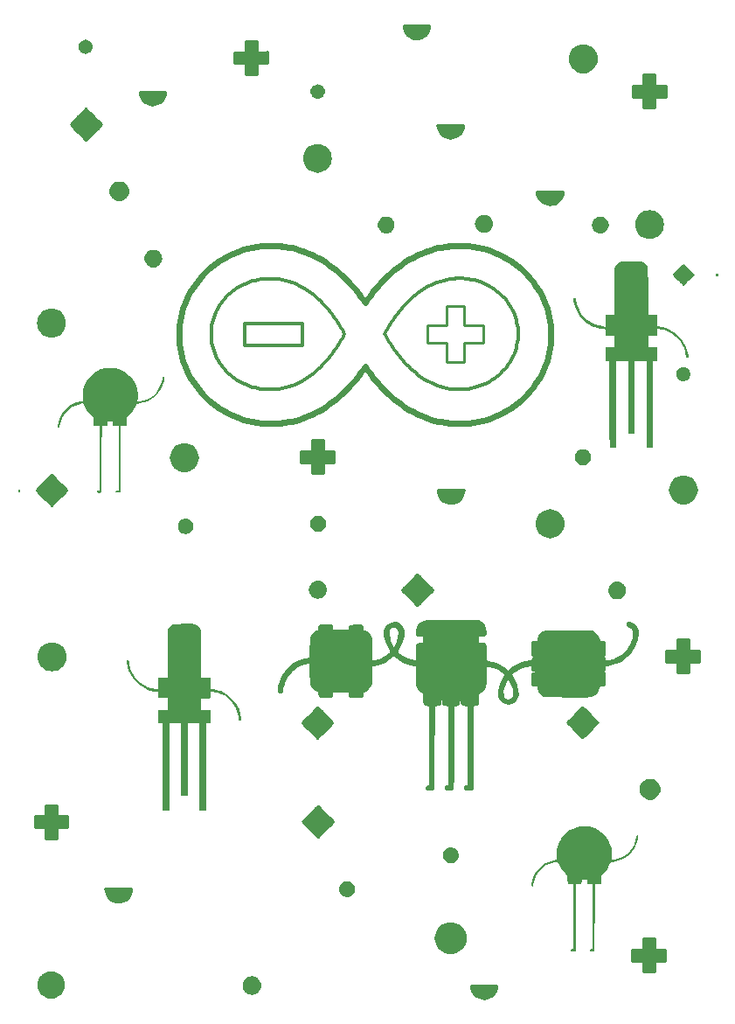
<source format=gts>
G04 #@! TF.GenerationSoftware,KiCad,Pcbnew,6.0.0-rc1-unknown-59b0f55~66~ubuntu16.04.1*
G04 #@! TF.CreationDate,2018-11-29T09:25:19-07:00
G04 #@! TF.ProjectId,001,3030312e-6b69-4636-9164-5f7063625858,rev?*
G04 #@! TF.SameCoordinates,Original*
G04 #@! TF.FileFunction,Soldermask,Top*
G04 #@! TF.FilePolarity,Negative*
%FSLAX46Y46*%
G04 Gerber Fmt 4.6, Leading zero omitted, Abs format (unit mm)*
G04 Created by KiCad (PCBNEW 6.0.0-rc1-unknown-59b0f55~66~ubuntu16.04.1) date Thu 29 Nov 2018 09:25:19 AM MST*
%MOMM*%
%LPD*%
G01*
G04 APERTURE LIST*
%ADD10C,0.100000*%
%ADD11C,0.319088*%
%ADD12C,0.217347*%
%ADD13C,0.248304*%
%ADD14C,0.353433*%
%ADD15C,0.247994*%
%ADD16C,0.209132*%
%ADD17C,0.552143*%
%ADD18C,0.247338*%
%ADD19C,0.206949*%
%ADD20C,0.242233*%
%ADD21C,0.186428*%
%ADD22C,0.437515*%
%ADD23C,0.466596*%
%ADD24C,0.185826*%
%ADD25C,0.253777*%
%ADD26C,0.402388*%
%ADD27C,0.425773*%
%ADD28C,0.420722*%
%ADD29C,0.230819*%
%ADD30C,0.455342*%
%ADD31C,0.109735*%
%ADD32C,0.203953*%
%ADD33C,0.286824*%
%ADD34C,0.234867*%
%ADD35C,0.282663*%
%ADD36C,0.262691*%
%ADD37C,0.415560*%
%ADD38C,0.560988*%
%ADD39C,0.362538*%
%ADD40C,0.264375*%
%ADD41C,0.297216*%
G04 APERTURE END LIST*
D10*
G04 #@! TO.C,svg2mod*
G36*
X107314484Y-109980019D02*
X107309848Y-109961677D01*
X107308295Y-109950309D01*
X107307279Y-109937985D01*
X107306828Y-109925087D01*
X107306954Y-109911998D01*
X107307688Y-109899100D01*
X107309043Y-109886772D01*
X107312353Y-109869625D01*
X107317583Y-109856030D01*
X107325779Y-109845495D01*
X107337988Y-109837528D01*
X107355254Y-109831638D01*
X107378625Y-109827331D01*
X107409148Y-109824114D01*
X107447870Y-109821489D01*
X107464199Y-109820558D01*
X107480528Y-109819626D01*
X107496858Y-109818695D01*
X107513187Y-109817764D01*
X107529517Y-109816832D01*
X107545846Y-109815901D01*
X107562175Y-109814970D01*
X107578505Y-109814038D01*
X107577715Y-109423338D01*
X107576924Y-109032638D01*
X107576134Y-108641938D01*
X107575344Y-108251238D01*
X107574554Y-107860538D01*
X107573763Y-107469838D01*
X107572973Y-107079138D01*
X107572183Y-106688438D01*
X107571393Y-106297739D01*
X107570603Y-105907039D01*
X107569812Y-105516339D01*
X107569615Y-105418665D01*
X107569417Y-105320989D01*
X107569220Y-105223315D01*
X107569022Y-105125640D01*
X107568627Y-104930290D01*
X107568232Y-104734940D01*
X107567837Y-104539590D01*
X107567442Y-104344240D01*
X107567047Y-104148891D01*
X107566651Y-103953541D01*
X107566256Y-103758191D01*
X107565861Y-103562841D01*
X107548767Y-103562079D01*
X107531673Y-103561317D01*
X107514579Y-103560555D01*
X107497484Y-103559765D01*
X107480390Y-103559003D01*
X107463296Y-103558241D01*
X107446202Y-103557451D01*
X107429108Y-103556689D01*
X107412013Y-103555927D01*
X107394919Y-103555136D01*
X107377825Y-103554374D01*
X107360731Y-103553612D01*
X107343637Y-103552850D01*
X107326542Y-103552060D01*
X107309448Y-103551298D01*
X107292354Y-103550536D01*
X107275260Y-103549746D01*
X107258163Y-103548984D01*
X107241069Y-103548222D01*
X107223974Y-103547432D01*
X107206877Y-103546670D01*
X107189783Y-103545908D01*
X107172686Y-103545118D01*
X107155592Y-103544356D01*
X107138498Y-103543594D01*
X107121401Y-103542832D01*
X107104307Y-103542041D01*
X107087212Y-103541279D01*
X107070115Y-103540517D01*
X107053021Y-103539727D01*
X107035924Y-103538965D01*
X107018830Y-103538203D01*
X107015380Y-103339962D01*
X107011951Y-103141966D01*
X107008522Y-102943969D01*
X107005093Y-102745971D01*
X106889424Y-102633143D01*
X106773755Y-102520315D01*
X106366723Y-102029761D01*
X106097686Y-101492727D01*
X106046485Y-101382128D01*
X105971736Y-101362181D01*
X105861686Y-101372516D01*
X105786495Y-101383706D01*
X105709340Y-101397368D01*
X104964924Y-101670362D01*
X104358328Y-102152891D01*
X103927520Y-102803485D01*
X103710465Y-103580673D01*
X103691253Y-103676098D01*
X103659539Y-103730307D01*
X103612862Y-103745473D01*
X103548763Y-103723776D01*
X103520573Y-103704204D01*
X103506917Y-103675857D01*
X103505320Y-103626055D01*
X103513306Y-103542117D01*
X103578997Y-103194975D01*
X103693942Y-102846487D01*
X103850991Y-102514540D01*
X104042996Y-102217022D01*
X104409271Y-101823355D01*
X104845102Y-101509753D01*
X105328579Y-101288954D01*
X105837788Y-101173697D01*
X105875872Y-101169388D01*
X105913957Y-101165078D01*
X105990126Y-101156456D01*
X105979994Y-101074231D01*
X105969862Y-100992005D01*
X105954933Y-100441561D01*
X105964565Y-100300765D01*
X105979161Y-100166401D01*
X105998530Y-100042321D01*
X106022482Y-99932380D01*
X106056880Y-99815641D01*
X106101583Y-99690217D01*
X106154729Y-99559989D01*
X106214461Y-99428842D01*
X106278919Y-99300658D01*
X106346242Y-99179321D01*
X106414571Y-99068713D01*
X106482047Y-98972720D01*
X106836539Y-98588771D01*
X107245259Y-98288602D01*
X107695541Y-98074325D01*
X108174719Y-97948050D01*
X108670128Y-97911890D01*
X109169103Y-97967955D01*
X109658976Y-98118356D01*
X110127083Y-98365205D01*
X110208087Y-98424340D01*
X110303236Y-98503867D01*
X110406773Y-98598031D01*
X110512941Y-98701076D01*
X110615986Y-98807245D01*
X110710150Y-98910782D01*
X110789678Y-99005931D01*
X110848813Y-99086935D01*
X110965363Y-99280682D01*
X111064890Y-99478696D01*
X111147291Y-99680601D01*
X111212462Y-99886021D01*
X111260303Y-100094580D01*
X111290709Y-100305902D01*
X111303579Y-100519610D01*
X111298809Y-100735330D01*
X111295140Y-100790548D01*
X111291116Y-100845400D01*
X111286871Y-100898446D01*
X111282533Y-100948247D01*
X111266895Y-101086217D01*
X111259318Y-101128516D01*
X111251740Y-101170816D01*
X111349784Y-101163563D01*
X111447828Y-101156310D01*
X111899458Y-101069840D01*
X112344230Y-100887367D01*
X112750060Y-100625644D01*
X113084864Y-100301425D01*
X113301096Y-99999651D01*
X113467618Y-99677571D01*
X113586187Y-99331059D01*
X113658562Y-98955989D01*
X113679517Y-98862846D01*
X113713709Y-98805624D01*
X113760611Y-98784833D01*
X113819694Y-98800979D01*
X113854714Y-98837616D01*
X113868151Y-98906724D01*
X113860393Y-99020867D01*
X113831830Y-99192610D01*
X113526602Y-100022018D01*
X112984546Y-100693914D01*
X112258231Y-101161088D01*
X111400229Y-101376330D01*
X111294202Y-101384938D01*
X111188176Y-101393546D01*
X111166620Y-101450979D01*
X111145063Y-101508413D01*
X110846206Y-102080868D01*
X110436240Y-102562061D01*
X110350289Y-102639723D01*
X110264338Y-102717385D01*
X110264056Y-102897663D01*
X110263774Y-103077941D01*
X110259024Y-103348795D01*
X110248390Y-103493683D01*
X110245681Y-103502954D01*
X110242568Y-103511144D01*
X110238673Y-103518332D01*
X110233616Y-103524594D01*
X110227017Y-103530010D01*
X110218497Y-103534656D01*
X110207676Y-103538610D01*
X110194175Y-103541948D01*
X110177614Y-103544742D01*
X110157613Y-103547085D01*
X110133794Y-103549032D01*
X110105775Y-103550697D01*
X110073178Y-103552136D01*
X110035623Y-103553406D01*
X109992730Y-103554620D01*
X109944120Y-103555834D01*
X109926027Y-103556257D01*
X109907934Y-103556680D01*
X109889841Y-103557104D01*
X109871747Y-103557527D01*
X109853654Y-103557950D01*
X109835561Y-103558374D01*
X109817468Y-103558797D01*
X109799374Y-103559220D01*
X109781281Y-103559644D01*
X109763188Y-103560067D01*
X109745095Y-103560490D01*
X109727001Y-103560914D01*
X109708908Y-103561337D01*
X109690815Y-103561760D01*
X109672721Y-103562184D01*
X109654628Y-103562607D01*
X109653866Y-103763866D01*
X109653104Y-103965125D01*
X109652314Y-104166384D01*
X109651552Y-104367644D01*
X109650790Y-104568903D01*
X109650000Y-104770162D01*
X109649238Y-104971421D01*
X109648476Y-105172681D01*
X109648081Y-105273310D01*
X109647686Y-105373940D01*
X109647290Y-105474569D01*
X109646895Y-105575199D01*
X109645343Y-105977717D01*
X109643791Y-106380236D01*
X109642239Y-106782754D01*
X109640686Y-107185272D01*
X109639134Y-107587791D01*
X109637582Y-107990309D01*
X109636030Y-108392828D01*
X109634478Y-108795346D01*
X109632925Y-109197864D01*
X109629821Y-110002901D01*
X109572809Y-110004679D01*
X109515797Y-110006457D01*
X109458786Y-110008235D01*
X109401774Y-110010013D01*
X109277344Y-110012553D01*
X109206746Y-110008311D01*
X109172706Y-109994282D01*
X109157955Y-109967449D01*
X109151729Y-109905440D01*
X109160179Y-109879871D01*
X109176166Y-109858097D01*
X109199563Y-109840250D01*
X109230241Y-109826455D01*
X109268073Y-109816842D01*
X109312930Y-109811542D01*
X109327676Y-109810582D01*
X109342422Y-109809651D01*
X109357168Y-109808691D01*
X109371914Y-109807760D01*
X109386660Y-109806829D01*
X109401407Y-109805869D01*
X109416153Y-109804938D01*
X109430899Y-109804007D01*
X109430899Y-109413921D01*
X109430899Y-109023836D01*
X109430899Y-108633750D01*
X109430899Y-108243665D01*
X109430899Y-107853579D01*
X109430899Y-107463494D01*
X109430899Y-107073408D01*
X109430899Y-106683323D01*
X109430899Y-106293237D01*
X109430899Y-105903152D01*
X109430899Y-105513066D01*
X109430899Y-105415545D01*
X109430899Y-105318024D01*
X109430899Y-105220502D01*
X109430899Y-105122981D01*
X109430899Y-104927939D01*
X109430899Y-104732896D01*
X109430899Y-104537853D01*
X109430899Y-104342810D01*
X109430899Y-104147768D01*
X109430899Y-103952725D01*
X109430899Y-103757682D01*
X109430899Y-103562639D01*
X109414581Y-103561877D01*
X109398263Y-103561115D01*
X109381945Y-103560325D01*
X109365626Y-103559563D01*
X109349308Y-103558801D01*
X109332990Y-103558011D01*
X109316672Y-103557249D01*
X109300354Y-103556487D01*
X109284036Y-103555697D01*
X109267718Y-103554935D01*
X109251400Y-103554173D01*
X109235082Y-103553411D01*
X109218764Y-103552620D01*
X109202446Y-103551858D01*
X109186127Y-103551096D01*
X109169809Y-103550306D01*
X109153491Y-103549544D01*
X109137173Y-103548782D01*
X109120855Y-103547992D01*
X109104537Y-103547230D01*
X109088219Y-103546468D01*
X109071901Y-103545706D01*
X109055583Y-103544916D01*
X109039265Y-103544154D01*
X109022947Y-103543392D01*
X109006628Y-103542602D01*
X108990310Y-103541840D01*
X108973992Y-103541078D01*
X108957674Y-103540287D01*
X108941356Y-103539525D01*
X108925038Y-103538763D01*
X108908720Y-103537973D01*
X108907958Y-103523464D01*
X108907168Y-103508955D01*
X108906406Y-103494443D01*
X108905644Y-103479934D01*
X108904853Y-103465425D01*
X108904091Y-103450913D01*
X108903329Y-103436404D01*
X108902567Y-103421892D01*
X108896359Y-103305809D01*
X108890150Y-103189725D01*
X108883941Y-103073641D01*
X108759612Y-103073646D01*
X108635283Y-103073650D01*
X108510953Y-103073654D01*
X108386623Y-103073658D01*
X108383476Y-103164871D01*
X108380329Y-103256084D01*
X108342457Y-103519764D01*
X108327572Y-103531180D01*
X108308680Y-103539565D01*
X108285256Y-103545449D01*
X108256773Y-103549358D01*
X108222706Y-103551814D01*
X108182531Y-103553366D01*
X108135721Y-103554523D01*
X108081751Y-103555793D01*
X108065061Y-103556244D01*
X108048370Y-103556696D01*
X108031679Y-103557148D01*
X108014989Y-103557599D01*
X107998298Y-103558051D01*
X107981608Y-103558502D01*
X107964917Y-103558954D01*
X107948226Y-103559405D01*
X107931536Y-103559857D01*
X107914845Y-103560308D01*
X107898154Y-103560760D01*
X107881464Y-103561212D01*
X107864773Y-103561663D01*
X107848083Y-103562115D01*
X107831392Y-103562566D01*
X107814701Y-103563018D01*
X107813911Y-103764277D01*
X107813121Y-103965536D01*
X107812331Y-104166795D01*
X107811540Y-104368054D01*
X107810750Y-104569314D01*
X107809960Y-104770573D01*
X107809170Y-104971832D01*
X107808380Y-105173091D01*
X107807984Y-105273721D01*
X107807589Y-105374351D01*
X107807194Y-105474980D01*
X107806799Y-105575610D01*
X107805219Y-105978128D01*
X107803638Y-106380647D01*
X107802058Y-106783165D01*
X107799377Y-107430151D01*
X107796639Y-108033978D01*
X107793930Y-108581412D01*
X107791333Y-109059220D01*
X107788906Y-109454168D01*
X107786705Y-109753025D01*
X107783377Y-110009530D01*
X107763328Y-110011928D01*
X107713178Y-110013904D01*
X107640489Y-110015230D01*
X107552821Y-110015710D01*
X107444672Y-110013989D01*
X107373275Y-110008141D01*
X107332102Y-109997211D01*
X107314627Y-109980226D01*
X107314611Y-109980213D01*
X107314594Y-109980200D01*
X107314578Y-109980186D01*
X107314484Y-109980019D01*
X107314484Y-109980019D01*
G37*
G36*
X153237684Y-154353819D02*
X153233048Y-154335477D01*
X153231495Y-154324109D01*
X153230479Y-154311785D01*
X153230028Y-154298887D01*
X153230154Y-154285798D01*
X153230888Y-154272900D01*
X153232243Y-154260572D01*
X153235553Y-154243425D01*
X153240783Y-154229830D01*
X153248979Y-154219295D01*
X153261188Y-154211328D01*
X153278454Y-154205438D01*
X153301825Y-154201131D01*
X153332348Y-154197914D01*
X153371070Y-154195289D01*
X153387399Y-154194358D01*
X153403728Y-154193426D01*
X153420058Y-154192495D01*
X153436387Y-154191564D01*
X153452717Y-154190632D01*
X153469046Y-154189701D01*
X153485375Y-154188770D01*
X153501705Y-154187838D01*
X153500915Y-153797138D01*
X153500124Y-153406438D01*
X153499334Y-153015738D01*
X153498544Y-152625038D01*
X153497754Y-152234338D01*
X153496963Y-151843638D01*
X153496173Y-151452938D01*
X153495383Y-151062238D01*
X153494593Y-150671539D01*
X153493803Y-150280839D01*
X153493012Y-149890139D01*
X153492815Y-149792465D01*
X153492617Y-149694789D01*
X153492420Y-149597115D01*
X153492222Y-149499440D01*
X153491827Y-149304090D01*
X153491432Y-149108740D01*
X153491037Y-148913390D01*
X153490642Y-148718040D01*
X153490247Y-148522691D01*
X153489851Y-148327341D01*
X153489456Y-148131991D01*
X153489061Y-147936641D01*
X153471967Y-147935879D01*
X153454873Y-147935117D01*
X153437779Y-147934355D01*
X153420684Y-147933565D01*
X153403590Y-147932803D01*
X153386496Y-147932041D01*
X153369402Y-147931251D01*
X153352308Y-147930489D01*
X153335213Y-147929727D01*
X153318119Y-147928936D01*
X153301025Y-147928174D01*
X153283931Y-147927412D01*
X153266837Y-147926650D01*
X153249742Y-147925860D01*
X153232648Y-147925098D01*
X153215554Y-147924336D01*
X153198460Y-147923546D01*
X153181363Y-147922784D01*
X153164269Y-147922022D01*
X153147174Y-147921232D01*
X153130077Y-147920470D01*
X153112983Y-147919708D01*
X153095886Y-147918918D01*
X153078792Y-147918156D01*
X153061698Y-147917394D01*
X153044601Y-147916632D01*
X153027507Y-147915841D01*
X153010412Y-147915079D01*
X152993315Y-147914317D01*
X152976221Y-147913527D01*
X152959124Y-147912765D01*
X152942030Y-147912003D01*
X152938580Y-147713762D01*
X152935151Y-147515766D01*
X152931722Y-147317769D01*
X152928293Y-147119771D01*
X152812624Y-147006943D01*
X152696955Y-146894115D01*
X152289923Y-146403561D01*
X152020886Y-145866527D01*
X151969685Y-145755928D01*
X151894936Y-145735981D01*
X151784886Y-145746316D01*
X151709695Y-145757506D01*
X151632540Y-145771168D01*
X150888124Y-146044162D01*
X150281528Y-146526691D01*
X149850720Y-147177285D01*
X149633665Y-147954473D01*
X149614453Y-148049898D01*
X149582739Y-148104107D01*
X149536062Y-148119273D01*
X149471963Y-148097576D01*
X149443773Y-148078004D01*
X149430117Y-148049657D01*
X149428520Y-147999855D01*
X149436506Y-147915917D01*
X149502197Y-147568775D01*
X149617142Y-147220287D01*
X149774191Y-146888340D01*
X149966196Y-146590822D01*
X150332471Y-146197155D01*
X150768302Y-145883553D01*
X151251779Y-145662754D01*
X151760988Y-145547497D01*
X151799072Y-145543188D01*
X151837157Y-145538878D01*
X151913326Y-145530256D01*
X151903194Y-145448031D01*
X151893062Y-145365805D01*
X151878133Y-144815361D01*
X151887765Y-144674565D01*
X151902361Y-144540201D01*
X151921730Y-144416121D01*
X151945682Y-144306180D01*
X151980080Y-144189441D01*
X152024783Y-144064017D01*
X152077929Y-143933789D01*
X152137661Y-143802642D01*
X152202119Y-143674458D01*
X152269442Y-143553121D01*
X152337771Y-143442513D01*
X152405247Y-143346520D01*
X152759739Y-142962571D01*
X153168459Y-142662402D01*
X153618741Y-142448125D01*
X154097919Y-142321850D01*
X154593328Y-142285690D01*
X155092303Y-142341755D01*
X155582176Y-142492156D01*
X156050283Y-142739005D01*
X156131287Y-142798140D01*
X156226436Y-142877667D01*
X156329973Y-142971831D01*
X156436141Y-143074876D01*
X156539186Y-143181045D01*
X156633350Y-143284582D01*
X156712878Y-143379731D01*
X156772013Y-143460735D01*
X156888563Y-143654482D01*
X156988090Y-143852496D01*
X157070491Y-144054401D01*
X157135662Y-144259821D01*
X157183503Y-144468380D01*
X157213909Y-144679702D01*
X157226779Y-144893410D01*
X157222009Y-145109130D01*
X157218340Y-145164348D01*
X157214316Y-145219200D01*
X157210071Y-145272246D01*
X157205733Y-145322047D01*
X157190095Y-145460017D01*
X157182518Y-145502316D01*
X157174940Y-145544616D01*
X157272984Y-145537363D01*
X157371028Y-145530110D01*
X157822658Y-145443640D01*
X158267430Y-145261167D01*
X158673260Y-144999444D01*
X159008064Y-144675225D01*
X159224296Y-144373451D01*
X159390818Y-144051371D01*
X159509387Y-143704859D01*
X159581762Y-143329789D01*
X159602717Y-143236646D01*
X159636909Y-143179424D01*
X159683811Y-143158633D01*
X159742894Y-143174779D01*
X159777914Y-143211416D01*
X159791351Y-143280524D01*
X159783593Y-143394667D01*
X159755030Y-143566410D01*
X159449802Y-144395818D01*
X158907746Y-145067714D01*
X158181431Y-145534888D01*
X157323429Y-145750130D01*
X157217402Y-145758738D01*
X157111376Y-145767346D01*
X157089820Y-145824779D01*
X157068263Y-145882213D01*
X156769406Y-146454668D01*
X156359440Y-146935861D01*
X156273489Y-147013523D01*
X156187538Y-147091185D01*
X156187256Y-147271463D01*
X156186974Y-147451741D01*
X156182224Y-147722595D01*
X156171590Y-147867483D01*
X156168881Y-147876754D01*
X156165768Y-147884944D01*
X156161873Y-147892132D01*
X156156816Y-147898394D01*
X156150217Y-147903810D01*
X156141697Y-147908456D01*
X156130876Y-147912410D01*
X156117375Y-147915748D01*
X156100814Y-147918542D01*
X156080813Y-147920885D01*
X156056994Y-147922832D01*
X156028975Y-147924497D01*
X155996378Y-147925936D01*
X155958823Y-147927206D01*
X155915930Y-147928420D01*
X155867320Y-147929634D01*
X155849227Y-147930057D01*
X155831134Y-147930480D01*
X155813041Y-147930904D01*
X155794947Y-147931327D01*
X155776854Y-147931750D01*
X155758761Y-147932174D01*
X155740668Y-147932597D01*
X155722574Y-147933020D01*
X155704481Y-147933444D01*
X155686388Y-147933867D01*
X155668295Y-147934290D01*
X155650201Y-147934714D01*
X155632108Y-147935137D01*
X155614015Y-147935560D01*
X155595921Y-147935984D01*
X155577828Y-147936407D01*
X155577066Y-148137666D01*
X155576304Y-148338925D01*
X155575514Y-148540184D01*
X155574752Y-148741444D01*
X155573990Y-148942703D01*
X155573200Y-149143962D01*
X155572438Y-149345221D01*
X155571676Y-149546481D01*
X155571281Y-149647110D01*
X155570886Y-149747740D01*
X155570490Y-149848369D01*
X155570095Y-149948999D01*
X155568543Y-150351517D01*
X155566991Y-150754036D01*
X155565439Y-151156554D01*
X155563886Y-151559072D01*
X155562334Y-151961591D01*
X155560782Y-152364109D01*
X155559230Y-152766628D01*
X155557678Y-153169146D01*
X155556125Y-153571664D01*
X155553021Y-154376701D01*
X155496009Y-154378479D01*
X155438997Y-154380257D01*
X155381986Y-154382035D01*
X155324974Y-154383813D01*
X155200544Y-154386353D01*
X155129946Y-154382111D01*
X155095906Y-154368082D01*
X155081155Y-154341249D01*
X155074929Y-154279240D01*
X155083379Y-154253671D01*
X155099366Y-154231897D01*
X155122763Y-154214050D01*
X155153441Y-154200255D01*
X155191273Y-154190642D01*
X155236130Y-154185342D01*
X155250876Y-154184382D01*
X155265622Y-154183451D01*
X155280368Y-154182491D01*
X155295114Y-154181560D01*
X155309860Y-154180629D01*
X155324607Y-154179669D01*
X155339353Y-154178738D01*
X155354099Y-154177807D01*
X155354099Y-153787721D01*
X155354099Y-153397636D01*
X155354099Y-153007550D01*
X155354099Y-152617465D01*
X155354099Y-152227379D01*
X155354099Y-151837294D01*
X155354099Y-151447208D01*
X155354099Y-151057123D01*
X155354099Y-150667037D01*
X155354099Y-150276952D01*
X155354099Y-149886866D01*
X155354099Y-149789345D01*
X155354099Y-149691824D01*
X155354099Y-149594302D01*
X155354099Y-149496781D01*
X155354099Y-149301739D01*
X155354099Y-149106696D01*
X155354099Y-148911653D01*
X155354099Y-148716610D01*
X155354099Y-148521568D01*
X155354099Y-148326525D01*
X155354099Y-148131482D01*
X155354099Y-147936439D01*
X155337781Y-147935677D01*
X155321463Y-147934915D01*
X155305145Y-147934125D01*
X155288826Y-147933363D01*
X155272508Y-147932601D01*
X155256190Y-147931811D01*
X155239872Y-147931049D01*
X155223554Y-147930287D01*
X155207236Y-147929497D01*
X155190918Y-147928735D01*
X155174600Y-147927973D01*
X155158282Y-147927211D01*
X155141964Y-147926420D01*
X155125646Y-147925658D01*
X155109327Y-147924896D01*
X155093009Y-147924106D01*
X155076691Y-147923344D01*
X155060373Y-147922582D01*
X155044055Y-147921792D01*
X155027737Y-147921030D01*
X155011419Y-147920268D01*
X154995101Y-147919506D01*
X154978783Y-147918716D01*
X154962465Y-147917954D01*
X154946147Y-147917192D01*
X154929828Y-147916402D01*
X154913510Y-147915640D01*
X154897192Y-147914878D01*
X154880874Y-147914087D01*
X154864556Y-147913325D01*
X154848238Y-147912563D01*
X154831920Y-147911773D01*
X154831158Y-147897264D01*
X154830368Y-147882755D01*
X154829606Y-147868243D01*
X154828844Y-147853734D01*
X154828053Y-147839225D01*
X154827291Y-147824713D01*
X154826529Y-147810204D01*
X154825767Y-147795692D01*
X154819559Y-147679609D01*
X154813350Y-147563525D01*
X154807141Y-147447441D01*
X154682812Y-147447446D01*
X154558483Y-147447450D01*
X154434153Y-147447454D01*
X154309823Y-147447458D01*
X154306676Y-147538671D01*
X154303529Y-147629884D01*
X154265657Y-147893564D01*
X154250772Y-147904980D01*
X154231880Y-147913365D01*
X154208456Y-147919249D01*
X154179973Y-147923158D01*
X154145906Y-147925614D01*
X154105731Y-147927166D01*
X154058921Y-147928323D01*
X154004951Y-147929593D01*
X153988261Y-147930044D01*
X153971570Y-147930496D01*
X153954879Y-147930948D01*
X153938189Y-147931399D01*
X153921498Y-147931851D01*
X153904808Y-147932302D01*
X153888117Y-147932754D01*
X153871426Y-147933205D01*
X153854736Y-147933657D01*
X153838045Y-147934108D01*
X153821354Y-147934560D01*
X153804664Y-147935012D01*
X153787973Y-147935463D01*
X153771283Y-147935915D01*
X153754592Y-147936366D01*
X153737901Y-147936818D01*
X153737111Y-148138077D01*
X153736321Y-148339336D01*
X153735531Y-148540595D01*
X153734740Y-148741854D01*
X153733950Y-148943114D01*
X153733160Y-149144373D01*
X153732370Y-149345632D01*
X153731580Y-149546891D01*
X153731184Y-149647521D01*
X153730789Y-149748151D01*
X153730394Y-149848780D01*
X153729999Y-149949410D01*
X153728419Y-150351928D01*
X153726838Y-150754447D01*
X153725258Y-151156965D01*
X153722577Y-151803951D01*
X153719839Y-152407778D01*
X153717130Y-152955212D01*
X153714533Y-153433020D01*
X153712106Y-153827968D01*
X153709905Y-154126825D01*
X153706577Y-154383330D01*
X153686528Y-154385728D01*
X153636378Y-154387704D01*
X153563689Y-154389030D01*
X153476021Y-154389510D01*
X153367872Y-154387789D01*
X153296475Y-154381941D01*
X153255302Y-154371011D01*
X153237827Y-154354026D01*
X153237811Y-154354013D01*
X153237794Y-154354000D01*
X153237778Y-154353986D01*
X153237684Y-154353819D01*
X153237684Y-154353819D01*
G37*
D11*
G36*
X139400059Y-138673193D02*
X139393947Y-138655452D01*
X139389603Y-138638711D01*
X139387035Y-138622972D01*
X139386216Y-138608240D01*
X139387176Y-138594521D01*
X139389885Y-138581818D01*
X139394350Y-138570137D01*
X139400567Y-138559483D01*
X139408535Y-138549859D01*
X139418246Y-138541271D01*
X139429701Y-138533722D01*
X139442895Y-138527216D01*
X139457828Y-138521758D01*
X139474493Y-138517355D01*
X139492891Y-138514011D01*
X139513016Y-138511725D01*
X139524336Y-138510596D01*
X139535667Y-138509100D01*
X139546936Y-138507266D01*
X139558070Y-138505121D01*
X139568998Y-138502694D01*
X139579646Y-138499985D01*
X139589941Y-138497038D01*
X139599811Y-138493875D01*
X139609183Y-138490519D01*
X139617986Y-138486997D01*
X139626145Y-138483334D01*
X139633587Y-138479552D01*
X139640242Y-138475677D01*
X139646036Y-138471734D01*
X139650896Y-138467749D01*
X139654748Y-138463745D01*
X139658843Y-138445107D01*
X139662577Y-138399020D01*
X139665955Y-138324769D01*
X139668981Y-138221637D01*
X139671662Y-138088910D01*
X139674004Y-137925870D01*
X139676008Y-137731804D01*
X139677673Y-137505993D01*
X139678999Y-137247725D01*
X139680015Y-136956281D01*
X139680693Y-136630947D01*
X139681060Y-136271007D01*
X139681115Y-135875744D01*
X139680862Y-135444445D01*
X139680298Y-134976392D01*
X139679451Y-134470869D01*
X139678972Y-134223743D01*
X139678492Y-133976617D01*
X139678012Y-133729491D01*
X139677532Y-133482365D01*
X139677052Y-133235239D01*
X139676573Y-132988113D01*
X139676093Y-132740986D01*
X139675613Y-132493860D01*
X139675133Y-132246734D01*
X139674654Y-131999608D01*
X139674174Y-131752482D01*
X139673694Y-131505356D01*
X139673214Y-131258230D01*
X139672734Y-131011103D01*
X139672255Y-130763978D01*
X139671775Y-130516851D01*
X139656303Y-130515920D01*
X139640832Y-130514989D01*
X139625361Y-130514057D01*
X139609889Y-130513126D01*
X139594418Y-130512195D01*
X139578946Y-130511263D01*
X139563475Y-130510332D01*
X139548003Y-130509401D01*
X139532532Y-130508469D01*
X139517061Y-130507538D01*
X139501589Y-130506607D01*
X139486118Y-130505675D01*
X139470646Y-130504744D01*
X139455175Y-130503813D01*
X139439704Y-130502881D01*
X139424232Y-130501950D01*
X139392505Y-130499890D01*
X139362939Y-130497660D01*
X139335484Y-130495233D01*
X139310092Y-130492608D01*
X139286713Y-130489786D01*
X139265301Y-130486752D01*
X139245802Y-130483490D01*
X139228172Y-130479993D01*
X139212359Y-130476248D01*
X139198313Y-130472243D01*
X139185988Y-130467970D01*
X139175331Y-130463418D01*
X139166297Y-130458578D01*
X139158835Y-130453436D01*
X139152897Y-130447984D01*
X139148433Y-130442209D01*
X139128361Y-130263605D01*
X139119731Y-129897121D01*
X139119561Y-129646976D01*
X139119392Y-129396832D01*
X139023350Y-129351454D01*
X138927308Y-129306076D01*
X138660116Y-129123155D01*
X138480470Y-128860792D01*
X138424680Y-128592533D01*
X138402650Y-127694719D01*
X138395175Y-127179641D01*
X138387701Y-126664562D01*
X138253306Y-126647878D01*
X138118911Y-126631194D01*
X137186022Y-126375708D01*
X136341911Y-125829571D01*
X136229020Y-125130439D01*
X136593525Y-124410642D01*
X136759920Y-123585048D01*
X136631126Y-123158185D01*
X136265545Y-122919388D01*
X135874072Y-122962532D01*
X135566182Y-123244540D01*
X135505859Y-123397632D01*
X135496632Y-123617859D01*
X135635082Y-124338236D01*
X135972117Y-125058881D01*
X136055336Y-125169617D01*
X136114781Y-125215676D01*
X136165879Y-125190637D01*
X136229020Y-125130439D01*
X136341911Y-125829571D01*
X136196037Y-125713180D01*
X136117920Y-125664448D01*
X136044194Y-125710825D01*
X135908859Y-125823108D01*
X135095186Y-126360543D01*
X134184419Y-126623309D01*
X133969721Y-126661149D01*
X133870520Y-126704268D01*
X133841371Y-126930802D01*
X133833188Y-127620223D01*
X133803768Y-128537695D01*
X133631636Y-128889711D01*
X133399303Y-129070509D01*
X133161211Y-129158086D01*
X133041439Y-129212518D01*
X132998567Y-129447023D01*
X132990293Y-129563797D01*
X132982021Y-129680572D01*
X132721806Y-129684675D01*
X132461591Y-129688779D01*
X132065403Y-129686803D01*
X131909077Y-129664988D01*
X131882032Y-129579195D01*
X131862056Y-129417866D01*
X131854580Y-129310304D01*
X131847107Y-129202742D01*
X131406588Y-129202742D01*
X130966069Y-129202742D01*
X130525549Y-129202742D01*
X130085028Y-129202742D01*
X130077555Y-129322205D01*
X130070079Y-129441667D01*
X130062603Y-129561130D01*
X130055127Y-129680592D01*
X129786335Y-129680592D01*
X129517543Y-129680592D01*
X129248752Y-129680592D01*
X128979960Y-129680592D01*
X128971685Y-129563818D01*
X128963410Y-129447043D01*
X128919438Y-129212159D01*
X128757908Y-129143070D01*
X128526254Y-129049191D01*
X128328387Y-128890201D01*
X128256842Y-128778122D01*
X128190841Y-128634636D01*
X128137941Y-128344215D01*
X128128792Y-127458131D01*
X128120734Y-126625819D01*
X128084759Y-126410929D01*
X127845704Y-126395965D01*
X127412939Y-126490112D01*
X126761630Y-126768598D01*
X126199020Y-127181445D01*
X125743552Y-127711574D01*
X125413669Y-128341904D01*
X125350388Y-128531453D01*
X125291722Y-128749809D01*
X125248452Y-128952450D01*
X125231358Y-129094850D01*
X125224285Y-129183689D01*
X125202805Y-129241090D01*
X125165006Y-129269797D01*
X125108974Y-129272562D01*
X125073268Y-129263043D01*
X125049867Y-129243680D01*
X125035662Y-129210105D01*
X125027551Y-129157951D01*
X125058794Y-128791696D01*
X125188820Y-128332912D01*
X125387287Y-127867015D01*
X125623850Y-127479424D01*
X125962058Y-127100081D01*
X126349495Y-126772903D01*
X126768884Y-126510511D01*
X127202953Y-126325527D01*
X127400760Y-126268128D01*
X127609795Y-126218841D01*
X127934483Y-126171378D01*
X128105201Y-126045084D01*
X128128956Y-125131408D01*
X128137654Y-124420549D01*
X128159636Y-124075479D01*
X128292669Y-123816098D01*
X128485312Y-123610393D01*
X128604451Y-123548258D01*
X128746738Y-123495456D01*
X128868008Y-123446544D01*
X128935273Y-123393679D01*
X128956293Y-123302125D01*
X128965031Y-123160096D01*
X128975239Y-123016674D01*
X129012274Y-122964005D01*
X129517546Y-122946282D01*
X130022822Y-122964005D01*
X130060182Y-123020634D01*
X130070062Y-123184342D01*
X130080290Y-123344520D01*
X130111024Y-123420544D01*
X130341014Y-123444702D01*
X130999528Y-123446593D01*
X131423301Y-123442626D01*
X131847075Y-123438658D01*
X131854551Y-123329824D01*
X131862024Y-123220990D01*
X131884263Y-123049655D01*
X131921757Y-122975054D01*
X132425242Y-122946923D01*
X132949680Y-122963988D01*
X132986822Y-123017843D01*
X132996925Y-123167342D01*
X133040864Y-123402907D01*
X133234403Y-123503366D01*
X133493114Y-123619914D01*
X133681773Y-123806461D01*
X133810762Y-124144329D01*
X133836671Y-124987951D01*
X133844745Y-125668899D01*
X133859075Y-126126563D01*
X133868524Y-126275890D01*
X133877973Y-126425218D01*
X133975036Y-126422508D01*
X134072099Y-126419799D01*
X134738386Y-126274477D01*
X135426735Y-125929435D01*
X135760070Y-125658030D01*
X135953647Y-125446402D01*
X135919756Y-125378807D01*
X135838271Y-125251327D01*
X135497620Y-124594026D01*
X135308281Y-123856086D01*
X135275462Y-123546068D01*
X135309302Y-123334192D01*
X135528416Y-122936139D01*
X135933668Y-122715442D01*
X136122001Y-122680050D01*
X136287282Y-122704580D01*
X136536970Y-122794238D01*
X136741284Y-122961545D01*
X136944651Y-123319827D01*
X136938131Y-123897191D01*
X136760603Y-124580433D01*
X136420024Y-125244822D01*
X136343856Y-125370844D01*
X136312176Y-125444124D01*
X136557423Y-125723995D01*
X137058820Y-126072776D01*
X137708904Y-126335214D01*
X138272837Y-126434647D01*
X138330340Y-126429934D01*
X138387843Y-126425218D01*
X138395318Y-126012050D01*
X138402792Y-125598881D01*
X138420635Y-125007984D01*
X138442562Y-124747709D01*
X138558082Y-124725780D01*
X138800953Y-124707938D01*
X138967728Y-124700465D01*
X139134502Y-124692988D01*
X139134502Y-124468995D01*
X139134502Y-124245003D01*
X139134502Y-124021010D01*
X139134502Y-123797017D01*
X138971127Y-123792744D01*
X138807753Y-123788471D01*
X138559053Y-123772522D01*
X138438227Y-123744435D01*
X138405645Y-123414045D01*
X138493874Y-122994063D01*
X138695968Y-122735171D01*
X138982556Y-122561120D01*
X139453879Y-122505932D01*
X139771373Y-122502226D01*
X140232457Y-122501244D01*
X140868993Y-122502328D01*
X141712845Y-122504822D01*
X142032665Y-122505819D01*
X142352485Y-122506815D01*
X142672306Y-122507811D01*
X142992127Y-122508807D01*
X143311947Y-122509804D01*
X143631767Y-122510800D01*
X143951588Y-122511796D01*
X144271409Y-122512792D01*
X144293267Y-122523856D01*
X144315125Y-122534920D01*
X144336983Y-122545984D01*
X144358841Y-122557048D01*
X144380699Y-122568112D01*
X144402557Y-122579176D01*
X144424415Y-122590240D01*
X144446273Y-122601304D01*
X144563063Y-122669102D01*
X144661389Y-122745740D01*
X144742144Y-122832904D01*
X144806217Y-122932282D01*
X144913525Y-123485654D01*
X144904183Y-123697964D01*
X144866283Y-123763958D01*
X144746216Y-123776756D01*
X144523878Y-123782072D01*
X144273129Y-123791783D01*
X144197796Y-123839841D01*
X144167671Y-124224770D01*
X144196075Y-124631304D01*
X144259534Y-124697688D01*
X144511629Y-124707910D01*
X144730888Y-124716998D01*
X144855824Y-124738828D01*
X144905303Y-124880719D01*
X144913592Y-125574018D01*
X144942592Y-126347643D01*
X145230787Y-126450820D01*
X146061397Y-126680596D01*
X146866620Y-127165723D01*
X147406455Y-128135271D01*
X147166329Y-127863613D01*
X146994692Y-128096543D01*
X146785843Y-128496011D01*
X146585361Y-129211385D01*
X146592411Y-129755263D01*
X146727115Y-129963515D01*
X146921788Y-130112194D01*
X147234462Y-130170519D01*
X147522072Y-130074269D01*
X147622197Y-129984456D01*
X147712317Y-129883398D01*
X147783585Y-129741505D01*
X147793846Y-129428806D01*
X147776309Y-129091005D01*
X147693462Y-128784624D01*
X147406455Y-128135271D01*
X146866620Y-127165723D01*
X147065335Y-127325929D01*
X147170110Y-127408948D01*
X147240621Y-127391995D01*
X147385109Y-127273020D01*
X147841439Y-126923951D01*
X148309283Y-126672904D01*
X148855406Y-126504689D01*
X149316644Y-126440124D01*
X149481243Y-126430154D01*
X149566673Y-126404285D01*
X149591986Y-126333414D01*
X149602510Y-126213352D01*
X149643883Y-126048832D01*
X149897637Y-126022004D01*
X150116176Y-125992464D01*
X150169962Y-125872411D01*
X150110832Y-125728714D01*
X149856369Y-125686902D01*
X149736907Y-125682731D01*
X149617444Y-125678560D01*
X149617444Y-125402303D01*
X149617444Y-125126046D01*
X149617444Y-124849787D01*
X149617444Y-124573528D01*
X149736200Y-124569117D01*
X149854956Y-124564706D01*
X150032908Y-124549985D01*
X150127226Y-124527026D01*
X150156121Y-124445999D01*
X150176757Y-124291700D01*
X150186922Y-124201956D01*
X150204341Y-124118324D01*
X150229349Y-124040161D01*
X150262278Y-123966821D01*
X150303464Y-123897661D01*
X150353242Y-123832036D01*
X150411947Y-123769301D01*
X150479912Y-123708814D01*
X150563735Y-123642168D01*
X150651714Y-123592539D01*
X150776648Y-123557566D01*
X150971331Y-123534885D01*
X151268560Y-123522137D01*
X151701133Y-123516958D01*
X152301844Y-123516983D01*
X153103491Y-123519846D01*
X153377046Y-123520893D01*
X153650601Y-123521940D01*
X153924156Y-123522987D01*
X154197712Y-123524034D01*
X154471267Y-123525081D01*
X154744822Y-123526128D01*
X155018378Y-123527175D01*
X155291933Y-123528222D01*
X155312465Y-123539803D01*
X155332996Y-123551384D01*
X155353528Y-123562965D01*
X155374060Y-123574546D01*
X155394591Y-123586127D01*
X155415123Y-123597708D01*
X155435655Y-123609289D01*
X155456186Y-123620870D01*
X155554902Y-123685817D01*
X155642951Y-123762677D01*
X155719564Y-123850113D01*
X155783972Y-123946790D01*
X155904172Y-124399177D01*
X155951330Y-124533978D01*
X156247629Y-124565924D01*
X156352158Y-124569720D01*
X156456686Y-124573516D01*
X156456686Y-124849775D01*
X156456686Y-125126033D01*
X156456686Y-125402291D01*
X156456686Y-125678548D01*
X156352158Y-125682344D01*
X156247629Y-125686140D01*
X155946763Y-125719255D01*
X155910039Y-125866177D01*
X155914569Y-125936623D01*
X155919098Y-126007070D01*
X156053495Y-126014543D01*
X156187892Y-126022019D01*
X156322287Y-126029492D01*
X156456682Y-126036969D01*
X156464308Y-126119099D01*
X156471933Y-126201230D01*
X156489702Y-126328205D01*
X156511030Y-126402824D01*
X156840460Y-126422246D01*
X157427325Y-126274523D01*
X157832718Y-126094479D01*
X158202682Y-125862896D01*
X158533016Y-125585157D01*
X158819517Y-125266645D01*
X159057983Y-124912741D01*
X159244212Y-124528829D01*
X159374002Y-124120291D01*
X159443151Y-123692509D01*
X159448160Y-123598770D01*
X159446354Y-123512125D01*
X159437605Y-123432110D01*
X159421786Y-123358262D01*
X159398774Y-123290118D01*
X159368440Y-123227215D01*
X159330661Y-123169091D01*
X159285308Y-123115282D01*
X159248498Y-123080512D01*
X159204749Y-123045636D01*
X159156603Y-123012116D01*
X159106602Y-122981412D01*
X159057287Y-122954987D01*
X159011199Y-122934302D01*
X158970879Y-122920819D01*
X158938869Y-122916000D01*
X158919855Y-122912595D01*
X158898107Y-122903290D01*
X158875250Y-122889453D01*
X158852907Y-122872449D01*
X158832699Y-122853646D01*
X158816254Y-122834411D01*
X158805197Y-122816110D01*
X158801150Y-122800110D01*
X158801912Y-122794640D01*
X158804085Y-122787523D01*
X158807542Y-122779056D01*
X158812114Y-122769541D01*
X158817651Y-122759276D01*
X158823996Y-122748562D01*
X158830998Y-122737697D01*
X158838502Y-122726982D01*
X158850875Y-122711327D01*
X158863092Y-122700092D01*
X158877011Y-122693249D01*
X158894492Y-122690768D01*
X158917394Y-122692622D01*
X158947575Y-122698784D01*
X158986895Y-122709225D01*
X159037212Y-122723915D01*
X159147359Y-122761777D01*
X159245063Y-122806637D01*
X159331240Y-122859354D01*
X159406805Y-122920784D01*
X159472676Y-122991786D01*
X159529768Y-123073218D01*
X159578997Y-123165937D01*
X159621280Y-123270801D01*
X159640212Y-123334288D01*
X159653806Y-123402371D01*
X159662064Y-123475748D01*
X159664985Y-123555118D01*
X159662558Y-123641179D01*
X159654808Y-123734629D01*
X159641724Y-123836166D01*
X159623307Y-123946489D01*
X159570685Y-124192588D01*
X159505140Y-124425201D01*
X159426065Y-124645559D01*
X159332856Y-124854892D01*
X159224906Y-125054432D01*
X159101612Y-125245407D01*
X158962366Y-125429050D01*
X158806565Y-125606590D01*
X158582588Y-125826985D01*
X158349202Y-126021277D01*
X158106377Y-126189480D01*
X157854088Y-126331608D01*
X156749737Y-126639634D01*
X156587107Y-126662714D01*
X156502888Y-126692299D01*
X156480203Y-126777490D01*
X156465534Y-126934309D01*
X156461041Y-127038218D01*
X156456545Y-127142127D01*
X156337788Y-127146538D01*
X156219032Y-127150949D01*
X156039475Y-127167002D01*
X155941297Y-127193164D01*
X155914229Y-127250274D01*
X155910004Y-127348593D01*
X155914483Y-127409616D01*
X155918962Y-127470640D01*
X156053357Y-127478116D01*
X156187752Y-127485589D01*
X156322149Y-127493065D01*
X156456546Y-127500541D01*
X156456546Y-127776800D01*
X156456546Y-128053059D01*
X156456546Y-128329316D01*
X156456546Y-128605573D01*
X156322149Y-128613047D01*
X156187752Y-128620523D01*
X156053357Y-128627999D01*
X155918962Y-128635475D01*
X155908732Y-128738997D01*
X155898501Y-128842519D01*
X155693548Y-129363344D01*
X155262072Y-129637368D01*
X154618899Y-129659449D01*
X152947316Y-129660295D01*
X151864683Y-129655613D01*
X150782051Y-129650931D01*
X150710765Y-129615828D01*
X150639479Y-129580724D01*
X150310827Y-129303227D01*
X150176882Y-128890231D01*
X150157685Y-128741543D01*
X150132396Y-128657895D01*
X150056657Y-128630494D01*
X149899797Y-128620562D01*
X149631415Y-128565120D01*
X149602354Y-128053114D01*
X149631251Y-127541238D01*
X149897481Y-127485662D01*
X150115816Y-127456266D01*
X150169346Y-127337830D01*
X150116081Y-127200380D01*
X149864848Y-127157139D01*
X149741068Y-127149663D01*
X149617288Y-127142187D01*
X149609812Y-127022724D01*
X149602339Y-126903262D01*
X149594863Y-126783799D01*
X149587387Y-126664336D01*
X149482856Y-126660081D01*
X149378326Y-126655825D01*
X148527861Y-126828517D01*
X147645449Y-127338756D01*
X147388624Y-127598843D01*
X147495171Y-127861412D01*
X147726862Y-128268015D01*
X147894194Y-128683762D01*
X148007774Y-129201563D01*
X148035269Y-129619823D01*
X147755784Y-130178029D01*
X147191451Y-130393410D01*
X146685192Y-130223212D01*
X146378182Y-129821883D01*
X146367994Y-129233154D01*
X146535226Y-128528693D01*
X146681279Y-128192391D01*
X146873208Y-127869880D01*
X146965581Y-127716229D01*
X147004002Y-127625057D01*
X146747224Y-127358783D01*
X146280753Y-127029913D01*
X145437082Y-126702353D01*
X144931529Y-126696644D01*
X144918671Y-127012221D01*
X144913243Y-127704612D01*
X144904559Y-128426455D01*
X144882563Y-128775165D01*
X144832739Y-128895039D01*
X144755800Y-129029025D01*
X144632926Y-129167359D01*
X144428081Y-129288145D01*
X144312351Y-129345688D01*
X144196623Y-129403232D01*
X144196623Y-129662131D01*
X144196623Y-129921029D01*
X144188266Y-130328374D01*
X144159288Y-130462988D01*
X144154324Y-130465528D01*
X144147217Y-130468153D01*
X144138104Y-130470834D01*
X144127117Y-130473543D01*
X144114392Y-130476281D01*
X144100061Y-130479018D01*
X144084259Y-130481728D01*
X144067120Y-130484409D01*
X144048778Y-130487033D01*
X144029367Y-130489573D01*
X144009021Y-130492029D01*
X143987875Y-130494343D01*
X143966062Y-130496516D01*
X143943715Y-130498548D01*
X143920968Y-130500383D01*
X143897959Y-130502019D01*
X143883960Y-130502951D01*
X143869962Y-130503882D01*
X143855964Y-130504813D01*
X143841966Y-130505745D01*
X143827967Y-130506676D01*
X143813966Y-130507607D01*
X143799968Y-130508539D01*
X143785967Y-130509470D01*
X143771969Y-130510401D01*
X143757968Y-130511333D01*
X143743970Y-130512264D01*
X143729971Y-130513195D01*
X143715973Y-130514127D01*
X143701975Y-130515058D01*
X143687977Y-130515989D01*
X143673979Y-130516921D01*
X143673499Y-130770596D01*
X143673019Y-131024272D01*
X143672539Y-131277947D01*
X143672059Y-131531623D01*
X143671580Y-131785299D01*
X143671100Y-132038974D01*
X143670620Y-132292650D01*
X143670140Y-132546325D01*
X143669661Y-132800001D01*
X143669181Y-133053676D01*
X143668701Y-133307352D01*
X143668221Y-133561027D01*
X143667741Y-133814703D01*
X143667262Y-134068378D01*
X143666782Y-134322054D01*
X143666302Y-134575729D01*
X143665201Y-135116785D01*
X143663960Y-135613654D01*
X143662549Y-136067668D01*
X143660968Y-136480159D01*
X143659218Y-136852459D01*
X143657271Y-137185897D01*
X143655126Y-137481808D01*
X143652755Y-137741521D01*
X143650159Y-137966370D01*
X143647320Y-138157685D01*
X143644221Y-138316797D01*
X143640849Y-138445039D01*
X143637188Y-138543743D01*
X143633229Y-138614239D01*
X143628953Y-138657859D01*
X143624350Y-138675936D01*
X143543559Y-138706136D01*
X143348198Y-138708732D01*
X143227300Y-138704425D01*
X143106403Y-138700119D01*
X143106403Y-138694519D01*
X143106403Y-138688920D01*
X143106403Y-138683321D01*
X143106403Y-138677721D01*
X143106403Y-138672122D01*
X143106403Y-138666523D01*
X143106403Y-138660924D01*
X143106403Y-138655324D01*
X143106403Y-138649725D01*
X143106403Y-138644126D01*
X143106403Y-138638526D01*
X143106403Y-138632927D01*
X143106403Y-138627328D01*
X143106403Y-138621729D01*
X143106403Y-138616129D01*
X143106403Y-138610530D01*
X143106554Y-138596684D01*
X143107062Y-138584275D01*
X143107993Y-138573215D01*
X143109461Y-138563419D01*
X143111521Y-138554797D01*
X143114259Y-138547264D01*
X143117736Y-138540734D01*
X143122045Y-138535117D01*
X143127266Y-138530331D01*
X143133478Y-138526287D01*
X143140762Y-138522897D01*
X143149195Y-138520075D01*
X143158858Y-138517733D01*
X143169831Y-138515785D01*
X143182192Y-138514148D01*
X143196024Y-138512737D01*
X143205501Y-138511834D01*
X143215396Y-138510790D01*
X143225632Y-138509633D01*
X143236125Y-138508391D01*
X143246796Y-138507065D01*
X143257565Y-138505653D01*
X143268352Y-138504158D01*
X143279073Y-138502605D01*
X143289654Y-138501025D01*
X143300009Y-138499416D01*
X143310059Y-138497779D01*
X143319725Y-138496143D01*
X143328925Y-138494506D01*
X143337578Y-138492897D01*
X143345607Y-138491317D01*
X143352928Y-138489764D01*
X143357136Y-138488833D01*
X143361344Y-138487902D01*
X143365552Y-138486970D01*
X143369760Y-138486039D01*
X143373968Y-138485108D01*
X143378176Y-138484176D01*
X143382384Y-138483245D01*
X143386592Y-138482314D01*
X143390800Y-138481382D01*
X143395008Y-138480451D01*
X143399215Y-138479520D01*
X143403423Y-138478588D01*
X143407631Y-138477657D01*
X143411839Y-138476726D01*
X143416047Y-138475794D01*
X143420255Y-138474863D01*
X143419775Y-138226175D01*
X143419296Y-137977486D01*
X143418816Y-137728798D01*
X143418336Y-137480109D01*
X143417856Y-137231421D01*
X143417376Y-136982733D01*
X143416897Y-136734045D01*
X143416417Y-136485356D01*
X143415937Y-136236668D01*
X143415457Y-135987979D01*
X143414978Y-135739291D01*
X143414498Y-135490603D01*
X143414018Y-135241914D01*
X143413538Y-134993226D01*
X143413058Y-134744538D01*
X143412579Y-134495849D01*
X143412099Y-134247161D01*
X143411619Y-133998473D01*
X143411139Y-133749784D01*
X143410660Y-133501096D01*
X143410180Y-133252407D01*
X143409700Y-133003719D01*
X143409220Y-132755031D01*
X143408740Y-132506342D01*
X143408261Y-132257654D01*
X143407781Y-132008966D01*
X143407301Y-131760277D01*
X143406821Y-131511589D01*
X143406342Y-131262901D01*
X143405862Y-131014212D01*
X143405382Y-130765524D01*
X143404902Y-130516836D01*
X143387272Y-130516299D01*
X143369639Y-130515763D01*
X143352008Y-130515227D01*
X143334375Y-130514691D01*
X143316745Y-130514154D01*
X143299111Y-130513618D01*
X143281481Y-130513082D01*
X143263850Y-130512546D01*
X143246217Y-130512010D01*
X143228584Y-130511473D01*
X143210954Y-130510937D01*
X143193323Y-130510401D01*
X143175693Y-130509865D01*
X143158059Y-130509328D01*
X143140429Y-130508792D01*
X143122796Y-130508256D01*
X143093856Y-130507212D01*
X143065332Y-130505857D01*
X143037387Y-130504220D01*
X143010186Y-130502329D01*
X142983894Y-130500213D01*
X142958675Y-130497870D01*
X142934694Y-130495330D01*
X142912117Y-130492621D01*
X142891105Y-130489762D01*
X142871827Y-130486770D01*
X142854444Y-130483669D01*
X142839123Y-130480480D01*
X142826028Y-130477223D01*
X142815323Y-130473918D01*
X142807172Y-130470588D01*
X142801739Y-130467252D01*
X142771425Y-130340795D01*
X142762791Y-129977801D01*
X142753797Y-129599330D01*
X142715862Y-129473739D01*
X142561666Y-129428158D01*
X142410376Y-129462639D01*
X142383111Y-129606151D01*
X142374540Y-129984720D01*
X142342595Y-130452647D01*
X142016152Y-130509345D01*
X142002153Y-130509824D01*
X141988155Y-130510304D01*
X141974157Y-130510784D01*
X141960159Y-130511264D01*
X141946161Y-130511743D01*
X141932159Y-130512223D01*
X141918161Y-130512703D01*
X141904160Y-130513183D01*
X141890159Y-130513663D01*
X141876161Y-130514142D01*
X141862163Y-130514622D01*
X141848165Y-130515102D01*
X141834166Y-130515582D01*
X141820168Y-130516061D01*
X141806170Y-130516541D01*
X141792172Y-130517021D01*
X141791212Y-130772746D01*
X141790253Y-131028471D01*
X141789293Y-131284197D01*
X141788333Y-131539922D01*
X141787374Y-131795647D01*
X141786414Y-132051373D01*
X141785455Y-132307098D01*
X141784495Y-132562823D01*
X141783536Y-132818549D01*
X141782576Y-133074274D01*
X141781617Y-133329999D01*
X141780657Y-133585725D01*
X141779697Y-133841450D01*
X141778738Y-134097175D01*
X141777778Y-134352901D01*
X141776819Y-134608626D01*
X141770350Y-136198000D01*
X141763972Y-137500857D01*
X141754419Y-138708859D01*
X141672572Y-138712410D01*
X141485894Y-138708859D01*
X141355231Y-138704553D01*
X141224568Y-138700246D01*
X141224568Y-138694647D01*
X141224568Y-138689047D01*
X141224568Y-138683448D01*
X141224568Y-138677849D01*
X141224568Y-138672249D01*
X141224568Y-138666650D01*
X141224568Y-138661051D01*
X141224568Y-138655452D01*
X141224568Y-138649852D01*
X141224568Y-138644253D01*
X141224568Y-138638654D01*
X141224568Y-138633054D01*
X141224568Y-138627455D01*
X141224568Y-138621856D01*
X141224568Y-138616257D01*
X141224568Y-138610657D01*
X141224672Y-138595558D01*
X141225096Y-138582232D01*
X141226027Y-138570554D01*
X141227636Y-138560399D01*
X141230091Y-138551645D01*
X141233588Y-138544163D01*
X141238292Y-138537833D01*
X141244380Y-138532527D01*
X141252028Y-138528121D01*
X141261412Y-138524492D01*
X141272707Y-138521515D01*
X141286090Y-138519059D01*
X141301739Y-138517027D01*
X141319826Y-138515249D01*
X141340530Y-138513641D01*
X141364028Y-138512060D01*
X141378404Y-138510931D01*
X141392708Y-138509435D01*
X141406850Y-138507601D01*
X141420741Y-138505456D01*
X141434293Y-138503029D01*
X141447419Y-138500320D01*
X141460032Y-138497376D01*
X141472043Y-138494215D01*
X141483363Y-138490860D01*
X141493904Y-138487335D01*
X141503579Y-138483666D01*
X141512299Y-138479878D01*
X141519976Y-138475998D01*
X141526520Y-138472047D01*
X141531846Y-138468050D01*
X141535865Y-138464034D01*
X141539982Y-138445456D01*
X141543739Y-138399584D01*
X141547134Y-138325669D01*
X141550173Y-138222959D01*
X141552855Y-138090704D01*
X141555197Y-137928152D01*
X141557201Y-137734552D01*
X141558866Y-137509153D01*
X141560192Y-137251203D01*
X141561208Y-136959951D01*
X141561886Y-136634646D01*
X141562253Y-136274537D01*
X141562306Y-135878873D01*
X141562051Y-135446901D01*
X141561486Y-134977872D01*
X141560611Y-134471034D01*
X141560132Y-134223908D01*
X141559652Y-133976782D01*
X141559172Y-133729656D01*
X141558692Y-133482530D01*
X141558213Y-133235404D01*
X141557733Y-132988278D01*
X141557253Y-132741151D01*
X141556773Y-132494025D01*
X141556293Y-132246899D01*
X141555814Y-131999773D01*
X141555334Y-131752647D01*
X141554854Y-131505521D01*
X141554374Y-131258395D01*
X141553895Y-131011269D01*
X141553415Y-130764143D01*
X141552935Y-130517016D01*
X141536134Y-130516085D01*
X141519334Y-130515154D01*
X141502533Y-130514222D01*
X141485732Y-130513291D01*
X141468932Y-130512360D01*
X141452131Y-130511428D01*
X141435333Y-130510497D01*
X141418532Y-130509566D01*
X141401732Y-130508634D01*
X141384931Y-130507703D01*
X141368130Y-130506772D01*
X141351330Y-130505840D01*
X141334529Y-130504909D01*
X141317728Y-130503978D01*
X141300927Y-130503046D01*
X141284127Y-130502115D01*
X141256551Y-130500478D01*
X141229370Y-130498644D01*
X141202740Y-130496612D01*
X141176815Y-130494439D01*
X141151753Y-130492124D01*
X141127714Y-130489669D01*
X141104851Y-130487129D01*
X141083323Y-130484504D01*
X141063288Y-130481823D01*
X141044901Y-130479114D01*
X141028321Y-130476376D01*
X141013704Y-130473639D01*
X141001207Y-130470930D01*
X140990985Y-130468248D01*
X140983199Y-130465624D01*
X140978000Y-130463084D01*
X140949106Y-130337069D01*
X140940668Y-129963884D01*
X140931812Y-129556964D01*
X140882898Y-129457929D01*
X140746313Y-129428497D01*
X140621763Y-129450304D01*
X140592841Y-129585351D01*
X140576963Y-129955157D01*
X140562900Y-130303195D01*
X140542597Y-130462443D01*
X140538499Y-130465039D01*
X140531423Y-130467720D01*
X140521540Y-130470458D01*
X140509015Y-130473252D01*
X140494018Y-130476046D01*
X140476717Y-130478840D01*
X140457284Y-130481605D01*
X140435883Y-130484343D01*
X140412681Y-130486996D01*
X140387851Y-130489564D01*
X140361560Y-130492048D01*
X140333975Y-130494390D01*
X140305266Y-130496591D01*
X140275600Y-130498623D01*
X140245146Y-130500486D01*
X140214073Y-130502123D01*
X140195088Y-130503054D01*
X140176103Y-130503986D01*
X140157117Y-130504917D01*
X140138132Y-130505848D01*
X140119147Y-130506780D01*
X140100162Y-130507711D01*
X140081177Y-130508642D01*
X140062192Y-130509574D01*
X140043207Y-130510505D01*
X140024222Y-130511436D01*
X140005237Y-130512368D01*
X139986252Y-130513299D01*
X139967267Y-130514230D01*
X139948282Y-130515162D01*
X139929296Y-130516093D01*
X139910311Y-130517024D01*
X139909380Y-130772750D01*
X139908449Y-131028475D01*
X139907517Y-131284200D01*
X139906586Y-131539926D01*
X139905655Y-131795651D01*
X139904723Y-132051376D01*
X139903792Y-132307102D01*
X139902861Y-132562827D01*
X139901929Y-132818552D01*
X139900998Y-133074278D01*
X139900067Y-133330003D01*
X139899135Y-133585728D01*
X139898204Y-133841454D01*
X139897273Y-134097179D01*
X139896341Y-134352904D01*
X139895410Y-134608630D01*
X139894479Y-134864355D01*
X139893547Y-135120080D01*
X139892616Y-135375805D01*
X139891685Y-135631531D01*
X139890753Y-135887256D01*
X139889822Y-136142981D01*
X139888891Y-136398707D01*
X139887959Y-136654432D01*
X139887028Y-136910157D01*
X139886097Y-137165883D01*
X139885165Y-137421608D01*
X139884234Y-137677333D01*
X139883303Y-137933059D01*
X139882371Y-138188784D01*
X139881440Y-138444509D01*
X139880509Y-138700235D01*
X139764553Y-138704592D01*
X139648598Y-138708950D01*
X139460469Y-138706833D01*
X139399679Y-138673358D01*
X139399669Y-138673349D01*
X139399660Y-138673339D01*
X139399651Y-138673330D01*
X139399642Y-138673321D01*
X139399632Y-138673311D01*
X139399623Y-138673302D01*
X139399614Y-138673293D01*
X139399604Y-138673283D01*
X139399595Y-138673274D01*
X139399586Y-138673264D01*
X139399577Y-138673255D01*
X139399567Y-138673246D01*
X139399558Y-138673236D01*
X139399549Y-138673227D01*
X139399539Y-138673218D01*
X139400059Y-138673193D01*
X139400059Y-138673193D01*
G37*
X139400059Y-138673193D02*
X139393947Y-138655452D01*
X139389603Y-138638711D01*
X139387035Y-138622972D01*
X139386216Y-138608240D01*
X139387176Y-138594521D01*
X139389885Y-138581818D01*
X139394350Y-138570137D01*
X139400567Y-138559483D01*
X139408535Y-138549859D01*
X139418246Y-138541271D01*
X139429701Y-138533722D01*
X139442895Y-138527216D01*
X139457828Y-138521758D01*
X139474493Y-138517355D01*
X139492891Y-138514011D01*
X139513016Y-138511725D01*
X139524336Y-138510596D01*
X139535667Y-138509100D01*
X139546936Y-138507266D01*
X139558070Y-138505121D01*
X139568998Y-138502694D01*
X139579646Y-138499985D01*
X139589941Y-138497038D01*
X139599811Y-138493875D01*
X139609183Y-138490519D01*
X139617986Y-138486997D01*
X139626145Y-138483334D01*
X139633587Y-138479552D01*
X139640242Y-138475677D01*
X139646036Y-138471734D01*
X139650896Y-138467749D01*
X139654748Y-138463745D01*
X139658843Y-138445107D01*
X139662577Y-138399020D01*
X139665955Y-138324769D01*
X139668981Y-138221637D01*
X139671662Y-138088910D01*
X139674004Y-137925870D01*
X139676008Y-137731804D01*
X139677673Y-137505993D01*
X139678999Y-137247725D01*
X139680015Y-136956281D01*
X139680693Y-136630947D01*
X139681060Y-136271007D01*
X139681115Y-135875744D01*
X139680862Y-135444445D01*
X139680298Y-134976392D01*
X139679451Y-134470869D01*
X139678972Y-134223743D01*
X139678492Y-133976617D01*
X139678012Y-133729491D01*
X139677532Y-133482365D01*
X139677052Y-133235239D01*
X139676573Y-132988113D01*
X139676093Y-132740986D01*
X139675613Y-132493860D01*
X139675133Y-132246734D01*
X139674654Y-131999608D01*
X139674174Y-131752482D01*
X139673694Y-131505356D01*
X139673214Y-131258230D01*
X139672734Y-131011103D01*
X139672255Y-130763978D01*
X139671775Y-130516851D01*
X139656303Y-130515920D01*
X139640832Y-130514989D01*
X139625361Y-130514057D01*
X139609889Y-130513126D01*
X139594418Y-130512195D01*
X139578946Y-130511263D01*
X139563475Y-130510332D01*
X139548003Y-130509401D01*
X139532532Y-130508469D01*
X139517061Y-130507538D01*
X139501589Y-130506607D01*
X139486118Y-130505675D01*
X139470646Y-130504744D01*
X139455175Y-130503813D01*
X139439704Y-130502881D01*
X139424232Y-130501950D01*
X139392505Y-130499890D01*
X139362939Y-130497660D01*
X139335484Y-130495233D01*
X139310092Y-130492608D01*
X139286713Y-130489786D01*
X139265301Y-130486752D01*
X139245802Y-130483490D01*
X139228172Y-130479993D01*
X139212359Y-130476248D01*
X139198313Y-130472243D01*
X139185988Y-130467970D01*
X139175331Y-130463418D01*
X139166297Y-130458578D01*
X139158835Y-130453436D01*
X139152897Y-130447984D01*
X139148433Y-130442209D01*
X139128361Y-130263605D01*
X139119731Y-129897121D01*
X139119561Y-129646976D01*
X139119392Y-129396832D01*
X139023350Y-129351454D01*
X138927308Y-129306076D01*
X138660116Y-129123155D01*
X138480470Y-128860792D01*
X138424680Y-128592533D01*
X138402650Y-127694719D01*
X138395175Y-127179641D01*
X138387701Y-126664562D01*
X138253306Y-126647878D01*
X138118911Y-126631194D01*
X137186022Y-126375708D01*
X136341911Y-125829571D01*
X136229020Y-125130439D01*
X136593525Y-124410642D01*
X136759920Y-123585048D01*
X136631126Y-123158185D01*
X136265545Y-122919388D01*
X135874072Y-122962532D01*
X135566182Y-123244540D01*
X135505859Y-123397632D01*
X135496632Y-123617859D01*
X135635082Y-124338236D01*
X135972117Y-125058881D01*
X136055336Y-125169617D01*
X136114781Y-125215676D01*
X136165879Y-125190637D01*
X136229020Y-125130439D01*
X136341911Y-125829571D01*
X136196037Y-125713180D01*
X136117920Y-125664448D01*
X136044194Y-125710825D01*
X135908859Y-125823108D01*
X135095186Y-126360543D01*
X134184419Y-126623309D01*
X133969721Y-126661149D01*
X133870520Y-126704268D01*
X133841371Y-126930802D01*
X133833188Y-127620223D01*
X133803768Y-128537695D01*
X133631636Y-128889711D01*
X133399303Y-129070509D01*
X133161211Y-129158086D01*
X133041439Y-129212518D01*
X132998567Y-129447023D01*
X132990293Y-129563797D01*
X132982021Y-129680572D01*
X132721806Y-129684675D01*
X132461591Y-129688779D01*
X132065403Y-129686803D01*
X131909077Y-129664988D01*
X131882032Y-129579195D01*
X131862056Y-129417866D01*
X131854580Y-129310304D01*
X131847107Y-129202742D01*
X131406588Y-129202742D01*
X130966069Y-129202742D01*
X130525549Y-129202742D01*
X130085028Y-129202742D01*
X130077555Y-129322205D01*
X130070079Y-129441667D01*
X130062603Y-129561130D01*
X130055127Y-129680592D01*
X129786335Y-129680592D01*
X129517543Y-129680592D01*
X129248752Y-129680592D01*
X128979960Y-129680592D01*
X128971685Y-129563818D01*
X128963410Y-129447043D01*
X128919438Y-129212159D01*
X128757908Y-129143070D01*
X128526254Y-129049191D01*
X128328387Y-128890201D01*
X128256842Y-128778122D01*
X128190841Y-128634636D01*
X128137941Y-128344215D01*
X128128792Y-127458131D01*
X128120734Y-126625819D01*
X128084759Y-126410929D01*
X127845704Y-126395965D01*
X127412939Y-126490112D01*
X126761630Y-126768598D01*
X126199020Y-127181445D01*
X125743552Y-127711574D01*
X125413669Y-128341904D01*
X125350388Y-128531453D01*
X125291722Y-128749809D01*
X125248452Y-128952450D01*
X125231358Y-129094850D01*
X125224285Y-129183689D01*
X125202805Y-129241090D01*
X125165006Y-129269797D01*
X125108974Y-129272562D01*
X125073268Y-129263043D01*
X125049867Y-129243680D01*
X125035662Y-129210105D01*
X125027551Y-129157951D01*
X125058794Y-128791696D01*
X125188820Y-128332912D01*
X125387287Y-127867015D01*
X125623850Y-127479424D01*
X125962058Y-127100081D01*
X126349495Y-126772903D01*
X126768884Y-126510511D01*
X127202953Y-126325527D01*
X127400760Y-126268128D01*
X127609795Y-126218841D01*
X127934483Y-126171378D01*
X128105201Y-126045084D01*
X128128956Y-125131408D01*
X128137654Y-124420549D01*
X128159636Y-124075479D01*
X128292669Y-123816098D01*
X128485312Y-123610393D01*
X128604451Y-123548258D01*
X128746738Y-123495456D01*
X128868008Y-123446544D01*
X128935273Y-123393679D01*
X128956293Y-123302125D01*
X128965031Y-123160096D01*
X128975239Y-123016674D01*
X129012274Y-122964005D01*
X129517546Y-122946282D01*
X130022822Y-122964005D01*
X130060182Y-123020634D01*
X130070062Y-123184342D01*
X130080290Y-123344520D01*
X130111024Y-123420544D01*
X130341014Y-123444702D01*
X130999528Y-123446593D01*
X131423301Y-123442626D01*
X131847075Y-123438658D01*
X131854551Y-123329824D01*
X131862024Y-123220990D01*
X131884263Y-123049655D01*
X131921757Y-122975054D01*
X132425242Y-122946923D01*
X132949680Y-122963988D01*
X132986822Y-123017843D01*
X132996925Y-123167342D01*
X133040864Y-123402907D01*
X133234403Y-123503366D01*
X133493114Y-123619914D01*
X133681773Y-123806461D01*
X133810762Y-124144329D01*
X133836671Y-124987951D01*
X133844745Y-125668899D01*
X133859075Y-126126563D01*
X133868524Y-126275890D01*
X133877973Y-126425218D01*
X133975036Y-126422508D01*
X134072099Y-126419799D01*
X134738386Y-126274477D01*
X135426735Y-125929435D01*
X135760070Y-125658030D01*
X135953647Y-125446402D01*
X135919756Y-125378807D01*
X135838271Y-125251327D01*
X135497620Y-124594026D01*
X135308281Y-123856086D01*
X135275462Y-123546068D01*
X135309302Y-123334192D01*
X135528416Y-122936139D01*
X135933668Y-122715442D01*
X136122001Y-122680050D01*
X136287282Y-122704580D01*
X136536970Y-122794238D01*
X136741284Y-122961545D01*
X136944651Y-123319827D01*
X136938131Y-123897191D01*
X136760603Y-124580433D01*
X136420024Y-125244822D01*
X136343856Y-125370844D01*
X136312176Y-125444124D01*
X136557423Y-125723995D01*
X137058820Y-126072776D01*
X137708904Y-126335214D01*
X138272837Y-126434647D01*
X138330340Y-126429934D01*
X138387843Y-126425218D01*
X138395318Y-126012050D01*
X138402792Y-125598881D01*
X138420635Y-125007984D01*
X138442562Y-124747709D01*
X138558082Y-124725780D01*
X138800953Y-124707938D01*
X138967728Y-124700465D01*
X139134502Y-124692988D01*
X139134502Y-124468995D01*
X139134502Y-124245003D01*
X139134502Y-124021010D01*
X139134502Y-123797017D01*
X138971127Y-123792744D01*
X138807753Y-123788471D01*
X138559053Y-123772522D01*
X138438227Y-123744435D01*
X138405645Y-123414045D01*
X138493874Y-122994063D01*
X138695968Y-122735171D01*
X138982556Y-122561120D01*
X139453879Y-122505932D01*
X139771373Y-122502226D01*
X140232457Y-122501244D01*
X140868993Y-122502328D01*
X141712845Y-122504822D01*
X142032665Y-122505819D01*
X142352485Y-122506815D01*
X142672306Y-122507811D01*
X142992127Y-122508807D01*
X143311947Y-122509804D01*
X143631767Y-122510800D01*
X143951588Y-122511796D01*
X144271409Y-122512792D01*
X144293267Y-122523856D01*
X144315125Y-122534920D01*
X144336983Y-122545984D01*
X144358841Y-122557048D01*
X144380699Y-122568112D01*
X144402557Y-122579176D01*
X144424415Y-122590240D01*
X144446273Y-122601304D01*
X144563063Y-122669102D01*
X144661389Y-122745740D01*
X144742144Y-122832904D01*
X144806217Y-122932282D01*
X144913525Y-123485654D01*
X144904183Y-123697964D01*
X144866283Y-123763958D01*
X144746216Y-123776756D01*
X144523878Y-123782072D01*
X144273129Y-123791783D01*
X144197796Y-123839841D01*
X144167671Y-124224770D01*
X144196075Y-124631304D01*
X144259534Y-124697688D01*
X144511629Y-124707910D01*
X144730888Y-124716998D01*
X144855824Y-124738828D01*
X144905303Y-124880719D01*
X144913592Y-125574018D01*
X144942592Y-126347643D01*
X145230787Y-126450820D01*
X146061397Y-126680596D01*
X146866620Y-127165723D01*
X147406455Y-128135271D01*
X147166329Y-127863613D01*
X146994692Y-128096543D01*
X146785843Y-128496011D01*
X146585361Y-129211385D01*
X146592411Y-129755263D01*
X146727115Y-129963515D01*
X146921788Y-130112194D01*
X147234462Y-130170519D01*
X147522072Y-130074269D01*
X147622197Y-129984456D01*
X147712317Y-129883398D01*
X147783585Y-129741505D01*
X147793846Y-129428806D01*
X147776309Y-129091005D01*
X147693462Y-128784624D01*
X147406455Y-128135271D01*
X146866620Y-127165723D01*
X147065335Y-127325929D01*
X147170110Y-127408948D01*
X147240621Y-127391995D01*
X147385109Y-127273020D01*
X147841439Y-126923951D01*
X148309283Y-126672904D01*
X148855406Y-126504689D01*
X149316644Y-126440124D01*
X149481243Y-126430154D01*
X149566673Y-126404285D01*
X149591986Y-126333414D01*
X149602510Y-126213352D01*
X149643883Y-126048832D01*
X149897637Y-126022004D01*
X150116176Y-125992464D01*
X150169962Y-125872411D01*
X150110832Y-125728714D01*
X149856369Y-125686902D01*
X149736907Y-125682731D01*
X149617444Y-125678560D01*
X149617444Y-125402303D01*
X149617444Y-125126046D01*
X149617444Y-124849787D01*
X149617444Y-124573528D01*
X149736200Y-124569117D01*
X149854956Y-124564706D01*
X150032908Y-124549985D01*
X150127226Y-124527026D01*
X150156121Y-124445999D01*
X150176757Y-124291700D01*
X150186922Y-124201956D01*
X150204341Y-124118324D01*
X150229349Y-124040161D01*
X150262278Y-123966821D01*
X150303464Y-123897661D01*
X150353242Y-123832036D01*
X150411947Y-123769301D01*
X150479912Y-123708814D01*
X150563735Y-123642168D01*
X150651714Y-123592539D01*
X150776648Y-123557566D01*
X150971331Y-123534885D01*
X151268560Y-123522137D01*
X151701133Y-123516958D01*
X152301844Y-123516983D01*
X153103491Y-123519846D01*
X153377046Y-123520893D01*
X153650601Y-123521940D01*
X153924156Y-123522987D01*
X154197712Y-123524034D01*
X154471267Y-123525081D01*
X154744822Y-123526128D01*
X155018378Y-123527175D01*
X155291933Y-123528222D01*
X155312465Y-123539803D01*
X155332996Y-123551384D01*
X155353528Y-123562965D01*
X155374060Y-123574546D01*
X155394591Y-123586127D01*
X155415123Y-123597708D01*
X155435655Y-123609289D01*
X155456186Y-123620870D01*
X155554902Y-123685817D01*
X155642951Y-123762677D01*
X155719564Y-123850113D01*
X155783972Y-123946790D01*
X155904172Y-124399177D01*
X155951330Y-124533978D01*
X156247629Y-124565924D01*
X156352158Y-124569720D01*
X156456686Y-124573516D01*
X156456686Y-124849775D01*
X156456686Y-125126033D01*
X156456686Y-125402291D01*
X156456686Y-125678548D01*
X156352158Y-125682344D01*
X156247629Y-125686140D01*
X155946763Y-125719255D01*
X155910039Y-125866177D01*
X155914569Y-125936623D01*
X155919098Y-126007070D01*
X156053495Y-126014543D01*
X156187892Y-126022019D01*
X156322287Y-126029492D01*
X156456682Y-126036969D01*
X156464308Y-126119099D01*
X156471933Y-126201230D01*
X156489702Y-126328205D01*
X156511030Y-126402824D01*
X156840460Y-126422246D01*
X157427325Y-126274523D01*
X157832718Y-126094479D01*
X158202682Y-125862896D01*
X158533016Y-125585157D01*
X158819517Y-125266645D01*
X159057983Y-124912741D01*
X159244212Y-124528829D01*
X159374002Y-124120291D01*
X159443151Y-123692509D01*
X159448160Y-123598770D01*
X159446354Y-123512125D01*
X159437605Y-123432110D01*
X159421786Y-123358262D01*
X159398774Y-123290118D01*
X159368440Y-123227215D01*
X159330661Y-123169091D01*
X159285308Y-123115282D01*
X159248498Y-123080512D01*
X159204749Y-123045636D01*
X159156603Y-123012116D01*
X159106602Y-122981412D01*
X159057287Y-122954987D01*
X159011199Y-122934302D01*
X158970879Y-122920819D01*
X158938869Y-122916000D01*
X158919855Y-122912595D01*
X158898107Y-122903290D01*
X158875250Y-122889453D01*
X158852907Y-122872449D01*
X158832699Y-122853646D01*
X158816254Y-122834411D01*
X158805197Y-122816110D01*
X158801150Y-122800110D01*
X158801912Y-122794640D01*
X158804085Y-122787523D01*
X158807542Y-122779056D01*
X158812114Y-122769541D01*
X158817651Y-122759276D01*
X158823996Y-122748562D01*
X158830998Y-122737697D01*
X158838502Y-122726982D01*
X158850875Y-122711327D01*
X158863092Y-122700092D01*
X158877011Y-122693249D01*
X158894492Y-122690768D01*
X158917394Y-122692622D01*
X158947575Y-122698784D01*
X158986895Y-122709225D01*
X159037212Y-122723915D01*
X159147359Y-122761777D01*
X159245063Y-122806637D01*
X159331240Y-122859354D01*
X159406805Y-122920784D01*
X159472676Y-122991786D01*
X159529768Y-123073218D01*
X159578997Y-123165937D01*
X159621280Y-123270801D01*
X159640212Y-123334288D01*
X159653806Y-123402371D01*
X159662064Y-123475748D01*
X159664985Y-123555118D01*
X159662558Y-123641179D01*
X159654808Y-123734629D01*
X159641724Y-123836166D01*
X159623307Y-123946489D01*
X159570685Y-124192588D01*
X159505140Y-124425201D01*
X159426065Y-124645559D01*
X159332856Y-124854892D01*
X159224906Y-125054432D01*
X159101612Y-125245407D01*
X158962366Y-125429050D01*
X158806565Y-125606590D01*
X158582588Y-125826985D01*
X158349202Y-126021277D01*
X158106377Y-126189480D01*
X157854088Y-126331608D01*
X156749737Y-126639634D01*
X156587107Y-126662714D01*
X156502888Y-126692299D01*
X156480203Y-126777490D01*
X156465534Y-126934309D01*
X156461041Y-127038218D01*
X156456545Y-127142127D01*
X156337788Y-127146538D01*
X156219032Y-127150949D01*
X156039475Y-127167002D01*
X155941297Y-127193164D01*
X155914229Y-127250274D01*
X155910004Y-127348593D01*
X155914483Y-127409616D01*
X155918962Y-127470640D01*
X156053357Y-127478116D01*
X156187752Y-127485589D01*
X156322149Y-127493065D01*
X156456546Y-127500541D01*
X156456546Y-127776800D01*
X156456546Y-128053059D01*
X156456546Y-128329316D01*
X156456546Y-128605573D01*
X156322149Y-128613047D01*
X156187752Y-128620523D01*
X156053357Y-128627999D01*
X155918962Y-128635475D01*
X155908732Y-128738997D01*
X155898501Y-128842519D01*
X155693548Y-129363344D01*
X155262072Y-129637368D01*
X154618899Y-129659449D01*
X152947316Y-129660295D01*
X151864683Y-129655613D01*
X150782051Y-129650931D01*
X150710765Y-129615828D01*
X150639479Y-129580724D01*
X150310827Y-129303227D01*
X150176882Y-128890231D01*
X150157685Y-128741543D01*
X150132396Y-128657895D01*
X150056657Y-128630494D01*
X149899797Y-128620562D01*
X149631415Y-128565120D01*
X149602354Y-128053114D01*
X149631251Y-127541238D01*
X149897481Y-127485662D01*
X150115816Y-127456266D01*
X150169346Y-127337830D01*
X150116081Y-127200380D01*
X149864848Y-127157139D01*
X149741068Y-127149663D01*
X149617288Y-127142187D01*
X149609812Y-127022724D01*
X149602339Y-126903262D01*
X149594863Y-126783799D01*
X149587387Y-126664336D01*
X149482856Y-126660081D01*
X149378326Y-126655825D01*
X148527861Y-126828517D01*
X147645449Y-127338756D01*
X147388624Y-127598843D01*
X147495171Y-127861412D01*
X147726862Y-128268015D01*
X147894194Y-128683762D01*
X148007774Y-129201563D01*
X148035269Y-129619823D01*
X147755784Y-130178029D01*
X147191451Y-130393410D01*
X146685192Y-130223212D01*
X146378182Y-129821883D01*
X146367994Y-129233154D01*
X146535226Y-128528693D01*
X146681279Y-128192391D01*
X146873208Y-127869880D01*
X146965581Y-127716229D01*
X147004002Y-127625057D01*
X146747224Y-127358783D01*
X146280753Y-127029913D01*
X145437082Y-126702353D01*
X144931529Y-126696644D01*
X144918671Y-127012221D01*
X144913243Y-127704612D01*
X144904559Y-128426455D01*
X144882563Y-128775165D01*
X144832739Y-128895039D01*
X144755800Y-129029025D01*
X144632926Y-129167359D01*
X144428081Y-129288145D01*
X144312351Y-129345688D01*
X144196623Y-129403232D01*
X144196623Y-129662131D01*
X144196623Y-129921029D01*
X144188266Y-130328374D01*
X144159288Y-130462988D01*
X144154324Y-130465528D01*
X144147217Y-130468153D01*
X144138104Y-130470834D01*
X144127117Y-130473543D01*
X144114392Y-130476281D01*
X144100061Y-130479018D01*
X144084259Y-130481728D01*
X144067120Y-130484409D01*
X144048778Y-130487033D01*
X144029367Y-130489573D01*
X144009021Y-130492029D01*
X143987875Y-130494343D01*
X143966062Y-130496516D01*
X143943715Y-130498548D01*
X143920968Y-130500383D01*
X143897959Y-130502019D01*
X143883960Y-130502951D01*
X143869962Y-130503882D01*
X143855964Y-130504813D01*
X143841966Y-130505745D01*
X143827967Y-130506676D01*
X143813966Y-130507607D01*
X143799968Y-130508539D01*
X143785967Y-130509470D01*
X143771969Y-130510401D01*
X143757968Y-130511333D01*
X143743970Y-130512264D01*
X143729971Y-130513195D01*
X143715973Y-130514127D01*
X143701975Y-130515058D01*
X143687977Y-130515989D01*
X143673979Y-130516921D01*
X143673499Y-130770596D01*
X143673019Y-131024272D01*
X143672539Y-131277947D01*
X143672059Y-131531623D01*
X143671580Y-131785299D01*
X143671100Y-132038974D01*
X143670620Y-132292650D01*
X143670140Y-132546325D01*
X143669661Y-132800001D01*
X143669181Y-133053676D01*
X143668701Y-133307352D01*
X143668221Y-133561027D01*
X143667741Y-133814703D01*
X143667262Y-134068378D01*
X143666782Y-134322054D01*
X143666302Y-134575729D01*
X143665201Y-135116785D01*
X143663960Y-135613654D01*
X143662549Y-136067668D01*
X143660968Y-136480159D01*
X143659218Y-136852459D01*
X143657271Y-137185897D01*
X143655126Y-137481808D01*
X143652755Y-137741521D01*
X143650159Y-137966370D01*
X143647320Y-138157685D01*
X143644221Y-138316797D01*
X143640849Y-138445039D01*
X143637188Y-138543743D01*
X143633229Y-138614239D01*
X143628953Y-138657859D01*
X143624350Y-138675936D01*
X143543559Y-138706136D01*
X143348198Y-138708732D01*
X143227300Y-138704425D01*
X143106403Y-138700119D01*
X143106403Y-138694519D01*
X143106403Y-138688920D01*
X143106403Y-138683321D01*
X143106403Y-138677721D01*
X143106403Y-138672122D01*
X143106403Y-138666523D01*
X143106403Y-138660924D01*
X143106403Y-138655324D01*
X143106403Y-138649725D01*
X143106403Y-138644126D01*
X143106403Y-138638526D01*
X143106403Y-138632927D01*
X143106403Y-138627328D01*
X143106403Y-138621729D01*
X143106403Y-138616129D01*
X143106403Y-138610530D01*
X143106554Y-138596684D01*
X143107062Y-138584275D01*
X143107993Y-138573215D01*
X143109461Y-138563419D01*
X143111521Y-138554797D01*
X143114259Y-138547264D01*
X143117736Y-138540734D01*
X143122045Y-138535117D01*
X143127266Y-138530331D01*
X143133478Y-138526287D01*
X143140762Y-138522897D01*
X143149195Y-138520075D01*
X143158858Y-138517733D01*
X143169831Y-138515785D01*
X143182192Y-138514148D01*
X143196024Y-138512737D01*
X143205501Y-138511834D01*
X143215396Y-138510790D01*
X143225632Y-138509633D01*
X143236125Y-138508391D01*
X143246796Y-138507065D01*
X143257565Y-138505653D01*
X143268352Y-138504158D01*
X143279073Y-138502605D01*
X143289654Y-138501025D01*
X143300009Y-138499416D01*
X143310059Y-138497779D01*
X143319725Y-138496143D01*
X143328925Y-138494506D01*
X143337578Y-138492897D01*
X143345607Y-138491317D01*
X143352928Y-138489764D01*
X143357136Y-138488833D01*
X143361344Y-138487902D01*
X143365552Y-138486970D01*
X143369760Y-138486039D01*
X143373968Y-138485108D01*
X143378176Y-138484176D01*
X143382384Y-138483245D01*
X143386592Y-138482314D01*
X143390800Y-138481382D01*
X143395008Y-138480451D01*
X143399215Y-138479520D01*
X143403423Y-138478588D01*
X143407631Y-138477657D01*
X143411839Y-138476726D01*
X143416047Y-138475794D01*
X143420255Y-138474863D01*
X143419775Y-138226175D01*
X143419296Y-137977486D01*
X143418816Y-137728798D01*
X143418336Y-137480109D01*
X143417856Y-137231421D01*
X143417376Y-136982733D01*
X143416897Y-136734045D01*
X143416417Y-136485356D01*
X143415937Y-136236668D01*
X143415457Y-135987979D01*
X143414978Y-135739291D01*
X143414498Y-135490603D01*
X143414018Y-135241914D01*
X143413538Y-134993226D01*
X143413058Y-134744538D01*
X143412579Y-134495849D01*
X143412099Y-134247161D01*
X143411619Y-133998473D01*
X143411139Y-133749784D01*
X143410660Y-133501096D01*
X143410180Y-133252407D01*
X143409700Y-133003719D01*
X143409220Y-132755031D01*
X143408740Y-132506342D01*
X143408261Y-132257654D01*
X143407781Y-132008966D01*
X143407301Y-131760277D01*
X143406821Y-131511589D01*
X143406342Y-131262901D01*
X143405862Y-131014212D01*
X143405382Y-130765524D01*
X143404902Y-130516836D01*
X143387272Y-130516299D01*
X143369639Y-130515763D01*
X143352008Y-130515227D01*
X143334375Y-130514691D01*
X143316745Y-130514154D01*
X143299111Y-130513618D01*
X143281481Y-130513082D01*
X143263850Y-130512546D01*
X143246217Y-130512010D01*
X143228584Y-130511473D01*
X143210954Y-130510937D01*
X143193323Y-130510401D01*
X143175693Y-130509865D01*
X143158059Y-130509328D01*
X143140429Y-130508792D01*
X143122796Y-130508256D01*
X143093856Y-130507212D01*
X143065332Y-130505857D01*
X143037387Y-130504220D01*
X143010186Y-130502329D01*
X142983894Y-130500213D01*
X142958675Y-130497870D01*
X142934694Y-130495330D01*
X142912117Y-130492621D01*
X142891105Y-130489762D01*
X142871827Y-130486770D01*
X142854444Y-130483669D01*
X142839123Y-130480480D01*
X142826028Y-130477223D01*
X142815323Y-130473918D01*
X142807172Y-130470588D01*
X142801739Y-130467252D01*
X142771425Y-130340795D01*
X142762791Y-129977801D01*
X142753797Y-129599330D01*
X142715862Y-129473739D01*
X142561666Y-129428158D01*
X142410376Y-129462639D01*
X142383111Y-129606151D01*
X142374540Y-129984720D01*
X142342595Y-130452647D01*
X142016152Y-130509345D01*
X142002153Y-130509824D01*
X141988155Y-130510304D01*
X141974157Y-130510784D01*
X141960159Y-130511264D01*
X141946161Y-130511743D01*
X141932159Y-130512223D01*
X141918161Y-130512703D01*
X141904160Y-130513183D01*
X141890159Y-130513663D01*
X141876161Y-130514142D01*
X141862163Y-130514622D01*
X141848165Y-130515102D01*
X141834166Y-130515582D01*
X141820168Y-130516061D01*
X141806170Y-130516541D01*
X141792172Y-130517021D01*
X141791212Y-130772746D01*
X141790253Y-131028471D01*
X141789293Y-131284197D01*
X141788333Y-131539922D01*
X141787374Y-131795647D01*
X141786414Y-132051373D01*
X141785455Y-132307098D01*
X141784495Y-132562823D01*
X141783536Y-132818549D01*
X141782576Y-133074274D01*
X141781617Y-133329999D01*
X141780657Y-133585725D01*
X141779697Y-133841450D01*
X141778738Y-134097175D01*
X141777778Y-134352901D01*
X141776819Y-134608626D01*
X141770350Y-136198000D01*
X141763972Y-137500857D01*
X141754419Y-138708859D01*
X141672572Y-138712410D01*
X141485894Y-138708859D01*
X141355231Y-138704553D01*
X141224568Y-138700246D01*
X141224568Y-138694647D01*
X141224568Y-138689047D01*
X141224568Y-138683448D01*
X141224568Y-138677849D01*
X141224568Y-138672249D01*
X141224568Y-138666650D01*
X141224568Y-138661051D01*
X141224568Y-138655452D01*
X141224568Y-138649852D01*
X141224568Y-138644253D01*
X141224568Y-138638654D01*
X141224568Y-138633054D01*
X141224568Y-138627455D01*
X141224568Y-138621856D01*
X141224568Y-138616257D01*
X141224568Y-138610657D01*
X141224672Y-138595558D01*
X141225096Y-138582232D01*
X141226027Y-138570554D01*
X141227636Y-138560399D01*
X141230091Y-138551645D01*
X141233588Y-138544163D01*
X141238292Y-138537833D01*
X141244380Y-138532527D01*
X141252028Y-138528121D01*
X141261412Y-138524492D01*
X141272707Y-138521515D01*
X141286090Y-138519059D01*
X141301739Y-138517027D01*
X141319826Y-138515249D01*
X141340530Y-138513641D01*
X141364028Y-138512060D01*
X141378404Y-138510931D01*
X141392708Y-138509435D01*
X141406850Y-138507601D01*
X141420741Y-138505456D01*
X141434293Y-138503029D01*
X141447419Y-138500320D01*
X141460032Y-138497376D01*
X141472043Y-138494215D01*
X141483363Y-138490860D01*
X141493904Y-138487335D01*
X141503579Y-138483666D01*
X141512299Y-138479878D01*
X141519976Y-138475998D01*
X141526520Y-138472047D01*
X141531846Y-138468050D01*
X141535865Y-138464034D01*
X141539982Y-138445456D01*
X141543739Y-138399584D01*
X141547134Y-138325669D01*
X141550173Y-138222959D01*
X141552855Y-138090704D01*
X141555197Y-137928152D01*
X141557201Y-137734552D01*
X141558866Y-137509153D01*
X141560192Y-137251203D01*
X141561208Y-136959951D01*
X141561886Y-136634646D01*
X141562253Y-136274537D01*
X141562306Y-135878873D01*
X141562051Y-135446901D01*
X141561486Y-134977872D01*
X141560611Y-134471034D01*
X141560132Y-134223908D01*
X141559652Y-133976782D01*
X141559172Y-133729656D01*
X141558692Y-133482530D01*
X141558213Y-133235404D01*
X141557733Y-132988278D01*
X141557253Y-132741151D01*
X141556773Y-132494025D01*
X141556293Y-132246899D01*
X141555814Y-131999773D01*
X141555334Y-131752647D01*
X141554854Y-131505521D01*
X141554374Y-131258395D01*
X141553895Y-131011269D01*
X141553415Y-130764143D01*
X141552935Y-130517016D01*
X141536134Y-130516085D01*
X141519334Y-130515154D01*
X141502533Y-130514222D01*
X141485732Y-130513291D01*
X141468932Y-130512360D01*
X141452131Y-130511428D01*
X141435333Y-130510497D01*
X141418532Y-130509566D01*
X141401732Y-130508634D01*
X141384931Y-130507703D01*
X141368130Y-130506772D01*
X141351330Y-130505840D01*
X141334529Y-130504909D01*
X141317728Y-130503978D01*
X141300927Y-130503046D01*
X141284127Y-130502115D01*
X141256551Y-130500478D01*
X141229370Y-130498644D01*
X141202740Y-130496612D01*
X141176815Y-130494439D01*
X141151753Y-130492124D01*
X141127714Y-130489669D01*
X141104851Y-130487129D01*
X141083323Y-130484504D01*
X141063288Y-130481823D01*
X141044901Y-130479114D01*
X141028321Y-130476376D01*
X141013704Y-130473639D01*
X141001207Y-130470930D01*
X140990985Y-130468248D01*
X140983199Y-130465624D01*
X140978000Y-130463084D01*
X140949106Y-130337069D01*
X140940668Y-129963884D01*
X140931812Y-129556964D01*
X140882898Y-129457929D01*
X140746313Y-129428497D01*
X140621763Y-129450304D01*
X140592841Y-129585351D01*
X140576963Y-129955157D01*
X140562900Y-130303195D01*
X140542597Y-130462443D01*
X140538499Y-130465039D01*
X140531423Y-130467720D01*
X140521540Y-130470458D01*
X140509015Y-130473252D01*
X140494018Y-130476046D01*
X140476717Y-130478840D01*
X140457284Y-130481605D01*
X140435883Y-130484343D01*
X140412681Y-130486996D01*
X140387851Y-130489564D01*
X140361560Y-130492048D01*
X140333975Y-130494390D01*
X140305266Y-130496591D01*
X140275600Y-130498623D01*
X140245146Y-130500486D01*
X140214073Y-130502123D01*
X140195088Y-130503054D01*
X140176103Y-130503986D01*
X140157117Y-130504917D01*
X140138132Y-130505848D01*
X140119147Y-130506780D01*
X140100162Y-130507711D01*
X140081177Y-130508642D01*
X140062192Y-130509574D01*
X140043207Y-130510505D01*
X140024222Y-130511436D01*
X140005237Y-130512368D01*
X139986252Y-130513299D01*
X139967267Y-130514230D01*
X139948282Y-130515162D01*
X139929296Y-130516093D01*
X139910311Y-130517024D01*
X139909380Y-130772750D01*
X139908449Y-131028475D01*
X139907517Y-131284200D01*
X139906586Y-131539926D01*
X139905655Y-131795651D01*
X139904723Y-132051376D01*
X139903792Y-132307102D01*
X139902861Y-132562827D01*
X139901929Y-132818552D01*
X139900998Y-133074278D01*
X139900067Y-133330003D01*
X139899135Y-133585728D01*
X139898204Y-133841454D01*
X139897273Y-134097179D01*
X139896341Y-134352904D01*
X139895410Y-134608630D01*
X139894479Y-134864355D01*
X139893547Y-135120080D01*
X139892616Y-135375805D01*
X139891685Y-135631531D01*
X139890753Y-135887256D01*
X139889822Y-136142981D01*
X139888891Y-136398707D01*
X139887959Y-136654432D01*
X139887028Y-136910157D01*
X139886097Y-137165883D01*
X139885165Y-137421608D01*
X139884234Y-137677333D01*
X139883303Y-137933059D01*
X139882371Y-138188784D01*
X139881440Y-138444509D01*
X139880509Y-138700235D01*
X139764553Y-138704592D01*
X139648598Y-138708950D01*
X139460469Y-138706833D01*
X139399679Y-138673358D01*
X139399669Y-138673349D01*
X139399660Y-138673339D01*
X139399651Y-138673330D01*
X139399642Y-138673321D01*
X139399632Y-138673311D01*
X139399623Y-138673302D01*
X139399614Y-138673293D01*
X139399604Y-138673283D01*
X139399595Y-138673274D01*
X139399586Y-138673264D01*
X139399577Y-138673255D01*
X139399567Y-138673246D01*
X139399558Y-138673236D01*
X139399549Y-138673227D01*
X139399539Y-138673218D01*
X139400059Y-138673193D01*
D12*
G36*
X102042015Y-124959415D02*
X101878580Y-125158418D01*
X101761841Y-125379138D01*
X101691799Y-125614419D01*
X101668431Y-125857107D01*
X101691799Y-126100047D01*
X101761841Y-126336089D01*
X101878580Y-126558077D01*
X102042015Y-126758866D01*
X102242322Y-126921407D01*
X102464160Y-127037507D01*
X102700281Y-127107171D01*
X102943441Y-127130370D01*
X103186386Y-127107171D01*
X103421869Y-127037507D01*
X103642646Y-126921407D01*
X103841466Y-126758866D01*
X104005197Y-126559118D01*
X104122150Y-126337613D01*
X104192325Y-126101639D01*
X104215693Y-125858462D01*
X104192325Y-125615373D01*
X104122150Y-125379649D01*
X104005197Y-125158568D01*
X103841466Y-124959415D01*
X103641605Y-124795240D01*
X103420343Y-124678223D01*
X103184792Y-124608243D01*
X102942080Y-124585157D01*
X102699327Y-124608864D01*
X102463652Y-124679224D01*
X102242169Y-124796115D01*
X102042015Y-124959398D01*
X102042015Y-124959415D01*
X102042015Y-124959415D01*
G37*
X102042015Y-124959415D02*
X101878580Y-125158418D01*
X101761841Y-125379138D01*
X101691799Y-125614419D01*
X101668431Y-125857107D01*
X101691799Y-126100047D01*
X101761841Y-126336089D01*
X101878580Y-126558077D01*
X102042015Y-126758866D01*
X102242322Y-126921407D01*
X102464160Y-127037507D01*
X102700281Y-127107171D01*
X102943441Y-127130370D01*
X103186386Y-127107171D01*
X103421869Y-127037507D01*
X103642646Y-126921407D01*
X103841466Y-126758866D01*
X104005197Y-126559118D01*
X104122150Y-126337613D01*
X104192325Y-126101639D01*
X104215693Y-125858462D01*
X104192325Y-125615373D01*
X104122150Y-125379649D01*
X104005197Y-125158568D01*
X103841466Y-124959415D01*
X103641605Y-124795240D01*
X103420343Y-124678223D01*
X103184792Y-124608243D01*
X102942080Y-124585157D01*
X102699327Y-124608864D01*
X102463652Y-124679224D01*
X102242169Y-124796115D01*
X102042015Y-124959398D01*
X102042015Y-124959415D01*
D13*
G36*
X152915354Y-132247315D02*
X153096800Y-132429272D01*
X153278241Y-132611235D01*
X153459682Y-132793192D01*
X153641128Y-132975149D01*
X153822569Y-133157112D01*
X154004015Y-133339069D01*
X154185461Y-133521035D01*
X154366899Y-133702992D01*
X154549119Y-133521035D01*
X154731338Y-133339069D01*
X154913558Y-133157112D01*
X155095778Y-132975149D01*
X155277997Y-132793192D01*
X155460214Y-132611235D01*
X155642434Y-132429272D01*
X155824653Y-132247315D01*
X155642434Y-132065223D01*
X155460214Y-131883130D01*
X155277997Y-131701046D01*
X155095778Y-131518956D01*
X154913558Y-131336863D01*
X154731338Y-131154771D01*
X154549119Y-130972687D01*
X154366899Y-130790597D01*
X154185461Y-130972687D01*
X154004015Y-131154771D01*
X153822569Y-131336863D01*
X153641128Y-131518956D01*
X153459682Y-131701046D01*
X153278241Y-131883130D01*
X153096800Y-132065223D01*
X152915354Y-132247315D01*
X152915354Y-132247315D01*
G37*
X152915354Y-132247315D02*
X153096800Y-132429272D01*
X153278241Y-132611235D01*
X153459682Y-132793192D01*
X153641128Y-132975149D01*
X153822569Y-133157112D01*
X154004015Y-133339069D01*
X154185461Y-133521035D01*
X154366899Y-133702992D01*
X154549119Y-133521035D01*
X154731338Y-133339069D01*
X154913558Y-133157112D01*
X155095778Y-132975149D01*
X155277997Y-132793192D01*
X155460214Y-132611235D01*
X155642434Y-132429272D01*
X155824653Y-132247315D01*
X155642434Y-132065223D01*
X155460214Y-131883130D01*
X155277997Y-131701046D01*
X155095778Y-131518956D01*
X154913558Y-131336863D01*
X154731338Y-131154771D01*
X154549119Y-130972687D01*
X154366899Y-130790597D01*
X154185461Y-130972687D01*
X154004015Y-131154771D01*
X153822569Y-131336863D01*
X153641128Y-131518956D01*
X153459682Y-131701046D01*
X153278241Y-131883130D01*
X153096800Y-132065223D01*
X152915354Y-132247315D01*
G36*
X136919058Y-119416347D02*
X137100505Y-119598305D01*
X137281945Y-119780267D01*
X137463386Y-119962224D01*
X137644832Y-120144182D01*
X137826273Y-120326144D01*
X138007719Y-120508102D01*
X138189166Y-120690067D01*
X138370603Y-120872024D01*
X138552823Y-120690067D01*
X138735043Y-120508102D01*
X138917262Y-120326144D01*
X139099482Y-120144182D01*
X139281701Y-119962224D01*
X139463918Y-119780267D01*
X139646138Y-119598305D01*
X139828357Y-119416347D01*
X139646138Y-119234255D01*
X139463918Y-119052162D01*
X139281701Y-118870078D01*
X139099482Y-118687988D01*
X138917262Y-118505896D01*
X138735043Y-118323803D01*
X138552823Y-118141719D01*
X138370603Y-117959629D01*
X138189166Y-118141719D01*
X138007719Y-118323803D01*
X137826273Y-118505896D01*
X137644832Y-118687988D01*
X137463386Y-118870078D01*
X137281945Y-119052162D01*
X137100505Y-119234255D01*
X136919058Y-119416347D01*
X136919058Y-119416347D01*
G37*
X136919058Y-119416347D02*
X137100505Y-119598305D01*
X137281945Y-119780267D01*
X137463386Y-119962224D01*
X137644832Y-120144182D01*
X137826273Y-120326144D01*
X138007719Y-120508102D01*
X138189166Y-120690067D01*
X138370603Y-120872024D01*
X138552823Y-120690067D01*
X138735043Y-120508102D01*
X138917262Y-120326144D01*
X139099482Y-120144182D01*
X139281701Y-119962224D01*
X139463918Y-119780267D01*
X139646138Y-119598305D01*
X139828357Y-119416347D01*
X139646138Y-119234255D01*
X139463918Y-119052162D01*
X139281701Y-118870078D01*
X139099482Y-118687988D01*
X138917262Y-118505896D01*
X138735043Y-118323803D01*
X138552823Y-118141719D01*
X138370603Y-117959629D01*
X138189166Y-118141719D01*
X138007719Y-118323803D01*
X137826273Y-118505896D01*
X137644832Y-118687988D01*
X137463386Y-118870078D01*
X137281945Y-119052162D01*
X137100505Y-119234255D01*
X136919058Y-119416347D01*
G36*
X101481307Y-109748837D02*
X101662753Y-109930794D01*
X101844194Y-110112757D01*
X102025634Y-110294714D01*
X102207081Y-110476671D01*
X102388521Y-110658634D01*
X102569968Y-110840591D01*
X102751414Y-111022556D01*
X102932852Y-111204514D01*
X103115071Y-111022556D01*
X103297291Y-110840591D01*
X103479511Y-110658634D01*
X103661730Y-110476671D01*
X103843950Y-110294714D01*
X104026167Y-110112757D01*
X104208386Y-109930794D01*
X104390606Y-109748837D01*
X104208386Y-109566744D01*
X104026167Y-109384652D01*
X103843950Y-109202567D01*
X103661730Y-109020478D01*
X103479511Y-108838385D01*
X103297291Y-108656293D01*
X103115071Y-108474208D01*
X102932852Y-108292119D01*
X102751414Y-108474208D01*
X102569968Y-108656293D01*
X102388521Y-108838385D01*
X102207081Y-109020478D01*
X102025634Y-109202567D01*
X101844194Y-109384652D01*
X101662753Y-109566744D01*
X101481307Y-109748837D01*
X101481307Y-109748837D01*
G37*
X101481307Y-109748837D02*
X101662753Y-109930794D01*
X101844194Y-110112757D01*
X102025634Y-110294714D01*
X102207081Y-110476671D01*
X102388521Y-110658634D01*
X102569968Y-110840591D01*
X102751414Y-111022556D01*
X102932852Y-111204514D01*
X103115071Y-111022556D01*
X103297291Y-110840591D01*
X103479511Y-110658634D01*
X103661730Y-110476671D01*
X103843950Y-110294714D01*
X104026167Y-110112757D01*
X104208386Y-109930794D01*
X104390606Y-109748837D01*
X104208386Y-109566744D01*
X104026167Y-109384652D01*
X103843950Y-109202567D01*
X103661730Y-109020478D01*
X103479511Y-108838385D01*
X103297291Y-108656293D01*
X103115071Y-108474208D01*
X102932852Y-108292119D01*
X102751414Y-108474208D01*
X102569968Y-108656293D01*
X102388521Y-108838385D01*
X102207081Y-109020478D01*
X102025634Y-109202567D01*
X101844194Y-109384652D01*
X101662753Y-109566744D01*
X101481307Y-109748837D01*
G36*
X127281678Y-141842743D02*
X127463124Y-142024701D01*
X127644565Y-142206663D01*
X127826005Y-142388620D01*
X128007452Y-142570578D01*
X128188892Y-142752540D01*
X128370339Y-142934497D01*
X128551785Y-143116463D01*
X128733223Y-143298420D01*
X128915442Y-143116463D01*
X129097662Y-142934497D01*
X129279882Y-142752540D01*
X129462101Y-142570578D01*
X129644321Y-142388620D01*
X129826538Y-142206663D01*
X130008757Y-142024701D01*
X130190977Y-141842743D01*
X130008757Y-141660651D01*
X129826538Y-141478558D01*
X129644321Y-141296474D01*
X129462101Y-141114384D01*
X129279882Y-140932292D01*
X129097662Y-140750199D01*
X128915442Y-140568115D01*
X128733223Y-140386025D01*
X128551785Y-140568115D01*
X128370339Y-140750199D01*
X128188892Y-140932292D01*
X128007452Y-141114384D01*
X127826005Y-141296474D01*
X127644565Y-141478558D01*
X127463124Y-141660651D01*
X127281678Y-141842743D01*
X127281678Y-141842743D01*
G37*
X127281678Y-141842743D02*
X127463124Y-142024701D01*
X127644565Y-142206663D01*
X127826005Y-142388620D01*
X128007452Y-142570578D01*
X128188892Y-142752540D01*
X128370339Y-142934497D01*
X128551785Y-143116463D01*
X128733223Y-143298420D01*
X128915442Y-143116463D01*
X129097662Y-142934497D01*
X129279882Y-142752540D01*
X129462101Y-142570578D01*
X129644321Y-142388620D01*
X129826538Y-142206663D01*
X130008757Y-142024701D01*
X130190977Y-141842743D01*
X130008757Y-141660651D01*
X129826538Y-141478558D01*
X129644321Y-141296474D01*
X129462101Y-141114384D01*
X129279882Y-140932292D01*
X129097662Y-140750199D01*
X128915442Y-140568115D01*
X128733223Y-140386025D01*
X128551785Y-140568115D01*
X128370339Y-140750199D01*
X128188892Y-140932292D01*
X128007452Y-141114384D01*
X127826005Y-141296474D01*
X127644565Y-141478558D01*
X127463124Y-141660651D01*
X127281678Y-141842743D01*
D12*
G36*
X114866940Y-105680358D02*
X114703505Y-105879361D01*
X114586767Y-106100082D01*
X114516725Y-106335362D01*
X114493357Y-106578050D01*
X114516725Y-106820990D01*
X114586767Y-107057032D01*
X114703505Y-107279020D01*
X114866940Y-107479810D01*
X115067247Y-107642350D01*
X115289085Y-107758451D01*
X115525206Y-107828114D01*
X115768366Y-107851313D01*
X116011311Y-107828114D01*
X116246795Y-107758451D01*
X116467572Y-107642350D01*
X116666391Y-107479810D01*
X116830123Y-107280061D01*
X116947076Y-107058556D01*
X117017250Y-106822582D01*
X117040618Y-106579405D01*
X117017250Y-106336316D01*
X116947076Y-106100593D01*
X116830123Y-105879511D01*
X116666391Y-105680358D01*
X116466530Y-105516184D01*
X116245268Y-105399166D01*
X116009717Y-105329186D01*
X115767006Y-105306100D01*
X115524252Y-105329807D01*
X115288577Y-105400168D01*
X115067095Y-105517059D01*
X114866940Y-105680341D01*
X114866940Y-105680358D01*
X114866940Y-105680358D01*
G37*
X114866940Y-105680358D02*
X114703505Y-105879361D01*
X114586767Y-106100082D01*
X114516725Y-106335362D01*
X114493357Y-106578050D01*
X114516725Y-106820990D01*
X114586767Y-107057032D01*
X114703505Y-107279020D01*
X114866940Y-107479810D01*
X115067247Y-107642350D01*
X115289085Y-107758451D01*
X115525206Y-107828114D01*
X115768366Y-107851313D01*
X116011311Y-107828114D01*
X116246795Y-107758451D01*
X116467572Y-107642350D01*
X116666391Y-107479810D01*
X116830123Y-107280061D01*
X116947076Y-107058556D01*
X117017250Y-106822582D01*
X117040618Y-106579405D01*
X117017250Y-106336316D01*
X116947076Y-106100593D01*
X116830123Y-105879511D01*
X116666391Y-105680358D01*
X116466530Y-105516184D01*
X116245268Y-105399166D01*
X116009717Y-105329186D01*
X115767006Y-105306100D01*
X115524252Y-105329807D01*
X115288577Y-105400168D01*
X115067095Y-105517059D01*
X114866940Y-105680341D01*
X114866940Y-105680358D01*
G36*
X163215576Y-108805848D02*
X163052141Y-109004851D01*
X162935403Y-109225571D01*
X162865361Y-109460852D01*
X162841993Y-109703540D01*
X162865361Y-109946480D01*
X162935403Y-110182522D01*
X163052141Y-110404510D01*
X163215576Y-110605299D01*
X163415883Y-110767840D01*
X163637721Y-110883940D01*
X163873842Y-110953604D01*
X164117002Y-110976803D01*
X164359948Y-110953604D01*
X164595431Y-110883940D01*
X164816208Y-110767840D01*
X165015028Y-110605299D01*
X165178759Y-110405551D01*
X165295712Y-110184046D01*
X165365886Y-109948072D01*
X165389254Y-109704895D01*
X165365886Y-109461806D01*
X165295712Y-109226082D01*
X165178759Y-109005001D01*
X165015028Y-108805848D01*
X164815166Y-108641673D01*
X164593904Y-108524656D01*
X164358353Y-108454676D01*
X164115642Y-108431590D01*
X163872888Y-108455297D01*
X163637213Y-108525657D01*
X163415731Y-108642548D01*
X163215576Y-108805831D01*
X163215576Y-108805848D01*
X163215576Y-108805848D01*
G37*
X163215576Y-108805848D02*
X163052141Y-109004851D01*
X162935403Y-109225571D01*
X162865361Y-109460852D01*
X162841993Y-109703540D01*
X162865361Y-109946480D01*
X162935403Y-110182522D01*
X163052141Y-110404510D01*
X163215576Y-110605299D01*
X163415883Y-110767840D01*
X163637721Y-110883940D01*
X163873842Y-110953604D01*
X164117002Y-110976803D01*
X164359948Y-110953604D01*
X164595431Y-110883940D01*
X164816208Y-110767840D01*
X165015028Y-110605299D01*
X165178759Y-110405551D01*
X165295712Y-110184046D01*
X165365886Y-109948072D01*
X165389254Y-109704895D01*
X165365886Y-109461806D01*
X165295712Y-109226082D01*
X165178759Y-109005001D01*
X165015028Y-108805848D01*
X164815166Y-108641673D01*
X164593904Y-108524656D01*
X164358353Y-108454676D01*
X164115642Y-108431590D01*
X163872888Y-108455297D01*
X163637213Y-108525657D01*
X163415731Y-108642548D01*
X163215576Y-108805831D01*
X163215576Y-108805848D01*
G36*
X150293442Y-112079868D02*
X150130007Y-112278871D01*
X150013269Y-112499592D01*
X149943227Y-112734872D01*
X149919859Y-112977561D01*
X149943227Y-113220500D01*
X150013269Y-113456542D01*
X150130007Y-113678530D01*
X150293442Y-113879320D01*
X150493749Y-114041860D01*
X150715587Y-114157961D01*
X150951708Y-114227624D01*
X151194868Y-114250823D01*
X151437814Y-114227624D01*
X151673297Y-114157961D01*
X151894074Y-114041860D01*
X152092894Y-113879320D01*
X152256625Y-113679571D01*
X152373578Y-113458066D01*
X152443752Y-113222092D01*
X152467120Y-112978915D01*
X152443752Y-112735826D01*
X152373578Y-112500103D01*
X152256625Y-112279021D01*
X152092894Y-112079868D01*
X151893032Y-111915694D01*
X151671770Y-111798676D01*
X151436219Y-111728696D01*
X151193508Y-111705610D01*
X150950755Y-111729317D01*
X150715079Y-111799678D01*
X150493597Y-111916569D01*
X150293442Y-112079851D01*
X150293442Y-112079868D01*
X150293442Y-112079868D01*
G37*
X150293442Y-112079868D02*
X150130007Y-112278871D01*
X150013269Y-112499592D01*
X149943227Y-112734872D01*
X149919859Y-112977561D01*
X149943227Y-113220500D01*
X150013269Y-113456542D01*
X150130007Y-113678530D01*
X150293442Y-113879320D01*
X150493749Y-114041860D01*
X150715587Y-114157961D01*
X150951708Y-114227624D01*
X151194868Y-114250823D01*
X151437814Y-114227624D01*
X151673297Y-114157961D01*
X151894074Y-114041860D01*
X152092894Y-113879320D01*
X152256625Y-113679571D01*
X152373578Y-113458066D01*
X152443752Y-113222092D01*
X152467120Y-112978915D01*
X152443752Y-112735826D01*
X152373578Y-112500103D01*
X152256625Y-112279021D01*
X152092894Y-112079868D01*
X151893032Y-111915694D01*
X151671770Y-111798676D01*
X151436219Y-111728696D01*
X151193508Y-111705610D01*
X150950755Y-111729317D01*
X150715079Y-111799678D01*
X150493597Y-111916569D01*
X150293442Y-112079851D01*
X150293442Y-112079868D01*
G36*
X159931147Y-83103783D02*
X159767712Y-83302786D01*
X159650974Y-83523507D01*
X159580932Y-83758787D01*
X159557564Y-84001476D01*
X159580932Y-84244415D01*
X159650974Y-84480457D01*
X159767712Y-84702445D01*
X159931147Y-84903235D01*
X160131454Y-85065775D01*
X160353292Y-85181876D01*
X160589414Y-85251539D01*
X160832573Y-85274738D01*
X161075519Y-85251539D01*
X161311002Y-85181876D01*
X161531779Y-85065775D01*
X161730599Y-84903235D01*
X161894330Y-84703486D01*
X162011283Y-84481981D01*
X162081458Y-84246007D01*
X162104826Y-84002830D01*
X162081458Y-83759741D01*
X162011283Y-83524018D01*
X161894330Y-83302936D01*
X161730599Y-83103783D01*
X161530738Y-82939609D01*
X161309475Y-82822591D01*
X161073924Y-82752611D01*
X160831213Y-82729525D01*
X160588460Y-82753232D01*
X160352784Y-82823593D01*
X160131302Y-82940484D01*
X159931147Y-83103766D01*
X159931147Y-83103783D01*
X159931147Y-83103783D01*
G37*
X159931147Y-83103783D02*
X159767712Y-83302786D01*
X159650974Y-83523507D01*
X159580932Y-83758787D01*
X159557564Y-84001476D01*
X159580932Y-84244415D01*
X159650974Y-84480457D01*
X159767712Y-84702445D01*
X159931147Y-84903235D01*
X160131454Y-85065775D01*
X160353292Y-85181876D01*
X160589414Y-85251539D01*
X160832573Y-85274738D01*
X161075519Y-85251539D01*
X161311002Y-85181876D01*
X161531779Y-85065775D01*
X161730599Y-84903235D01*
X161894330Y-84703486D01*
X162011283Y-84481981D01*
X162081458Y-84246007D01*
X162104826Y-84002830D01*
X162081458Y-83759741D01*
X162011283Y-83524018D01*
X161894330Y-83302936D01*
X161730599Y-83103783D01*
X161530738Y-82939609D01*
X161309475Y-82822591D01*
X161073924Y-82752611D01*
X160831213Y-82729525D01*
X160588460Y-82753232D01*
X160352784Y-82823593D01*
X160131302Y-82940484D01*
X159931147Y-83103766D01*
X159931147Y-83103783D01*
G36*
X127753291Y-76691982D02*
X127589856Y-76890986D01*
X127473118Y-77111706D01*
X127403076Y-77346986D01*
X127379708Y-77589675D01*
X127403076Y-77832614D01*
X127473118Y-78068657D01*
X127589856Y-78290644D01*
X127753291Y-78491434D01*
X127953598Y-78653974D01*
X128175436Y-78770075D01*
X128411557Y-78839739D01*
X128654717Y-78862937D01*
X128897662Y-78839739D01*
X129133146Y-78770075D01*
X129353923Y-78653974D01*
X129552742Y-78491434D01*
X129716474Y-78291686D01*
X129833427Y-78070181D01*
X129903601Y-77834206D01*
X129926969Y-77591029D01*
X129903601Y-77347940D01*
X129833427Y-77112217D01*
X129716474Y-76891135D01*
X129552742Y-76691982D01*
X129352881Y-76527808D01*
X129131619Y-76410790D01*
X128896068Y-76340810D01*
X128653357Y-76317725D01*
X128410603Y-76341431D01*
X128174928Y-76411792D01*
X127953446Y-76528683D01*
X127753291Y-76691965D01*
X127753291Y-76691982D01*
X127753291Y-76691982D01*
G37*
X127753291Y-76691982D02*
X127589856Y-76890986D01*
X127473118Y-77111706D01*
X127403076Y-77346986D01*
X127379708Y-77589675D01*
X127403076Y-77832614D01*
X127473118Y-78068657D01*
X127589856Y-78290644D01*
X127753291Y-78491434D01*
X127953598Y-78653974D01*
X128175436Y-78770075D01*
X128411557Y-78839739D01*
X128654717Y-78862937D01*
X128897662Y-78839739D01*
X129133146Y-78770075D01*
X129353923Y-78653974D01*
X129552742Y-78491434D01*
X129716474Y-78291686D01*
X129833427Y-78070181D01*
X129903601Y-77834206D01*
X129926969Y-77591029D01*
X129903601Y-77347940D01*
X129833427Y-77112217D01*
X129716474Y-76891135D01*
X129552742Y-76691982D01*
X129352881Y-76527808D01*
X129131619Y-76410790D01*
X128896068Y-76340810D01*
X128653357Y-76317725D01*
X128410603Y-76341431D01*
X128174928Y-76411792D01*
X127953446Y-76528683D01*
X127753291Y-76691965D01*
X127753291Y-76691982D01*
G36*
X101992643Y-92644226D02*
X101829208Y-92843229D01*
X101712469Y-93063950D01*
X101642427Y-93299230D01*
X101619059Y-93541918D01*
X101642427Y-93784858D01*
X101712469Y-94020900D01*
X101829208Y-94242888D01*
X101992643Y-94443678D01*
X102192950Y-94606218D01*
X102414788Y-94722319D01*
X102650909Y-94791982D01*
X102894069Y-94815181D01*
X103137014Y-94791982D01*
X103372498Y-94722319D01*
X103593274Y-94606218D01*
X103792094Y-94443678D01*
X103955825Y-94243929D01*
X104072778Y-94022424D01*
X104142953Y-93786450D01*
X104166321Y-93543273D01*
X104142953Y-93300184D01*
X104072778Y-93064461D01*
X103955825Y-92843379D01*
X103792094Y-92644226D01*
X103592233Y-92480052D01*
X103370971Y-92363034D01*
X103135420Y-92293054D01*
X102892708Y-92269968D01*
X102649955Y-92293675D01*
X102414280Y-92364036D01*
X102192797Y-92480927D01*
X101992643Y-92644209D01*
X101992643Y-92644226D01*
X101992643Y-92644226D01*
G37*
X101992643Y-92644226D02*
X101829208Y-92843229D01*
X101712469Y-93063950D01*
X101642427Y-93299230D01*
X101619059Y-93541918D01*
X101642427Y-93784858D01*
X101712469Y-94020900D01*
X101829208Y-94242888D01*
X101992643Y-94443678D01*
X102192950Y-94606218D01*
X102414788Y-94722319D01*
X102650909Y-94791982D01*
X102894069Y-94815181D01*
X103137014Y-94791982D01*
X103372498Y-94722319D01*
X103593274Y-94606218D01*
X103792094Y-94443678D01*
X103955825Y-94243929D01*
X104072778Y-94022424D01*
X104142953Y-93786450D01*
X104166321Y-93543273D01*
X104142953Y-93300184D01*
X104072778Y-93064461D01*
X103955825Y-92843379D01*
X103792094Y-92644226D01*
X103592233Y-92480052D01*
X103370971Y-92363034D01*
X103135420Y-92293054D01*
X102892708Y-92269968D01*
X102649955Y-92293675D01*
X102414280Y-92364036D01*
X102192797Y-92480927D01*
X101992643Y-92644209D01*
X101992643Y-92644226D01*
G36*
X153499946Y-67058920D02*
X153336512Y-67257923D01*
X153219773Y-67478643D01*
X153149731Y-67713924D01*
X153126363Y-67956612D01*
X153149731Y-68199552D01*
X153219773Y-68435594D01*
X153336512Y-68657582D01*
X153499946Y-68858371D01*
X153700254Y-69020912D01*
X153922092Y-69137012D01*
X154158213Y-69206676D01*
X154401373Y-69229875D01*
X154644318Y-69206676D01*
X154879801Y-69137012D01*
X155100578Y-69020912D01*
X155299398Y-68858371D01*
X155463129Y-68658623D01*
X155580082Y-68437118D01*
X155650257Y-68201144D01*
X155673625Y-67957967D01*
X155650257Y-67714877D01*
X155580082Y-67479154D01*
X155463129Y-67258073D01*
X155299398Y-67058920D01*
X155099537Y-66894745D01*
X154878275Y-66777728D01*
X154642723Y-66707748D01*
X154400012Y-66684662D01*
X154157259Y-66708369D01*
X153921584Y-66778729D01*
X153700101Y-66895620D01*
X153499946Y-67058903D01*
X153499946Y-67058920D01*
X153499946Y-67058920D01*
G37*
X153499946Y-67058920D02*
X153336512Y-67257923D01*
X153219773Y-67478643D01*
X153149731Y-67713924D01*
X153126363Y-67956612D01*
X153149731Y-68199552D01*
X153219773Y-68435594D01*
X153336512Y-68657582D01*
X153499946Y-68858371D01*
X153700254Y-69020912D01*
X153922092Y-69137012D01*
X154158213Y-69206676D01*
X154401373Y-69229875D01*
X154644318Y-69206676D01*
X154879801Y-69137012D01*
X155100578Y-69020912D01*
X155299398Y-68858371D01*
X155463129Y-68658623D01*
X155580082Y-68437118D01*
X155650257Y-68201144D01*
X155673625Y-67957967D01*
X155650257Y-67714877D01*
X155580082Y-67479154D01*
X155463129Y-67258073D01*
X155299398Y-67058920D01*
X155099537Y-66894745D01*
X154878275Y-66777728D01*
X154642723Y-66707748D01*
X154400012Y-66684662D01*
X154157259Y-66708369D01*
X153921584Y-66778729D01*
X153700101Y-66895620D01*
X153499946Y-67058903D01*
X153499946Y-67058920D01*
D14*
G36*
X162407842Y-155341186D02*
X162275855Y-155340904D01*
X162143877Y-155340622D01*
X162011890Y-155340340D01*
X161879900Y-155340058D01*
X161747913Y-155339775D01*
X161615932Y-155339493D01*
X161483945Y-155339211D01*
X161351964Y-155338929D01*
X161351964Y-155471652D01*
X161351964Y-155604373D01*
X161351964Y-155737091D01*
X161351964Y-155869811D01*
X161351964Y-156002543D01*
X161351964Y-156135258D01*
X161351964Y-156267982D01*
X161351964Y-156400702D01*
X161226053Y-156400702D01*
X161100134Y-156400702D01*
X160974229Y-156400702D01*
X160848321Y-156400702D01*
X160722414Y-156400702D01*
X160596497Y-156400702D01*
X160470590Y-156400702D01*
X160344679Y-156400702D01*
X160344679Y-156267982D01*
X160344679Y-156135258D01*
X160344679Y-156002543D01*
X160344679Y-155869811D01*
X160344679Y-155737091D01*
X160344679Y-155604373D01*
X160344679Y-155471652D01*
X160344679Y-155338929D01*
X160212317Y-155338929D01*
X160079969Y-155338929D01*
X159947615Y-155338929D01*
X159815255Y-155338929D01*
X159682910Y-155338929D01*
X159550554Y-155338929D01*
X159418203Y-155338929D01*
X159285852Y-155338929D01*
X159285852Y-155213935D01*
X159285852Y-155088953D01*
X159285852Y-154963957D01*
X159285852Y-154838964D01*
X159285852Y-154713981D01*
X159285852Y-154588982D01*
X159285852Y-154464003D01*
X159285852Y-154339007D01*
X159418203Y-154339007D01*
X159550554Y-154339007D01*
X159682910Y-154339007D01*
X159815255Y-154339007D01*
X159947615Y-154339007D01*
X160079969Y-154339007D01*
X160212317Y-154339007D01*
X160344679Y-154339007D01*
X160344679Y-154206106D01*
X160344679Y-154073193D01*
X160344679Y-153940292D01*
X160344679Y-153807388D01*
X160344679Y-153674478D01*
X160344679Y-153541580D01*
X160344679Y-153408664D01*
X160344679Y-153275766D01*
X160470590Y-153275766D01*
X160596497Y-153275766D01*
X160722414Y-153275766D01*
X160848321Y-153275766D01*
X160974229Y-153275766D01*
X161100134Y-153275766D01*
X161226053Y-153275766D01*
X161351964Y-153275766D01*
X161351964Y-153408664D01*
X161351964Y-153541580D01*
X161351964Y-153674478D01*
X161351964Y-153807388D01*
X161351964Y-153940292D01*
X161351964Y-154073193D01*
X161351964Y-154206106D01*
X161351964Y-154339007D01*
X161483945Y-154338778D01*
X161615932Y-154338555D01*
X161747913Y-154338324D01*
X161879900Y-154338095D01*
X162011890Y-154337872D01*
X162143877Y-154337641D01*
X162275855Y-154337412D01*
X162407842Y-154337192D01*
X162407842Y-154462747D01*
X162407842Y-154588305D01*
X162407842Y-154713860D01*
X162407842Y-154839415D01*
X162407842Y-154964984D01*
X162407842Y-155090545D01*
X162407842Y-155216100D01*
X162407842Y-155341186D01*
X162407842Y-155341186D01*
G37*
X162407842Y-155341186D02*
X162275855Y-155340904D01*
X162143877Y-155340622D01*
X162011890Y-155340340D01*
X161879900Y-155340058D01*
X161747913Y-155339775D01*
X161615932Y-155339493D01*
X161483945Y-155339211D01*
X161351964Y-155338929D01*
X161351964Y-155471652D01*
X161351964Y-155604373D01*
X161351964Y-155737091D01*
X161351964Y-155869811D01*
X161351964Y-156002543D01*
X161351964Y-156135258D01*
X161351964Y-156267982D01*
X161351964Y-156400702D01*
X161226053Y-156400702D01*
X161100134Y-156400702D01*
X160974229Y-156400702D01*
X160848321Y-156400702D01*
X160722414Y-156400702D01*
X160596497Y-156400702D01*
X160470590Y-156400702D01*
X160344679Y-156400702D01*
X160344679Y-156267982D01*
X160344679Y-156135258D01*
X160344679Y-156002543D01*
X160344679Y-155869811D01*
X160344679Y-155737091D01*
X160344679Y-155604373D01*
X160344679Y-155471652D01*
X160344679Y-155338929D01*
X160212317Y-155338929D01*
X160079969Y-155338929D01*
X159947615Y-155338929D01*
X159815255Y-155338929D01*
X159682910Y-155338929D01*
X159550554Y-155338929D01*
X159418203Y-155338929D01*
X159285852Y-155338929D01*
X159285852Y-155213935D01*
X159285852Y-155088953D01*
X159285852Y-154963957D01*
X159285852Y-154838964D01*
X159285852Y-154713981D01*
X159285852Y-154588982D01*
X159285852Y-154464003D01*
X159285852Y-154339007D01*
X159418203Y-154339007D01*
X159550554Y-154339007D01*
X159682910Y-154339007D01*
X159815255Y-154339007D01*
X159947615Y-154339007D01*
X160079969Y-154339007D01*
X160212317Y-154339007D01*
X160344679Y-154339007D01*
X160344679Y-154206106D01*
X160344679Y-154073193D01*
X160344679Y-153940292D01*
X160344679Y-153807388D01*
X160344679Y-153674478D01*
X160344679Y-153541580D01*
X160344679Y-153408664D01*
X160344679Y-153275766D01*
X160470590Y-153275766D01*
X160596497Y-153275766D01*
X160722414Y-153275766D01*
X160848321Y-153275766D01*
X160974229Y-153275766D01*
X161100134Y-153275766D01*
X161226053Y-153275766D01*
X161351964Y-153275766D01*
X161351964Y-153408664D01*
X161351964Y-153541580D01*
X161351964Y-153674478D01*
X161351964Y-153807388D01*
X161351964Y-153940292D01*
X161351964Y-154073193D01*
X161351964Y-154206106D01*
X161351964Y-154339007D01*
X161483945Y-154338778D01*
X161615932Y-154338555D01*
X161747913Y-154338324D01*
X161879900Y-154338095D01*
X162011890Y-154337872D01*
X162143877Y-154337641D01*
X162275855Y-154337412D01*
X162407842Y-154337192D01*
X162407842Y-154462747D01*
X162407842Y-154588305D01*
X162407842Y-154713860D01*
X162407842Y-154839415D01*
X162407842Y-154964984D01*
X162407842Y-155090545D01*
X162407842Y-155216100D01*
X162407842Y-155341186D01*
G36*
X104501598Y-142419242D02*
X104369611Y-142418959D01*
X104237633Y-142418677D01*
X104105646Y-142418395D01*
X103973656Y-142418113D01*
X103841669Y-142417830D01*
X103709688Y-142417548D01*
X103577701Y-142417266D01*
X103445720Y-142416984D01*
X103445720Y-142549707D01*
X103445720Y-142682428D01*
X103445720Y-142815146D01*
X103445720Y-142947866D01*
X103445720Y-143080598D01*
X103445720Y-143213313D01*
X103445720Y-143346037D01*
X103445720Y-143478757D01*
X103319809Y-143478757D01*
X103193890Y-143478757D01*
X103067985Y-143478757D01*
X102942078Y-143478757D01*
X102816170Y-143478757D01*
X102690254Y-143478757D01*
X102564346Y-143478757D01*
X102438435Y-143478757D01*
X102438435Y-143346037D01*
X102438435Y-143213313D01*
X102438435Y-143080598D01*
X102438435Y-142947866D01*
X102438435Y-142815146D01*
X102438435Y-142682428D01*
X102438435Y-142549707D01*
X102438435Y-142416984D01*
X102306073Y-142416984D01*
X102173725Y-142416984D01*
X102041371Y-142416984D01*
X101909012Y-142416984D01*
X101776666Y-142416984D01*
X101644310Y-142416984D01*
X101511959Y-142416984D01*
X101379608Y-142416984D01*
X101379608Y-142291990D01*
X101379608Y-142167008D01*
X101379608Y-142042012D01*
X101379608Y-141917019D01*
X101379608Y-141792037D01*
X101379608Y-141667038D01*
X101379608Y-141542058D01*
X101379608Y-141417062D01*
X101511959Y-141417062D01*
X101644310Y-141417062D01*
X101776666Y-141417062D01*
X101909012Y-141417062D01*
X102041371Y-141417062D01*
X102173725Y-141417062D01*
X102306073Y-141417062D01*
X102438435Y-141417062D01*
X102438435Y-141284161D01*
X102438435Y-141151248D01*
X102438435Y-141018347D01*
X102438435Y-140885443D01*
X102438435Y-140752533D01*
X102438435Y-140619635D01*
X102438435Y-140486719D01*
X102438435Y-140353821D01*
X102564346Y-140353821D01*
X102690254Y-140353821D01*
X102816170Y-140353821D01*
X102942078Y-140353821D01*
X103067985Y-140353821D01*
X103193890Y-140353821D01*
X103319809Y-140353821D01*
X103445720Y-140353821D01*
X103445720Y-140486719D01*
X103445720Y-140619635D01*
X103445720Y-140752533D01*
X103445720Y-140885443D01*
X103445720Y-141018347D01*
X103445720Y-141151248D01*
X103445720Y-141284161D01*
X103445720Y-141417062D01*
X103577701Y-141416833D01*
X103709688Y-141416610D01*
X103841669Y-141416379D01*
X103973656Y-141416150D01*
X104105646Y-141415927D01*
X104237633Y-141415696D01*
X104369611Y-141415467D01*
X104501598Y-141415247D01*
X104501598Y-141540802D01*
X104501598Y-141666360D01*
X104501598Y-141791915D01*
X104501598Y-141917470D01*
X104501598Y-142043039D01*
X104501598Y-142168600D01*
X104501598Y-142294155D01*
X104501598Y-142419242D01*
X104501598Y-142419242D01*
G37*
X104501598Y-142419242D02*
X104369611Y-142418959D01*
X104237633Y-142418677D01*
X104105646Y-142418395D01*
X103973656Y-142418113D01*
X103841669Y-142417830D01*
X103709688Y-142417548D01*
X103577701Y-142417266D01*
X103445720Y-142416984D01*
X103445720Y-142549707D01*
X103445720Y-142682428D01*
X103445720Y-142815146D01*
X103445720Y-142947866D01*
X103445720Y-143080598D01*
X103445720Y-143213313D01*
X103445720Y-143346037D01*
X103445720Y-143478757D01*
X103319809Y-143478757D01*
X103193890Y-143478757D01*
X103067985Y-143478757D01*
X102942078Y-143478757D01*
X102816170Y-143478757D01*
X102690254Y-143478757D01*
X102564346Y-143478757D01*
X102438435Y-143478757D01*
X102438435Y-143346037D01*
X102438435Y-143213313D01*
X102438435Y-143080598D01*
X102438435Y-142947866D01*
X102438435Y-142815146D01*
X102438435Y-142682428D01*
X102438435Y-142549707D01*
X102438435Y-142416984D01*
X102306073Y-142416984D01*
X102173725Y-142416984D01*
X102041371Y-142416984D01*
X101909012Y-142416984D01*
X101776666Y-142416984D01*
X101644310Y-142416984D01*
X101511959Y-142416984D01*
X101379608Y-142416984D01*
X101379608Y-142291990D01*
X101379608Y-142167008D01*
X101379608Y-142042012D01*
X101379608Y-141917019D01*
X101379608Y-141792037D01*
X101379608Y-141667038D01*
X101379608Y-141542058D01*
X101379608Y-141417062D01*
X101511959Y-141417062D01*
X101644310Y-141417062D01*
X101776666Y-141417062D01*
X101909012Y-141417062D01*
X102041371Y-141417062D01*
X102173725Y-141417062D01*
X102306073Y-141417062D01*
X102438435Y-141417062D01*
X102438435Y-141284161D01*
X102438435Y-141151248D01*
X102438435Y-141018347D01*
X102438435Y-140885443D01*
X102438435Y-140752533D01*
X102438435Y-140619635D01*
X102438435Y-140486719D01*
X102438435Y-140353821D01*
X102564346Y-140353821D01*
X102690254Y-140353821D01*
X102816170Y-140353821D01*
X102942078Y-140353821D01*
X103067985Y-140353821D01*
X103193890Y-140353821D01*
X103319809Y-140353821D01*
X103445720Y-140353821D01*
X103445720Y-140486719D01*
X103445720Y-140619635D01*
X103445720Y-140752533D01*
X103445720Y-140885443D01*
X103445720Y-141018347D01*
X103445720Y-141151248D01*
X103445720Y-141284161D01*
X103445720Y-141417062D01*
X103577701Y-141416833D01*
X103709688Y-141416610D01*
X103841669Y-141416379D01*
X103973656Y-141416150D01*
X104105646Y-141415927D01*
X104237633Y-141415696D01*
X104369611Y-141415467D01*
X104501598Y-141415247D01*
X104501598Y-141540802D01*
X104501598Y-141666360D01*
X104501598Y-141791915D01*
X104501598Y-141917470D01*
X104501598Y-142043039D01*
X104501598Y-142168600D01*
X104501598Y-142294155D01*
X104501598Y-142419242D01*
G36*
X165708865Y-126385580D02*
X165576878Y-126385297D01*
X165444900Y-126385015D01*
X165312913Y-126384733D01*
X165180923Y-126384451D01*
X165048937Y-126384168D01*
X164916955Y-126383886D01*
X164784969Y-126383604D01*
X164652987Y-126383322D01*
X164652987Y-126516045D01*
X164652987Y-126648766D01*
X164652987Y-126781484D01*
X164652987Y-126914204D01*
X164652987Y-127046936D01*
X164652987Y-127179651D01*
X164652987Y-127312375D01*
X164652987Y-127445095D01*
X164527077Y-127445095D01*
X164401158Y-127445095D01*
X164275253Y-127445095D01*
X164149345Y-127445095D01*
X164023437Y-127445095D01*
X163897521Y-127445095D01*
X163771613Y-127445095D01*
X163645702Y-127445095D01*
X163645702Y-127312375D01*
X163645702Y-127179651D01*
X163645702Y-127046936D01*
X163645702Y-126914204D01*
X163645702Y-126781484D01*
X163645702Y-126648766D01*
X163645702Y-126516045D01*
X163645702Y-126383322D01*
X163513340Y-126383322D01*
X163380992Y-126383322D01*
X163248638Y-126383322D01*
X163116279Y-126383322D01*
X162983934Y-126383322D01*
X162851577Y-126383322D01*
X162719226Y-126383322D01*
X162586875Y-126383322D01*
X162586875Y-126258328D01*
X162586875Y-126133346D01*
X162586875Y-126008350D01*
X162586875Y-125883357D01*
X162586875Y-125758375D01*
X162586875Y-125633375D01*
X162586875Y-125508396D01*
X162586875Y-125383400D01*
X162719226Y-125383400D01*
X162851577Y-125383400D01*
X162983934Y-125383400D01*
X163116279Y-125383400D01*
X163248638Y-125383400D01*
X163380992Y-125383400D01*
X163513340Y-125383400D01*
X163645702Y-125383400D01*
X163645702Y-125250499D01*
X163645702Y-125117586D01*
X163645702Y-124984685D01*
X163645702Y-124851781D01*
X163645702Y-124718871D01*
X163645702Y-124585973D01*
X163645702Y-124453057D01*
X163645702Y-124320159D01*
X163771613Y-124320159D01*
X163897521Y-124320159D01*
X164023437Y-124320159D01*
X164149345Y-124320159D01*
X164275253Y-124320159D01*
X164401158Y-124320159D01*
X164527077Y-124320159D01*
X164652987Y-124320159D01*
X164652987Y-124453057D01*
X164652987Y-124585973D01*
X164652987Y-124718871D01*
X164652987Y-124851781D01*
X164652987Y-124984685D01*
X164652987Y-125117586D01*
X164652987Y-125250499D01*
X164652987Y-125383400D01*
X164784969Y-125383171D01*
X164916955Y-125382948D01*
X165048937Y-125382717D01*
X165180923Y-125382488D01*
X165312913Y-125382265D01*
X165444900Y-125382034D01*
X165576878Y-125381805D01*
X165708865Y-125381585D01*
X165708865Y-125507140D01*
X165708865Y-125632698D01*
X165708865Y-125758253D01*
X165708865Y-125883808D01*
X165708865Y-126009377D01*
X165708865Y-126134938D01*
X165708865Y-126260493D01*
X165708865Y-126385580D01*
X165708865Y-126385580D01*
G37*
X165708865Y-126385580D02*
X165576878Y-126385297D01*
X165444900Y-126385015D01*
X165312913Y-126384733D01*
X165180923Y-126384451D01*
X165048937Y-126384168D01*
X164916955Y-126383886D01*
X164784969Y-126383604D01*
X164652987Y-126383322D01*
X164652987Y-126516045D01*
X164652987Y-126648766D01*
X164652987Y-126781484D01*
X164652987Y-126914204D01*
X164652987Y-127046936D01*
X164652987Y-127179651D01*
X164652987Y-127312375D01*
X164652987Y-127445095D01*
X164527077Y-127445095D01*
X164401158Y-127445095D01*
X164275253Y-127445095D01*
X164149345Y-127445095D01*
X164023437Y-127445095D01*
X163897521Y-127445095D01*
X163771613Y-127445095D01*
X163645702Y-127445095D01*
X163645702Y-127312375D01*
X163645702Y-127179651D01*
X163645702Y-127046936D01*
X163645702Y-126914204D01*
X163645702Y-126781484D01*
X163645702Y-126648766D01*
X163645702Y-126516045D01*
X163645702Y-126383322D01*
X163513340Y-126383322D01*
X163380992Y-126383322D01*
X163248638Y-126383322D01*
X163116279Y-126383322D01*
X162983934Y-126383322D01*
X162851577Y-126383322D01*
X162719226Y-126383322D01*
X162586875Y-126383322D01*
X162586875Y-126258328D01*
X162586875Y-126133346D01*
X162586875Y-126008350D01*
X162586875Y-125883357D01*
X162586875Y-125758375D01*
X162586875Y-125633375D01*
X162586875Y-125508396D01*
X162586875Y-125383400D01*
X162719226Y-125383400D01*
X162851577Y-125383400D01*
X162983934Y-125383400D01*
X163116279Y-125383400D01*
X163248638Y-125383400D01*
X163380992Y-125383400D01*
X163513340Y-125383400D01*
X163645702Y-125383400D01*
X163645702Y-125250499D01*
X163645702Y-125117586D01*
X163645702Y-124984685D01*
X163645702Y-124851781D01*
X163645702Y-124718871D01*
X163645702Y-124585973D01*
X163645702Y-124453057D01*
X163645702Y-124320159D01*
X163771613Y-124320159D01*
X163897521Y-124320159D01*
X164023437Y-124320159D01*
X164149345Y-124320159D01*
X164275253Y-124320159D01*
X164401158Y-124320159D01*
X164527077Y-124320159D01*
X164652987Y-124320159D01*
X164652987Y-124453057D01*
X164652987Y-124585973D01*
X164652987Y-124718871D01*
X164652987Y-124851781D01*
X164652987Y-124984685D01*
X164652987Y-125117586D01*
X164652987Y-125250499D01*
X164652987Y-125383400D01*
X164784969Y-125383171D01*
X164916955Y-125382948D01*
X165048937Y-125382717D01*
X165180923Y-125382488D01*
X165312913Y-125382265D01*
X165444900Y-125382034D01*
X165576878Y-125381805D01*
X165708865Y-125381585D01*
X165708865Y-125507140D01*
X165708865Y-125632698D01*
X165708865Y-125758253D01*
X165708865Y-125883808D01*
X165708865Y-126009377D01*
X165708865Y-126134938D01*
X165708865Y-126260493D01*
X165708865Y-126385580D01*
G36*
X130319329Y-107054151D02*
X130187342Y-107053869D01*
X130055363Y-107053586D01*
X129923376Y-107053304D01*
X129791387Y-107053022D01*
X129659400Y-107052740D01*
X129527419Y-107052458D01*
X129395432Y-107052175D01*
X129263451Y-107051893D01*
X129263451Y-107184617D01*
X129263451Y-107317337D01*
X129263451Y-107450055D01*
X129263451Y-107582776D01*
X129263451Y-107715508D01*
X129263451Y-107848223D01*
X129263451Y-107980946D01*
X129263451Y-108113667D01*
X129137540Y-108113667D01*
X129011621Y-108113667D01*
X128885716Y-108113667D01*
X128759808Y-108113667D01*
X128633900Y-108113667D01*
X128507984Y-108113667D01*
X128382076Y-108113667D01*
X128256166Y-108113667D01*
X128256166Y-107980946D01*
X128256166Y-107848223D01*
X128256166Y-107715508D01*
X128256166Y-107582776D01*
X128256166Y-107450055D01*
X128256166Y-107317337D01*
X128256166Y-107184617D01*
X128256166Y-107051893D01*
X128123803Y-107051893D01*
X127991455Y-107051893D01*
X127859102Y-107051893D01*
X127726742Y-107051893D01*
X127594397Y-107051893D01*
X127462040Y-107051893D01*
X127329689Y-107051893D01*
X127197338Y-107051893D01*
X127197338Y-106926900D01*
X127197338Y-106801918D01*
X127197338Y-106676921D01*
X127197338Y-106551928D01*
X127197338Y-106426946D01*
X127197338Y-106301947D01*
X127197338Y-106176968D01*
X127197338Y-106051971D01*
X127329689Y-106051971D01*
X127462040Y-106051971D01*
X127594397Y-106051971D01*
X127726742Y-106051971D01*
X127859102Y-106051971D01*
X127991455Y-106051971D01*
X128123803Y-106051971D01*
X128256166Y-106051971D01*
X128256166Y-105919070D01*
X128256166Y-105786157D01*
X128256166Y-105653256D01*
X128256166Y-105520352D01*
X128256166Y-105387442D01*
X128256166Y-105254544D01*
X128256166Y-105121629D01*
X128256166Y-104988730D01*
X128382076Y-104988730D01*
X128507984Y-104988730D01*
X128633900Y-104988730D01*
X128759808Y-104988730D01*
X128885716Y-104988730D01*
X129011621Y-104988730D01*
X129137540Y-104988730D01*
X129263451Y-104988730D01*
X129263451Y-105121629D01*
X129263451Y-105254544D01*
X129263451Y-105387442D01*
X129263451Y-105520352D01*
X129263451Y-105653256D01*
X129263451Y-105786157D01*
X129263451Y-105919070D01*
X129263451Y-106051971D01*
X129395432Y-106051743D01*
X129527419Y-106051520D01*
X129659400Y-106051288D01*
X129791387Y-106051060D01*
X129923376Y-106050837D01*
X130055363Y-106050605D01*
X130187342Y-106050377D01*
X130319329Y-106050157D01*
X130319329Y-106175712D01*
X130319329Y-106301269D01*
X130319329Y-106426825D01*
X130319329Y-106552380D01*
X130319329Y-106677949D01*
X130319329Y-106803509D01*
X130319329Y-106929064D01*
X130319329Y-107054151D01*
X130319329Y-107054151D01*
G37*
X130319329Y-107054151D02*
X130187342Y-107053869D01*
X130055363Y-107053586D01*
X129923376Y-107053304D01*
X129791387Y-107053022D01*
X129659400Y-107052740D01*
X129527419Y-107052458D01*
X129395432Y-107052175D01*
X129263451Y-107051893D01*
X129263451Y-107184617D01*
X129263451Y-107317337D01*
X129263451Y-107450055D01*
X129263451Y-107582776D01*
X129263451Y-107715508D01*
X129263451Y-107848223D01*
X129263451Y-107980946D01*
X129263451Y-108113667D01*
X129137540Y-108113667D01*
X129011621Y-108113667D01*
X128885716Y-108113667D01*
X128759808Y-108113667D01*
X128633900Y-108113667D01*
X128507984Y-108113667D01*
X128382076Y-108113667D01*
X128256166Y-108113667D01*
X128256166Y-107980946D01*
X128256166Y-107848223D01*
X128256166Y-107715508D01*
X128256166Y-107582776D01*
X128256166Y-107450055D01*
X128256166Y-107317337D01*
X128256166Y-107184617D01*
X128256166Y-107051893D01*
X128123803Y-107051893D01*
X127991455Y-107051893D01*
X127859102Y-107051893D01*
X127726742Y-107051893D01*
X127594397Y-107051893D01*
X127462040Y-107051893D01*
X127329689Y-107051893D01*
X127197338Y-107051893D01*
X127197338Y-106926900D01*
X127197338Y-106801918D01*
X127197338Y-106676921D01*
X127197338Y-106551928D01*
X127197338Y-106426946D01*
X127197338Y-106301947D01*
X127197338Y-106176968D01*
X127197338Y-106051971D01*
X127329689Y-106051971D01*
X127462040Y-106051971D01*
X127594397Y-106051971D01*
X127726742Y-106051971D01*
X127859102Y-106051971D01*
X127991455Y-106051971D01*
X128123803Y-106051971D01*
X128256166Y-106051971D01*
X128256166Y-105919070D01*
X128256166Y-105786157D01*
X128256166Y-105653256D01*
X128256166Y-105520352D01*
X128256166Y-105387442D01*
X128256166Y-105254544D01*
X128256166Y-105121629D01*
X128256166Y-104988730D01*
X128382076Y-104988730D01*
X128507984Y-104988730D01*
X128633900Y-104988730D01*
X128759808Y-104988730D01*
X128885716Y-104988730D01*
X129011621Y-104988730D01*
X129137540Y-104988730D01*
X129263451Y-104988730D01*
X129263451Y-105121629D01*
X129263451Y-105254544D01*
X129263451Y-105387442D01*
X129263451Y-105520352D01*
X129263451Y-105653256D01*
X129263451Y-105786157D01*
X129263451Y-105919070D01*
X129263451Y-106051971D01*
X129395432Y-106051743D01*
X129527419Y-106051520D01*
X129659400Y-106051288D01*
X129791387Y-106051060D01*
X129923376Y-106050837D01*
X130055363Y-106050605D01*
X130187342Y-106050377D01*
X130319329Y-106050157D01*
X130319329Y-106175712D01*
X130319329Y-106301269D01*
X130319329Y-106426825D01*
X130319329Y-106552380D01*
X130319329Y-106677949D01*
X130319329Y-106803509D01*
X130319329Y-106929064D01*
X130319329Y-107054151D01*
G36*
X162444217Y-71685778D02*
X162312231Y-71685496D01*
X162180252Y-71685213D01*
X162048265Y-71684931D01*
X161916276Y-71684649D01*
X161784289Y-71684367D01*
X161652308Y-71684085D01*
X161520321Y-71683802D01*
X161388340Y-71683520D01*
X161388340Y-71816244D01*
X161388340Y-71948964D01*
X161388340Y-72081682D01*
X161388340Y-72214403D01*
X161388340Y-72347135D01*
X161388340Y-72479850D01*
X161388340Y-72612573D01*
X161388340Y-72745294D01*
X161262429Y-72745294D01*
X161136510Y-72745294D01*
X161010605Y-72745294D01*
X160884697Y-72745294D01*
X160758789Y-72745294D01*
X160632873Y-72745294D01*
X160506965Y-72745294D01*
X160381055Y-72745294D01*
X160381055Y-72612573D01*
X160381055Y-72479850D01*
X160381055Y-72347135D01*
X160381055Y-72214403D01*
X160381055Y-72081682D01*
X160381055Y-71948964D01*
X160381055Y-71816244D01*
X160381055Y-71683520D01*
X160248692Y-71683520D01*
X160116344Y-71683520D01*
X159983991Y-71683520D01*
X159851631Y-71683520D01*
X159719286Y-71683520D01*
X159586929Y-71683520D01*
X159454578Y-71683520D01*
X159322227Y-71683520D01*
X159322227Y-71558527D01*
X159322227Y-71433545D01*
X159322227Y-71308548D01*
X159322227Y-71183555D01*
X159322227Y-71058573D01*
X159322227Y-70933574D01*
X159322227Y-70808595D01*
X159322227Y-70683598D01*
X159454578Y-70683598D01*
X159586929Y-70683598D01*
X159719286Y-70683598D01*
X159851631Y-70683598D01*
X159983991Y-70683598D01*
X160116344Y-70683598D01*
X160248692Y-70683598D01*
X160381055Y-70683598D01*
X160381055Y-70550697D01*
X160381055Y-70417785D01*
X160381055Y-70284883D01*
X160381055Y-70151979D01*
X160381055Y-70019069D01*
X160381055Y-69886171D01*
X160381055Y-69753256D01*
X160381055Y-69620357D01*
X160506965Y-69620357D01*
X160632873Y-69620357D01*
X160758789Y-69620357D01*
X160884697Y-69620357D01*
X161010605Y-69620357D01*
X161136510Y-69620357D01*
X161262429Y-69620357D01*
X161388340Y-69620357D01*
X161388340Y-69753256D01*
X161388340Y-69886171D01*
X161388340Y-70019069D01*
X161388340Y-70151979D01*
X161388340Y-70284883D01*
X161388340Y-70417785D01*
X161388340Y-70550697D01*
X161388340Y-70683598D01*
X161520321Y-70683370D01*
X161652308Y-70683147D01*
X161784289Y-70682915D01*
X161916276Y-70682687D01*
X162048265Y-70682464D01*
X162180252Y-70682232D01*
X162312231Y-70682004D01*
X162444217Y-70681784D01*
X162444217Y-70807339D01*
X162444217Y-70932897D01*
X162444217Y-71058452D01*
X162444217Y-71184007D01*
X162444217Y-71309576D01*
X162444217Y-71435136D01*
X162444217Y-71560691D01*
X162444217Y-71685778D01*
X162444217Y-71685778D01*
G37*
X162444217Y-71685778D02*
X162312231Y-71685496D01*
X162180252Y-71685213D01*
X162048265Y-71684931D01*
X161916276Y-71684649D01*
X161784289Y-71684367D01*
X161652308Y-71684085D01*
X161520321Y-71683802D01*
X161388340Y-71683520D01*
X161388340Y-71816244D01*
X161388340Y-71948964D01*
X161388340Y-72081682D01*
X161388340Y-72214403D01*
X161388340Y-72347135D01*
X161388340Y-72479850D01*
X161388340Y-72612573D01*
X161388340Y-72745294D01*
X161262429Y-72745294D01*
X161136510Y-72745294D01*
X161010605Y-72745294D01*
X160884697Y-72745294D01*
X160758789Y-72745294D01*
X160632873Y-72745294D01*
X160506965Y-72745294D01*
X160381055Y-72745294D01*
X160381055Y-72612573D01*
X160381055Y-72479850D01*
X160381055Y-72347135D01*
X160381055Y-72214403D01*
X160381055Y-72081682D01*
X160381055Y-71948964D01*
X160381055Y-71816244D01*
X160381055Y-71683520D01*
X160248692Y-71683520D01*
X160116344Y-71683520D01*
X159983991Y-71683520D01*
X159851631Y-71683520D01*
X159719286Y-71683520D01*
X159586929Y-71683520D01*
X159454578Y-71683520D01*
X159322227Y-71683520D01*
X159322227Y-71558527D01*
X159322227Y-71433545D01*
X159322227Y-71308548D01*
X159322227Y-71183555D01*
X159322227Y-71058573D01*
X159322227Y-70933574D01*
X159322227Y-70808595D01*
X159322227Y-70683598D01*
X159454578Y-70683598D01*
X159586929Y-70683598D01*
X159719286Y-70683598D01*
X159851631Y-70683598D01*
X159983991Y-70683598D01*
X160116344Y-70683598D01*
X160248692Y-70683598D01*
X160381055Y-70683598D01*
X160381055Y-70550697D01*
X160381055Y-70417785D01*
X160381055Y-70284883D01*
X160381055Y-70151979D01*
X160381055Y-70019069D01*
X160381055Y-69886171D01*
X160381055Y-69753256D01*
X160381055Y-69620357D01*
X160506965Y-69620357D01*
X160632873Y-69620357D01*
X160758789Y-69620357D01*
X160884697Y-69620357D01*
X161010605Y-69620357D01*
X161136510Y-69620357D01*
X161262429Y-69620357D01*
X161388340Y-69620357D01*
X161388340Y-69753256D01*
X161388340Y-69886171D01*
X161388340Y-70019069D01*
X161388340Y-70151979D01*
X161388340Y-70284883D01*
X161388340Y-70417785D01*
X161388340Y-70550697D01*
X161388340Y-70683598D01*
X161520321Y-70683370D01*
X161652308Y-70683147D01*
X161784289Y-70682915D01*
X161916276Y-70682687D01*
X162048265Y-70682464D01*
X162180252Y-70682232D01*
X162312231Y-70682004D01*
X162444217Y-70681784D01*
X162444217Y-70807339D01*
X162444217Y-70932897D01*
X162444217Y-71058452D01*
X162444217Y-71184007D01*
X162444217Y-71309576D01*
X162444217Y-71435136D01*
X162444217Y-71560691D01*
X162444217Y-71685778D01*
D15*
G36*
X109396209Y-149619820D02*
X109649811Y-149593601D01*
X109885754Y-149519865D01*
X110099050Y-149403657D01*
X110284721Y-149250055D01*
X110437801Y-149064133D01*
X110553300Y-148850987D01*
X110626252Y-148615673D01*
X110651708Y-148363287D01*
X110338354Y-148363570D01*
X110025009Y-148363852D01*
X109711654Y-148364134D01*
X109398309Y-148364416D01*
X109084955Y-148364698D01*
X108771609Y-148364981D01*
X108458255Y-148365263D01*
X108144906Y-148365545D01*
X108168754Y-148617372D01*
X108240653Y-148851865D01*
X108355529Y-149064102D01*
X108508287Y-149249155D01*
X108693837Y-149402094D01*
X108907081Y-149517988D01*
X109142923Y-149591916D01*
X109396265Y-149618953D01*
X109396209Y-149619820D01*
X109396209Y-149619820D01*
G37*
X109396209Y-149619820D02*
X109649811Y-149593601D01*
X109885754Y-149519865D01*
X110099050Y-149403657D01*
X110284721Y-149250055D01*
X110437801Y-149064133D01*
X110553300Y-148850987D01*
X110626252Y-148615673D01*
X110651708Y-148363287D01*
X110338354Y-148363570D01*
X110025009Y-148363852D01*
X109711654Y-148364134D01*
X109398309Y-148364416D01*
X109084955Y-148364698D01*
X108771609Y-148364981D01*
X108458255Y-148365263D01*
X108144906Y-148365545D01*
X108168754Y-148617372D01*
X108240653Y-148851865D01*
X108355529Y-149064102D01*
X108508287Y-149249155D01*
X108693837Y-149402094D01*
X108907081Y-149517988D01*
X109142923Y-149591916D01*
X109396265Y-149618953D01*
X109396209Y-149619820D01*
G36*
X144817340Y-158964155D02*
X145070943Y-158937936D01*
X145306886Y-158864200D01*
X145520181Y-158747992D01*
X145705852Y-158594390D01*
X145858932Y-158408468D01*
X145974432Y-158195322D01*
X146047383Y-157960008D01*
X146072840Y-157707623D01*
X145759486Y-157707905D01*
X145446140Y-157708187D01*
X145132786Y-157708469D01*
X144819440Y-157708751D01*
X144506086Y-157709034D01*
X144192740Y-157709316D01*
X143879386Y-157709598D01*
X143566038Y-157709880D01*
X143589886Y-157961707D01*
X143661784Y-158196200D01*
X143776660Y-158408437D01*
X143929419Y-158593490D01*
X144114968Y-158746429D01*
X144328213Y-158862323D01*
X144564055Y-158936252D01*
X144817397Y-158963288D01*
X144817340Y-158964155D01*
X144817340Y-158964155D01*
G37*
X144817340Y-158964155D02*
X145070943Y-158937936D01*
X145306886Y-158864200D01*
X145520181Y-158747992D01*
X145705852Y-158594390D01*
X145858932Y-158408468D01*
X145974432Y-158195322D01*
X146047383Y-157960008D01*
X146072840Y-157707623D01*
X145759486Y-157707905D01*
X145446140Y-157708187D01*
X145132786Y-157708469D01*
X144819440Y-157708751D01*
X144506086Y-157709034D01*
X144192740Y-157709316D01*
X143879386Y-157709598D01*
X143566038Y-157709880D01*
X143589886Y-157961707D01*
X143661784Y-158196200D01*
X143776660Y-158408437D01*
X143929419Y-158593490D01*
X144114968Y-158746429D01*
X144328213Y-158862323D01*
X144564055Y-158936252D01*
X144817397Y-158963288D01*
X144817340Y-158964155D01*
G36*
X141614705Y-111006808D02*
X141868307Y-110980590D01*
X142104251Y-110906854D01*
X142317546Y-110790646D01*
X142503217Y-110637044D01*
X142656297Y-110451121D01*
X142771797Y-110237976D01*
X142844748Y-110002662D01*
X142870205Y-109750276D01*
X142556851Y-109750558D01*
X142243505Y-109750841D01*
X141930151Y-109751123D01*
X141616805Y-109751405D01*
X141303451Y-109751687D01*
X140990105Y-109751969D01*
X140676751Y-109752252D01*
X140363403Y-109752534D01*
X140387250Y-110004361D01*
X140459149Y-110238854D01*
X140574025Y-110451090D01*
X140726783Y-110636143D01*
X140912333Y-110789082D01*
X141125578Y-110904977D01*
X141361419Y-110978905D01*
X141614762Y-111005942D01*
X141614705Y-111006808D01*
X141614705Y-111006808D01*
G37*
X141614705Y-111006808D02*
X141868307Y-110980590D01*
X142104251Y-110906854D01*
X142317546Y-110790646D01*
X142503217Y-110637044D01*
X142656297Y-110451121D01*
X142771797Y-110237976D01*
X142844748Y-110002662D01*
X142870205Y-109750276D01*
X142556851Y-109750558D01*
X142243505Y-109750841D01*
X141930151Y-109751123D01*
X141616805Y-109751405D01*
X141303451Y-109751687D01*
X140990105Y-109751969D01*
X140676751Y-109752252D01*
X140363403Y-109752534D01*
X140387250Y-110004361D01*
X140459149Y-110238854D01*
X140574025Y-110451090D01*
X140726783Y-110636143D01*
X140912333Y-110789082D01*
X141125578Y-110904977D01*
X141361419Y-110978905D01*
X141614762Y-111005942D01*
X141614705Y-111006808D01*
G36*
X151200118Y-82090388D02*
X151453720Y-82064170D01*
X151689663Y-81990433D01*
X151902958Y-81874226D01*
X152088629Y-81720623D01*
X152241709Y-81534701D01*
X152357209Y-81321556D01*
X152430161Y-81086241D01*
X152455617Y-80833856D01*
X152142263Y-80834138D01*
X151828917Y-80834420D01*
X151515563Y-80834702D01*
X151202217Y-80834985D01*
X150888863Y-80835267D01*
X150575518Y-80835549D01*
X150262163Y-80835831D01*
X149948815Y-80836114D01*
X149972663Y-81087940D01*
X150044562Y-81322433D01*
X150159437Y-81534670D01*
X150312196Y-81719723D01*
X150497746Y-81872662D01*
X150710990Y-81988557D01*
X150946832Y-82062485D01*
X151200174Y-82089522D01*
X151200118Y-82090388D01*
X151200118Y-82090388D01*
G37*
X151200118Y-82090388D02*
X151453720Y-82064170D01*
X151689663Y-81990433D01*
X151902958Y-81874226D01*
X152088629Y-81720623D01*
X152241709Y-81534701D01*
X152357209Y-81321556D01*
X152430161Y-81086241D01*
X152455617Y-80833856D01*
X152142263Y-80834138D01*
X151828917Y-80834420D01*
X151515563Y-80834702D01*
X151202217Y-80834985D01*
X150888863Y-80835267D01*
X150575518Y-80835549D01*
X150262163Y-80835831D01*
X149948815Y-80836114D01*
X149972663Y-81087940D01*
X150044562Y-81322433D01*
X150159437Y-81534670D01*
X150312196Y-81719723D01*
X150497746Y-81872662D01*
X150710990Y-81988557D01*
X150946832Y-82062485D01*
X151200174Y-82089522D01*
X151200118Y-82090388D01*
G36*
X141566999Y-75645452D02*
X141820601Y-75619233D01*
X142056544Y-75545497D01*
X142269839Y-75429289D01*
X142455510Y-75275687D01*
X142608590Y-75089764D01*
X142724090Y-74876619D01*
X142797041Y-74641305D01*
X142822498Y-74388919D01*
X142509144Y-74389201D01*
X142195798Y-74389484D01*
X141882444Y-74389766D01*
X141569098Y-74390048D01*
X141255744Y-74390330D01*
X140942398Y-74390613D01*
X140629044Y-74390895D01*
X140315696Y-74391177D01*
X140339544Y-74643004D01*
X140411443Y-74877497D01*
X140526318Y-75089733D01*
X140679077Y-75274787D01*
X140864626Y-75427726D01*
X141077871Y-75543620D01*
X141313713Y-75617548D01*
X141567055Y-75644585D01*
X141566999Y-75645452D01*
X141566999Y-75645452D01*
G37*
X141566999Y-75645452D02*
X141820601Y-75619233D01*
X142056544Y-75545497D01*
X142269839Y-75429289D01*
X142455510Y-75275687D01*
X142608590Y-75089764D01*
X142724090Y-74876619D01*
X142797041Y-74641305D01*
X142822498Y-74388919D01*
X142509144Y-74389201D01*
X142195798Y-74389484D01*
X141882444Y-74389766D01*
X141569098Y-74390048D01*
X141255744Y-74390330D01*
X140942398Y-74390613D01*
X140629044Y-74390895D01*
X140315696Y-74391177D01*
X140339544Y-74643004D01*
X140411443Y-74877497D01*
X140526318Y-75089733D01*
X140679077Y-75274787D01*
X140864626Y-75427726D01*
X141077871Y-75543620D01*
X141313713Y-75617548D01*
X141567055Y-75644585D01*
X141566999Y-75645452D01*
G36*
X138274905Y-66027922D02*
X138528507Y-66001704D01*
X138764450Y-65927968D01*
X138977745Y-65811760D01*
X139163416Y-65658158D01*
X139316497Y-65472235D01*
X139431996Y-65259090D01*
X139504948Y-65023776D01*
X139530404Y-64771390D01*
X139217050Y-64771672D01*
X138903704Y-64771955D01*
X138590350Y-64772237D01*
X138277004Y-64772519D01*
X137963650Y-64772801D01*
X137650305Y-64773083D01*
X137336950Y-64773366D01*
X137023602Y-64773648D01*
X137047450Y-65025475D01*
X137119349Y-65259968D01*
X137234224Y-65472204D01*
X137386983Y-65657257D01*
X137572533Y-65810196D01*
X137785777Y-65926091D01*
X138021619Y-66000019D01*
X138274961Y-66027056D01*
X138274905Y-66027922D01*
X138274905Y-66027922D01*
G37*
X138274905Y-66027922D02*
X138528507Y-66001704D01*
X138764450Y-65927968D01*
X138977745Y-65811760D01*
X139163416Y-65658158D01*
X139316497Y-65472235D01*
X139431996Y-65259090D01*
X139504948Y-65023776D01*
X139530404Y-64771390D01*
X139217050Y-64771672D01*
X138903704Y-64771955D01*
X138590350Y-64772237D01*
X138277004Y-64772519D01*
X137963650Y-64772801D01*
X137650305Y-64773083D01*
X137336950Y-64773366D01*
X137023602Y-64773648D01*
X137047450Y-65025475D01*
X137119349Y-65259968D01*
X137234224Y-65472204D01*
X137386983Y-65657257D01*
X137572533Y-65810196D01*
X137785777Y-65926091D01*
X138021619Y-66000019D01*
X138274961Y-66027056D01*
X138274905Y-66027922D01*
D16*
G36*
X102035261Y-156803735D02*
X101878001Y-156995217D01*
X101765674Y-157207592D01*
X101698276Y-157433980D01*
X101675783Y-157667491D01*
X101698276Y-157901250D01*
X101765674Y-158128371D01*
X101878001Y-158341971D01*
X102035261Y-158535169D01*
X102227990Y-158691568D01*
X102441444Y-158803285D01*
X102668641Y-158870313D01*
X102902609Y-158892637D01*
X103136373Y-158870313D01*
X103362961Y-158803285D01*
X103575393Y-158691568D01*
X103766697Y-158535169D01*
X103924242Y-158342724D01*
X104036772Y-158129474D01*
X104104288Y-157902401D01*
X104126782Y-157668470D01*
X104104288Y-157434668D01*
X104036772Y-157207962D01*
X103924242Y-156995325D01*
X103766697Y-156803735D01*
X103574394Y-156645761D01*
X103361494Y-156533172D01*
X103134844Y-156465836D01*
X102901302Y-156443625D01*
X102667727Y-156466429D01*
X102440955Y-156534128D01*
X102227849Y-156646600D01*
X102035261Y-156803713D01*
X102035261Y-156803735D01*
X102035261Y-156803735D01*
G37*
X102035261Y-156803735D02*
X101878001Y-156995217D01*
X101765674Y-157207592D01*
X101698276Y-157433980D01*
X101675783Y-157667491D01*
X101698276Y-157901250D01*
X101765674Y-158128371D01*
X101878001Y-158341971D01*
X102035261Y-158535169D01*
X102227990Y-158691568D01*
X102441444Y-158803285D01*
X102668641Y-158870313D01*
X102902609Y-158892637D01*
X103136373Y-158870313D01*
X103362961Y-158803285D01*
X103575393Y-158691568D01*
X103766697Y-158535169D01*
X103924242Y-158342724D01*
X104036772Y-158129474D01*
X104104288Y-157902401D01*
X104126782Y-157668470D01*
X104104288Y-157434668D01*
X104036772Y-157207962D01*
X103924242Y-156995325D01*
X103766697Y-156803735D01*
X103574394Y-156645761D01*
X103361494Y-156533172D01*
X103134844Y-156465836D01*
X102901302Y-156443625D01*
X102667727Y-156466429D01*
X102440955Y-156534128D01*
X102227849Y-156646600D01*
X102035261Y-156803713D01*
X102035261Y-156803735D01*
D17*
G36*
X160368197Y-139198671D02*
X160275328Y-139085071D01*
X160209012Y-138959113D01*
X160169255Y-138825063D01*
X160156471Y-138686895D01*
X160169255Y-138548722D01*
X160209012Y-138414531D01*
X160275328Y-138288575D01*
X160368197Y-138174972D01*
X160481802Y-138082099D01*
X160607761Y-138015785D01*
X160741811Y-137976025D01*
X160879978Y-137963241D01*
X161018151Y-137976025D01*
X161152199Y-138015785D01*
X161278160Y-138082099D01*
X161391760Y-138174972D01*
X161484631Y-138288002D01*
X161551230Y-138413676D01*
X161591257Y-138547729D01*
X161605481Y-138686040D01*
X161592697Y-138824495D01*
X161552802Y-138958974D01*
X161486200Y-139085071D01*
X161392765Y-139198815D01*
X161279729Y-139291683D01*
X161154056Y-139358000D01*
X161020003Y-139397756D01*
X160881691Y-139410541D01*
X160743239Y-139397756D01*
X160608901Y-139358000D01*
X160482807Y-139291683D01*
X160369060Y-139198815D01*
X160368197Y-139198671D01*
X160368197Y-139198671D01*
G37*
X160368197Y-139198671D02*
X160275328Y-139085071D01*
X160209012Y-138959113D01*
X160169255Y-138825063D01*
X160156471Y-138686895D01*
X160169255Y-138548722D01*
X160209012Y-138414531D01*
X160275328Y-138288575D01*
X160368197Y-138174972D01*
X160481802Y-138082099D01*
X160607761Y-138015785D01*
X160741811Y-137976025D01*
X160879978Y-137963241D01*
X161018151Y-137976025D01*
X161152199Y-138015785D01*
X161278160Y-138082099D01*
X161391760Y-138174972D01*
X161484631Y-138288002D01*
X161551230Y-138413676D01*
X161591257Y-138547729D01*
X161605481Y-138686040D01*
X161592697Y-138824495D01*
X161552802Y-138958974D01*
X161486200Y-139085071D01*
X161392765Y-139198815D01*
X161279729Y-139291683D01*
X161154056Y-139358000D01*
X161020003Y-139397756D01*
X160881691Y-139410541D01*
X160743239Y-139397756D01*
X160608901Y-139358000D01*
X160482807Y-139291683D01*
X160369060Y-139198815D01*
X160368197Y-139198671D01*
D18*
G36*
X157177406Y-118924759D02*
X157084747Y-119038223D01*
X157018566Y-119164094D01*
X156978871Y-119298252D01*
X156965635Y-119436569D01*
X156978871Y-119574937D01*
X157018566Y-119709235D01*
X157084747Y-119835351D01*
X157177406Y-119949152D01*
X157291506Y-120042147D01*
X157417750Y-120108568D01*
X157552065Y-120148390D01*
X157690371Y-120161682D01*
X157828575Y-120148390D01*
X157962605Y-120108568D01*
X158088372Y-120042147D01*
X158201791Y-119949152D01*
X158295122Y-119835642D01*
X158361789Y-119709672D01*
X158401799Y-119575388D01*
X158415148Y-119436955D01*
X158401799Y-119298523D01*
X158361789Y-119164238D01*
X158295122Y-119038268D01*
X158201791Y-118924759D01*
X158088072Y-118831893D01*
X157962165Y-118765774D01*
X157828123Y-118726337D01*
X157689984Y-118713411D01*
X157551799Y-118726901D01*
X157417608Y-118766723D01*
X157291461Y-118832734D01*
X157177406Y-118924838D01*
X157177406Y-118924759D01*
X157177406Y-118924759D01*
G37*
X157177406Y-118924759D02*
X157084747Y-119038223D01*
X157018566Y-119164094D01*
X156978871Y-119298252D01*
X156965635Y-119436569D01*
X156978871Y-119574937D01*
X157018566Y-119709235D01*
X157084747Y-119835351D01*
X157177406Y-119949152D01*
X157291506Y-120042147D01*
X157417750Y-120108568D01*
X157552065Y-120148390D01*
X157690371Y-120161682D01*
X157828575Y-120148390D01*
X157962605Y-120108568D01*
X158088372Y-120042147D01*
X158201791Y-119949152D01*
X158295122Y-119835642D01*
X158361789Y-119709672D01*
X158401799Y-119575388D01*
X158415148Y-119436955D01*
X158401799Y-119298523D01*
X158361789Y-119164238D01*
X158295122Y-119038268D01*
X158201791Y-118924759D01*
X158088072Y-118831893D01*
X157962165Y-118765774D01*
X157828123Y-118726337D01*
X157689984Y-118713411D01*
X157551799Y-118726901D01*
X157417608Y-118766723D01*
X157291461Y-118832734D01*
X157177406Y-118924838D01*
X157177406Y-118924759D01*
D14*
G36*
X123867966Y-68431403D02*
X123735979Y-68431121D01*
X123604001Y-68430839D01*
X123472014Y-68430556D01*
X123340024Y-68430274D01*
X123208037Y-68429992D01*
X123076056Y-68429710D01*
X122944069Y-68429427D01*
X122812088Y-68429145D01*
X122812088Y-68561869D01*
X122812088Y-68694589D01*
X122812088Y-68827307D01*
X122812088Y-68960028D01*
X122812088Y-69092760D01*
X122812088Y-69225475D01*
X122812088Y-69358198D01*
X122812088Y-69490919D01*
X122686177Y-69490919D01*
X122560258Y-69490919D01*
X122434353Y-69490919D01*
X122308445Y-69490919D01*
X122182538Y-69490919D01*
X122056621Y-69490919D01*
X121930713Y-69490919D01*
X121804803Y-69490919D01*
X121804803Y-69358198D01*
X121804803Y-69225475D01*
X121804803Y-69092760D01*
X121804803Y-68960028D01*
X121804803Y-68827307D01*
X121804803Y-68694589D01*
X121804803Y-68561869D01*
X121804803Y-68429145D01*
X121672441Y-68429145D01*
X121540093Y-68429145D01*
X121407739Y-68429145D01*
X121275379Y-68429145D01*
X121143034Y-68429145D01*
X121010678Y-68429145D01*
X120878327Y-68429145D01*
X120745976Y-68429145D01*
X120745976Y-68304152D01*
X120745976Y-68179170D01*
X120745976Y-68054173D01*
X120745976Y-67929180D01*
X120745976Y-67804198D01*
X120745976Y-67679199D01*
X120745976Y-67554220D01*
X120745976Y-67429223D01*
X120878327Y-67429223D01*
X121010678Y-67429223D01*
X121143034Y-67429223D01*
X121275379Y-67429223D01*
X121407739Y-67429223D01*
X121540093Y-67429223D01*
X121672441Y-67429223D01*
X121804803Y-67429223D01*
X121804803Y-67296322D01*
X121804803Y-67163410D01*
X121804803Y-67030508D01*
X121804803Y-66897604D01*
X121804803Y-66764695D01*
X121804803Y-66631796D01*
X121804803Y-66498881D01*
X121804803Y-66365982D01*
X121930713Y-66365982D01*
X122056621Y-66365982D01*
X122182538Y-66365982D01*
X122308445Y-66365982D01*
X122434353Y-66365982D01*
X122560258Y-66365982D01*
X122686177Y-66365982D01*
X122812088Y-66365982D01*
X122812088Y-66498881D01*
X122812088Y-66631796D01*
X122812088Y-66764695D01*
X122812088Y-66897604D01*
X122812088Y-67030508D01*
X122812088Y-67163410D01*
X122812088Y-67296322D01*
X122812088Y-67429223D01*
X122944069Y-67428995D01*
X123076056Y-67428772D01*
X123208037Y-67428540D01*
X123340024Y-67428312D01*
X123472014Y-67428089D01*
X123604001Y-67427857D01*
X123735979Y-67427629D01*
X123867966Y-67427409D01*
X123867966Y-67552964D01*
X123867966Y-67678522D01*
X123867966Y-67804077D01*
X123867966Y-67929632D01*
X123867966Y-68055201D01*
X123867966Y-68180761D01*
X123867966Y-68306316D01*
X123867966Y-68431403D01*
X123867966Y-68431403D01*
G37*
X123867966Y-68431403D02*
X123735979Y-68431121D01*
X123604001Y-68430839D01*
X123472014Y-68430556D01*
X123340024Y-68430274D01*
X123208037Y-68429992D01*
X123076056Y-68429710D01*
X122944069Y-68429427D01*
X122812088Y-68429145D01*
X122812088Y-68561869D01*
X122812088Y-68694589D01*
X122812088Y-68827307D01*
X122812088Y-68960028D01*
X122812088Y-69092760D01*
X122812088Y-69225475D01*
X122812088Y-69358198D01*
X122812088Y-69490919D01*
X122686177Y-69490919D01*
X122560258Y-69490919D01*
X122434353Y-69490919D01*
X122308445Y-69490919D01*
X122182538Y-69490919D01*
X122056621Y-69490919D01*
X121930713Y-69490919D01*
X121804803Y-69490919D01*
X121804803Y-69358198D01*
X121804803Y-69225475D01*
X121804803Y-69092760D01*
X121804803Y-68960028D01*
X121804803Y-68827307D01*
X121804803Y-68694589D01*
X121804803Y-68561869D01*
X121804803Y-68429145D01*
X121672441Y-68429145D01*
X121540093Y-68429145D01*
X121407739Y-68429145D01*
X121275379Y-68429145D01*
X121143034Y-68429145D01*
X121010678Y-68429145D01*
X120878327Y-68429145D01*
X120745976Y-68429145D01*
X120745976Y-68304152D01*
X120745976Y-68179170D01*
X120745976Y-68054173D01*
X120745976Y-67929180D01*
X120745976Y-67804198D01*
X120745976Y-67679199D01*
X120745976Y-67554220D01*
X120745976Y-67429223D01*
X120878327Y-67429223D01*
X121010678Y-67429223D01*
X121143034Y-67429223D01*
X121275379Y-67429223D01*
X121407739Y-67429223D01*
X121540093Y-67429223D01*
X121672441Y-67429223D01*
X121804803Y-67429223D01*
X121804803Y-67296322D01*
X121804803Y-67163410D01*
X121804803Y-67030508D01*
X121804803Y-66897604D01*
X121804803Y-66764695D01*
X121804803Y-66631796D01*
X121804803Y-66498881D01*
X121804803Y-66365982D01*
X121930713Y-66365982D01*
X122056621Y-66365982D01*
X122182538Y-66365982D01*
X122308445Y-66365982D01*
X122434353Y-66365982D01*
X122560258Y-66365982D01*
X122686177Y-66365982D01*
X122812088Y-66365982D01*
X122812088Y-66498881D01*
X122812088Y-66631796D01*
X122812088Y-66764695D01*
X122812088Y-66897604D01*
X122812088Y-67030508D01*
X122812088Y-67163410D01*
X122812088Y-67296322D01*
X122812088Y-67429223D01*
X122944069Y-67428995D01*
X123076056Y-67428772D01*
X123208037Y-67428540D01*
X123340024Y-67428312D01*
X123472014Y-67428089D01*
X123604001Y-67427857D01*
X123735979Y-67427629D01*
X123867966Y-67427409D01*
X123867966Y-67552964D01*
X123867966Y-67678522D01*
X123867966Y-67804077D01*
X123867966Y-67929632D01*
X123867966Y-68055201D01*
X123867966Y-68180761D01*
X123867966Y-68306316D01*
X123867966Y-68431403D01*
D19*
G36*
X128294071Y-70728909D02*
X128216827Y-70823846D01*
X128161652Y-70929160D01*
X128128548Y-71041405D01*
X128117541Y-71157142D01*
X128128548Y-71272915D01*
X128161652Y-71385282D01*
X128216827Y-71490799D01*
X128294071Y-71586018D01*
X128389575Y-71663827D01*
X128495307Y-71719405D01*
X128607829Y-71752775D01*
X128723703Y-71763894D01*
X128839496Y-71752775D01*
X128951778Y-71719405D01*
X129057107Y-71663827D01*
X129152041Y-71586018D01*
X129230131Y-71491293D01*
X129285913Y-71386010D01*
X129319390Y-71273671D01*
X129330566Y-71157785D01*
X129319390Y-71041863D01*
X129285913Y-70929405D01*
X129230131Y-70823914D01*
X129152041Y-70728909D01*
X129056610Y-70650957D01*
X128951050Y-70595522D01*
X128838743Y-70562471D01*
X128723054Y-70551719D01*
X128607371Y-70563121D01*
X128495061Y-70596544D01*
X128389501Y-70651862D01*
X128294071Y-70728963D01*
X128294071Y-70728909D01*
X128294071Y-70728909D01*
G37*
X128294071Y-70728909D02*
X128216827Y-70823846D01*
X128161652Y-70929160D01*
X128128548Y-71041405D01*
X128117541Y-71157142D01*
X128128548Y-71272915D01*
X128161652Y-71385282D01*
X128216827Y-71490799D01*
X128294071Y-71586018D01*
X128389575Y-71663827D01*
X128495307Y-71719405D01*
X128607829Y-71752775D01*
X128723703Y-71763894D01*
X128839496Y-71752775D01*
X128951778Y-71719405D01*
X129057107Y-71663827D01*
X129152041Y-71586018D01*
X129230131Y-71491293D01*
X129285913Y-71386010D01*
X129319390Y-71273671D01*
X129330566Y-71157785D01*
X129319390Y-71041863D01*
X129285913Y-70929405D01*
X129230131Y-70823914D01*
X129152041Y-70728909D01*
X129056610Y-70650957D01*
X128951050Y-70595522D01*
X128838743Y-70562471D01*
X128723054Y-70551719D01*
X128607371Y-70563121D01*
X128495061Y-70596544D01*
X128389501Y-70651862D01*
X128294071Y-70728963D01*
X128294071Y-70728909D01*
D20*
G36*
X140558246Y-152105802D02*
X140376424Y-152327307D01*
X140246557Y-152573157D01*
X140168633Y-152835361D01*
X140142640Y-153105902D01*
X140168633Y-153376770D01*
X140246557Y-153639965D01*
X140376424Y-153887474D01*
X140558246Y-154111296D01*
X140781487Y-154292449D01*
X141028739Y-154421850D01*
X141291933Y-154499487D01*
X141563011Y-154525338D01*
X141833890Y-154499487D01*
X142096521Y-154421850D01*
X142342830Y-154292449D01*
X142564747Y-154111296D01*
X142746896Y-153888346D01*
X142877001Y-153641243D01*
X142955063Y-153378105D01*
X142981112Y-153107034D01*
X142955063Y-152836159D01*
X142877001Y-152573588D01*
X142746896Y-152327431D01*
X142564747Y-152105802D01*
X142341665Y-151922493D01*
X142094819Y-151791847D01*
X141832115Y-151713711D01*
X141561495Y-151687972D01*
X141290870Y-151714445D01*
X141028171Y-151793004D01*
X140781320Y-151923515D01*
X140558246Y-152105825D01*
X140558246Y-152105802D01*
X140558246Y-152105802D01*
G37*
X140558246Y-152105802D02*
X140376424Y-152327307D01*
X140246557Y-152573157D01*
X140168633Y-152835361D01*
X140142640Y-153105902D01*
X140168633Y-153376770D01*
X140246557Y-153639965D01*
X140376424Y-153887474D01*
X140558246Y-154111296D01*
X140781487Y-154292449D01*
X141028739Y-154421850D01*
X141291933Y-154499487D01*
X141563011Y-154525338D01*
X141833890Y-154499487D01*
X142096521Y-154421850D01*
X142342830Y-154292449D01*
X142564747Y-154111296D01*
X142746896Y-153888346D01*
X142877001Y-153641243D01*
X142955063Y-153378105D01*
X142981112Y-153107034D01*
X142955063Y-152836159D01*
X142877001Y-152573588D01*
X142746896Y-152327431D01*
X142564747Y-152105802D01*
X142341665Y-151922493D01*
X142094819Y-151791847D01*
X141832115Y-151713711D01*
X141561495Y-151687972D01*
X141290870Y-151714445D01*
X141028171Y-151793004D01*
X140781320Y-151923515D01*
X140558246Y-152105825D01*
X140558246Y-152105802D01*
D10*
G36*
X157726442Y-119341918D02*
X157614878Y-119341918D01*
X157614878Y-119497376D01*
X157725984Y-119497376D01*
X157726442Y-119341918D01*
X157726442Y-119341918D01*
G37*
D21*
G36*
X163192823Y-88906786D02*
X163314004Y-89028643D01*
X163435179Y-89150499D01*
X163556359Y-89272359D01*
X163677540Y-89394214D01*
X163798715Y-89516072D01*
X163919895Y-89637927D01*
X164041070Y-89759788D01*
X164162251Y-89881646D01*
X164284202Y-89759788D01*
X164406159Y-89637927D01*
X164528112Y-89516072D01*
X164650069Y-89394214D01*
X164772020Y-89272359D01*
X164893977Y-89150499D01*
X165015934Y-89028643D01*
X165137885Y-88906786D01*
X165015934Y-88785122D01*
X164893977Y-88663456D01*
X164772020Y-88541799D01*
X164650069Y-88420133D01*
X164528112Y-88298470D01*
X164406159Y-88176804D01*
X164284202Y-88055146D01*
X164162251Y-87933480D01*
X164041070Y-88055146D01*
X163919895Y-88176804D01*
X163798715Y-88298470D01*
X163677540Y-88420133D01*
X163556359Y-88541799D01*
X163435179Y-88663456D01*
X163314004Y-88785122D01*
X163192823Y-88906786D01*
X163192823Y-88906786D01*
G37*
X163192823Y-88906786D02*
X163314004Y-89028643D01*
X163435179Y-89150499D01*
X163556359Y-89272359D01*
X163677540Y-89394214D01*
X163798715Y-89516072D01*
X163919895Y-89637927D01*
X164041070Y-89759788D01*
X164162251Y-89881646D01*
X164284202Y-89759788D01*
X164406159Y-89637927D01*
X164528112Y-89516072D01*
X164650069Y-89394214D01*
X164772020Y-89272359D01*
X164893977Y-89150499D01*
X165015934Y-89028643D01*
X165137885Y-88906786D01*
X165015934Y-88785122D01*
X164893977Y-88663456D01*
X164772020Y-88541799D01*
X164650069Y-88420133D01*
X164528112Y-88298470D01*
X164406159Y-88176804D01*
X164284202Y-88055146D01*
X164162251Y-87933480D01*
X164041070Y-88055146D01*
X163919895Y-88176804D01*
X163798715Y-88298470D01*
X163677540Y-88420133D01*
X163556359Y-88541799D01*
X163435179Y-88663456D01*
X163314004Y-88785122D01*
X163192823Y-88906786D01*
D22*
G36*
X153978386Y-106932581D02*
X153905472Y-106842453D01*
X153853373Y-106742532D01*
X153822078Y-106635971D01*
X153811946Y-106526150D01*
X153822078Y-106416329D01*
X153853373Y-106309773D01*
X153905472Y-106209736D01*
X153978386Y-106119606D01*
X154068517Y-106046016D01*
X154168551Y-105993469D01*
X154275109Y-105961948D01*
X154384930Y-105951816D01*
X154494752Y-105961948D01*
X154601313Y-105993469D01*
X154701344Y-106046016D01*
X154791474Y-106119606D01*
X154865064Y-106209623D01*
X154917614Y-106309431D01*
X154949135Y-106415654D01*
X154959267Y-106525139D01*
X154949135Y-106634622D01*
X154917614Y-106740842D01*
X154865064Y-106840653D01*
X154791474Y-106930670D01*
X154701457Y-107004821D01*
X154601649Y-107057820D01*
X154495313Y-107089677D01*
X154385718Y-107100909D01*
X154276007Y-107090778D01*
X154169451Y-107059369D01*
X154069191Y-107006935D01*
X153978499Y-106933456D01*
X153978386Y-106932581D01*
X153978386Y-106932581D01*
G37*
X153978386Y-106932581D02*
X153905472Y-106842453D01*
X153853373Y-106742532D01*
X153822078Y-106635971D01*
X153811946Y-106526150D01*
X153822078Y-106416329D01*
X153853373Y-106309773D01*
X153905472Y-106209736D01*
X153978386Y-106119606D01*
X154068517Y-106046016D01*
X154168551Y-105993469D01*
X154275109Y-105961948D01*
X154384930Y-105951816D01*
X154494752Y-105961948D01*
X154601313Y-105993469D01*
X154701344Y-106046016D01*
X154791474Y-106119606D01*
X154865064Y-106209623D01*
X154917614Y-106309431D01*
X154949135Y-106415654D01*
X154959267Y-106525139D01*
X154949135Y-106634622D01*
X154917614Y-106740842D01*
X154865064Y-106840653D01*
X154791474Y-106930670D01*
X154701457Y-107004821D01*
X154601649Y-107057820D01*
X154495313Y-107089677D01*
X154385718Y-107100909D01*
X154276007Y-107090778D01*
X154169451Y-107059369D01*
X154069191Y-107006935D01*
X153978499Y-106933456D01*
X153978386Y-106932581D01*
D23*
G36*
X144388100Y-84411423D02*
X144309620Y-84315422D01*
X144253579Y-84208979D01*
X144219958Y-84095580D01*
X144209149Y-83978697D01*
X144219958Y-83861694D01*
X144253579Y-83748051D01*
X144309620Y-83641129D01*
X144388100Y-83544408D01*
X144483500Y-83466648D01*
X144589706Y-83411086D01*
X144702987Y-83377725D01*
X144819866Y-83366916D01*
X144936870Y-83377725D01*
X145050391Y-83411086D01*
X145156953Y-83466648D01*
X145253075Y-83544408D01*
X145331558Y-83640409D01*
X145387599Y-83746852D01*
X145421217Y-83860252D01*
X145432026Y-83977255D01*
X145421217Y-84094256D01*
X145387599Y-84207899D01*
X145331558Y-84314818D01*
X145253075Y-84411423D01*
X145157074Y-84489903D01*
X145050634Y-84545947D01*
X144937350Y-84579529D01*
X144820586Y-84590338D01*
X144703825Y-84579529D01*
X144590544Y-84545947D01*
X144484104Y-84489903D01*
X144388100Y-84411423D01*
X144388100Y-84411423D01*
G37*
X144388100Y-84411423D02*
X144309620Y-84315422D01*
X144253579Y-84208979D01*
X144219958Y-84095580D01*
X144209149Y-83978697D01*
X144219958Y-83861694D01*
X144253579Y-83748051D01*
X144309620Y-83641129D01*
X144388100Y-83544408D01*
X144483500Y-83466648D01*
X144589706Y-83411086D01*
X144702987Y-83377725D01*
X144819866Y-83366916D01*
X144936870Y-83377725D01*
X145050391Y-83411086D01*
X145156953Y-83466648D01*
X145253075Y-83544408D01*
X145331558Y-83640409D01*
X145387599Y-83746852D01*
X145421217Y-83860252D01*
X145432026Y-83977255D01*
X145421217Y-84094256D01*
X145387599Y-84207899D01*
X145331558Y-84314818D01*
X145253075Y-84411423D01*
X145157074Y-84489903D01*
X145050634Y-84545947D01*
X144937350Y-84579529D01*
X144820586Y-84590338D01*
X144703825Y-84579529D01*
X144590544Y-84545947D01*
X144484104Y-84489903D01*
X144388100Y-84411423D01*
D24*
G36*
X164546327Y-98114480D02*
X164453710Y-98038582D01*
X164351137Y-97984472D01*
X164241917Y-97952115D01*
X164129378Y-97941447D01*
X164016842Y-97952397D01*
X163907622Y-97984943D01*
X163805048Y-98038991D01*
X163712431Y-98114511D01*
X163636719Y-98207128D01*
X163582643Y-98309713D01*
X163550193Y-98418961D01*
X163539384Y-98531556D01*
X163550193Y-98644189D01*
X163582643Y-98753547D01*
X163636719Y-98856312D01*
X163712431Y-98949183D01*
X163805110Y-99024635D01*
X163907839Y-99078534D01*
X164017248Y-99110891D01*
X164129959Y-99121700D01*
X164242600Y-99110891D01*
X164351791Y-99078534D01*
X164454156Y-99024635D01*
X164546327Y-98949183D01*
X164622033Y-98856312D01*
X164676115Y-98753541D01*
X164708565Y-98644189D01*
X164719374Y-98531556D01*
X164708565Y-98418961D01*
X164676115Y-98309713D01*
X164622039Y-98207128D01*
X164546327Y-98114511D01*
X164546327Y-98114480D01*
X164546327Y-98114480D01*
G37*
X164546327Y-98114480D02*
X164453710Y-98038582D01*
X164351137Y-97984472D01*
X164241917Y-97952115D01*
X164129378Y-97941447D01*
X164016842Y-97952397D01*
X163907622Y-97984943D01*
X163805048Y-98038991D01*
X163712431Y-98114511D01*
X163636719Y-98207128D01*
X163582643Y-98309713D01*
X163550193Y-98418961D01*
X163539384Y-98531556D01*
X163550193Y-98644189D01*
X163582643Y-98753547D01*
X163636719Y-98856312D01*
X163712431Y-98949183D01*
X163805110Y-99024635D01*
X163907839Y-99078534D01*
X164017248Y-99110891D01*
X164129959Y-99121700D01*
X164242600Y-99110891D01*
X164351791Y-99078534D01*
X164454156Y-99024635D01*
X164546327Y-98949183D01*
X164622033Y-98856312D01*
X164676115Y-98753541D01*
X164708565Y-98644189D01*
X164719374Y-98531556D01*
X164708565Y-98418961D01*
X164676115Y-98309713D01*
X164622039Y-98207128D01*
X164546327Y-98114511D01*
X164546327Y-98114480D01*
D25*
G36*
X128176729Y-118831041D02*
X128081659Y-118947461D01*
X128013754Y-119076606D01*
X127973026Y-119214257D01*
X127959451Y-119356175D01*
X127973026Y-119498144D01*
X128013754Y-119635939D01*
X128081659Y-119765338D01*
X128176729Y-119882104D01*
X128293797Y-119977171D01*
X128423329Y-120045076D01*
X128561143Y-120085804D01*
X128703048Y-120099379D01*
X128844856Y-120085804D01*
X128982369Y-120045076D01*
X129111409Y-119977171D01*
X129227789Y-119882104D01*
X129323550Y-119765640D01*
X129391952Y-119636388D01*
X129433004Y-119498610D01*
X129446720Y-119356573D01*
X129433004Y-119214536D01*
X129391952Y-119076755D01*
X129323550Y-118947506D01*
X129227789Y-118831041D01*
X129110802Y-118735757D01*
X128981482Y-118667917D01*
X128843922Y-118627452D01*
X128702257Y-118614187D01*
X128560587Y-118628016D01*
X128423035Y-118668873D01*
X128293707Y-118736601D01*
X128176729Y-118831103D01*
X128176729Y-118831041D01*
X128176729Y-118831041D01*
G37*
X128176729Y-118831041D02*
X128081659Y-118947461D01*
X128013754Y-119076606D01*
X127973026Y-119214257D01*
X127959451Y-119356175D01*
X127973026Y-119498144D01*
X128013754Y-119635939D01*
X128081659Y-119765338D01*
X128176729Y-119882104D01*
X128293797Y-119977171D01*
X128423329Y-120045076D01*
X128561143Y-120085804D01*
X128703048Y-120099379D01*
X128844856Y-120085804D01*
X128982369Y-120045076D01*
X129111409Y-119977171D01*
X129227789Y-119882104D01*
X129323550Y-119765640D01*
X129391952Y-119636388D01*
X129433004Y-119498610D01*
X129446720Y-119356573D01*
X129433004Y-119214536D01*
X129391952Y-119076755D01*
X129323550Y-118947506D01*
X129227789Y-118831041D01*
X129110802Y-118735757D01*
X128981482Y-118667917D01*
X128843922Y-118627452D01*
X128702257Y-118614187D01*
X128560587Y-118628016D01*
X128423035Y-118668873D01*
X128293707Y-118736601D01*
X128176729Y-118831103D01*
X128176729Y-118831041D01*
D26*
G36*
X115512941Y-113587951D02*
X115445255Y-113505161D01*
X115396936Y-113413368D01*
X115367946Y-113315570D01*
X115358633Y-113214878D01*
X115367946Y-113114181D01*
X115396936Y-113016485D01*
X115445255Y-112924692D01*
X115512941Y-112841902D01*
X115595731Y-112774219D01*
X115687526Y-112725903D01*
X115785220Y-112696913D01*
X115885912Y-112687600D01*
X115986603Y-112696913D01*
X116084300Y-112725903D01*
X116176092Y-112774219D01*
X116258882Y-112841902D01*
X116326568Y-112924280D01*
X116374887Y-113015867D01*
X116403877Y-113113561D01*
X116413190Y-113214359D01*
X116403877Y-113315259D01*
X116374887Y-113413264D01*
X116326568Y-113505161D01*
X116258882Y-113588055D01*
X116176092Y-113655735D01*
X116084300Y-113704054D01*
X115986603Y-113733044D01*
X115885912Y-113742357D01*
X115785220Y-113733044D01*
X115687526Y-113704054D01*
X115595731Y-113655735D01*
X115512941Y-113588055D01*
X115512941Y-113587951D01*
X115512941Y-113587951D01*
G37*
X115512941Y-113587951D02*
X115445255Y-113505161D01*
X115396936Y-113413368D01*
X115367946Y-113315570D01*
X115358633Y-113214878D01*
X115367946Y-113114181D01*
X115396936Y-113016485D01*
X115445255Y-112924692D01*
X115512941Y-112841902D01*
X115595731Y-112774219D01*
X115687526Y-112725903D01*
X115785220Y-112696913D01*
X115885912Y-112687600D01*
X115986603Y-112696913D01*
X116084300Y-112725903D01*
X116176092Y-112774219D01*
X116258882Y-112841902D01*
X116326568Y-112924280D01*
X116374887Y-113015867D01*
X116403877Y-113113561D01*
X116413190Y-113214359D01*
X116403877Y-113315259D01*
X116374887Y-113413264D01*
X116326568Y-113505161D01*
X116258882Y-113588055D01*
X116176092Y-113655735D01*
X116084300Y-113704054D01*
X115986603Y-113733044D01*
X115885912Y-113742357D01*
X115785220Y-113733044D01*
X115687526Y-113704054D01*
X115595731Y-113655735D01*
X115512941Y-113588055D01*
X115512941Y-113587951D01*
D27*
G36*
X128335620Y-113379462D02*
X128264011Y-113291863D01*
X128212847Y-113194728D01*
X128182201Y-113091361D01*
X128172351Y-112984816D01*
X128182201Y-112878266D01*
X128212847Y-112774790D01*
X128264011Y-112677663D01*
X128335620Y-112590058D01*
X128423227Y-112518444D01*
X128520357Y-112467280D01*
X128623723Y-112436631D01*
X128730271Y-112426781D01*
X128836818Y-112436631D01*
X128940190Y-112467280D01*
X129037320Y-112518444D01*
X129124919Y-112590058D01*
X129196536Y-112677222D01*
X129247700Y-112774132D01*
X129278346Y-112877501D01*
X129288196Y-112984156D01*
X129278346Y-113090921D01*
X129247700Y-113194508D01*
X129196536Y-113291750D01*
X129124919Y-113379462D01*
X129037865Y-113451073D01*
X128940955Y-113502234D01*
X128837580Y-113532920D01*
X128730931Y-113542770D01*
X128624161Y-113532920D01*
X128520461Y-113502234D01*
X128423227Y-113451073D01*
X128335515Y-113379462D01*
X128335620Y-113379462D01*
X128335620Y-113379462D01*
G37*
X128335620Y-113379462D02*
X128264011Y-113291863D01*
X128212847Y-113194728D01*
X128182201Y-113091361D01*
X128172351Y-112984816D01*
X128182201Y-112878266D01*
X128212847Y-112774790D01*
X128264011Y-112677663D01*
X128335620Y-112590058D01*
X128423227Y-112518444D01*
X128520357Y-112467280D01*
X128623723Y-112436631D01*
X128730271Y-112426781D01*
X128836818Y-112436631D01*
X128940190Y-112467280D01*
X129037320Y-112518444D01*
X129124919Y-112590058D01*
X129196536Y-112677222D01*
X129247700Y-112774132D01*
X129278346Y-112877501D01*
X129288196Y-112984156D01*
X129278346Y-113090921D01*
X129247700Y-113194508D01*
X129196536Y-113291750D01*
X129124919Y-113379462D01*
X129037865Y-113451073D01*
X128940955Y-113502234D01*
X128837580Y-113532920D01*
X128730931Y-113542770D01*
X128624161Y-113532920D01*
X128520461Y-113502234D01*
X128423227Y-113451073D01*
X128335515Y-113379462D01*
X128335620Y-113379462D01*
D28*
G36*
X141178788Y-145484076D02*
X141108023Y-145397513D01*
X141057491Y-145301535D01*
X141027181Y-145199390D01*
X141017444Y-145094110D01*
X141027181Y-144988830D01*
X141057491Y-144886575D01*
X141108023Y-144790597D01*
X141178788Y-144704034D01*
X141265351Y-144633269D01*
X141361329Y-144582737D01*
X141463474Y-144552424D01*
X141568754Y-144542687D01*
X141674037Y-144552424D01*
X141776182Y-144582737D01*
X141872157Y-144633269D01*
X141958723Y-144704034D01*
X142029487Y-144790055D01*
X142080237Y-144885819D01*
X142110742Y-144987960D01*
X142121579Y-145093354D01*
X142111814Y-145198848D01*
X142081425Y-145301210D01*
X142030678Y-145397296D01*
X141959372Y-145483969D01*
X141873351Y-145554730D01*
X141777590Y-145605262D01*
X141675445Y-145635576D01*
X141570058Y-145645341D01*
X141464558Y-145635576D01*
X141362196Y-145605262D01*
X141266110Y-145554730D01*
X141179440Y-145483969D01*
X141178788Y-145484076D01*
X141178788Y-145484076D01*
G37*
X141178788Y-145484076D02*
X141108023Y-145397513D01*
X141057491Y-145301535D01*
X141027181Y-145199390D01*
X141017444Y-145094110D01*
X141027181Y-144988830D01*
X141057491Y-144886575D01*
X141108023Y-144790597D01*
X141178788Y-144704034D01*
X141265351Y-144633269D01*
X141361329Y-144582737D01*
X141463474Y-144552424D01*
X141568754Y-144542687D01*
X141674037Y-144552424D01*
X141776182Y-144582737D01*
X141872157Y-144633269D01*
X141958723Y-144704034D01*
X142029487Y-144790055D01*
X142080237Y-144885819D01*
X142110742Y-144987960D01*
X142121579Y-145093354D01*
X142111814Y-145198848D01*
X142081425Y-145301210D01*
X142030678Y-145397296D01*
X141959372Y-145483969D01*
X141873351Y-145554730D01*
X141777590Y-145605262D01*
X141675445Y-145635576D01*
X141570058Y-145645341D01*
X141464558Y-145635576D01*
X141362196Y-145605262D01*
X141266110Y-145554730D01*
X141179440Y-145483969D01*
X141178788Y-145484076D01*
D13*
G36*
X127247439Y-132273096D02*
X127428885Y-132455053D01*
X127610325Y-132637016D01*
X127791766Y-132818973D01*
X127973212Y-133000930D01*
X128154653Y-133182893D01*
X128336099Y-133364850D01*
X128517546Y-133546816D01*
X128698984Y-133728773D01*
X128881203Y-133546816D01*
X129063423Y-133364850D01*
X129245642Y-133182893D01*
X129427862Y-133000930D01*
X129610082Y-132818973D01*
X129792298Y-132637016D01*
X129974518Y-132455053D01*
X130156737Y-132273096D01*
X129974518Y-132091004D01*
X129792298Y-131908911D01*
X129610082Y-131726827D01*
X129427862Y-131544737D01*
X129245642Y-131362644D01*
X129063423Y-131180552D01*
X128881203Y-130998468D01*
X128698984Y-130816378D01*
X128517546Y-130998468D01*
X128336099Y-131180552D01*
X128154653Y-131362644D01*
X127973212Y-131544737D01*
X127791766Y-131726827D01*
X127610325Y-131908911D01*
X127428885Y-132091004D01*
X127247439Y-132273096D01*
X127247439Y-132273096D01*
G37*
X127247439Y-132273096D02*
X127428885Y-132455053D01*
X127610325Y-132637016D01*
X127791766Y-132818973D01*
X127973212Y-133000930D01*
X128154653Y-133182893D01*
X128336099Y-133364850D01*
X128517546Y-133546816D01*
X128698984Y-133728773D01*
X128881203Y-133546816D01*
X129063423Y-133364850D01*
X129245642Y-133182893D01*
X129427862Y-133000930D01*
X129610082Y-132818973D01*
X129792298Y-132637016D01*
X129974518Y-132455053D01*
X130156737Y-132273096D01*
X129974518Y-132091004D01*
X129792298Y-131908911D01*
X129610082Y-131726827D01*
X129427862Y-131544737D01*
X129245642Y-131362644D01*
X129063423Y-131180552D01*
X128881203Y-130998468D01*
X128698984Y-130816378D01*
X128517546Y-130998468D01*
X128336099Y-131180552D01*
X128154653Y-131362644D01*
X127973212Y-131544737D01*
X127791766Y-131726827D01*
X127610325Y-131908911D01*
X127428885Y-132091004D01*
X127247439Y-132273096D01*
D29*
G36*
X113276417Y-86780058D02*
X113161378Y-86686097D01*
X113033966Y-86619118D01*
X112898304Y-86579048D01*
X112758514Y-86565812D01*
X112618732Y-86579358D01*
X112483068Y-86619606D01*
X112355656Y-86686515D01*
X112240617Y-86780007D01*
X112146572Y-86895046D01*
X112079403Y-87022487D01*
X112039096Y-87158221D01*
X112025690Y-87298147D01*
X112039096Y-87438160D01*
X112079403Y-87574169D01*
X112146572Y-87702055D01*
X112240617Y-87817732D01*
X112355735Y-87911453D01*
X112483336Y-87978404D01*
X112619235Y-88018593D01*
X112759239Y-88031998D01*
X112899151Y-88018593D01*
X113034779Y-87978404D01*
X113161931Y-87911453D01*
X113276417Y-87817732D01*
X113370457Y-87702334D01*
X113437625Y-87574572D01*
X113477932Y-87438589D01*
X113491338Y-87298508D01*
X113477932Y-87158470D01*
X113437625Y-87022625D01*
X113370457Y-86895089D01*
X113276417Y-86780007D01*
X113276417Y-86780058D01*
X113276417Y-86780058D01*
G37*
X113276417Y-86780058D02*
X113161378Y-86686097D01*
X113033966Y-86619118D01*
X112898304Y-86579048D01*
X112758514Y-86565812D01*
X112618732Y-86579358D01*
X112483068Y-86619606D01*
X112355656Y-86686515D01*
X112240617Y-86780007D01*
X112146572Y-86895046D01*
X112079403Y-87022487D01*
X112039096Y-87158221D01*
X112025690Y-87298147D01*
X112039096Y-87438160D01*
X112079403Y-87574169D01*
X112146572Y-87702055D01*
X112240617Y-87817732D01*
X112355735Y-87911453D01*
X112483336Y-87978404D01*
X112619235Y-88018593D01*
X112759239Y-88031998D01*
X112899151Y-88018593D01*
X113034779Y-87978404D01*
X113161931Y-87911453D01*
X113276417Y-87817732D01*
X113370457Y-87702334D01*
X113437625Y-87574572D01*
X113477932Y-87438589D01*
X113491338Y-87298508D01*
X113477932Y-87158470D01*
X113437625Y-87022625D01*
X113370457Y-86895089D01*
X113276417Y-86780007D01*
X113276417Y-86780058D01*
D30*
G36*
X155646122Y-84474618D02*
X155569533Y-84380937D01*
X155514844Y-84277063D01*
X155481925Y-84166395D01*
X155471370Y-84052451D01*
X155481925Y-83938503D01*
X155514361Y-83827836D01*
X155568466Y-83723961D01*
X155644231Y-83630277D01*
X155738621Y-83553691D01*
X155842964Y-83498999D01*
X155953866Y-83466080D01*
X156068047Y-83455525D01*
X156182226Y-83466080D01*
X156292891Y-83498519D01*
X156396766Y-83552621D01*
X156490452Y-83628392D01*
X156567039Y-83722194D01*
X156621731Y-83826185D01*
X156654528Y-83936971D01*
X156665083Y-84051149D01*
X156654528Y-84165210D01*
X156621731Y-84275762D01*
X156567039Y-84379399D01*
X156490452Y-84472499D01*
X156396766Y-84549675D01*
X156292891Y-84604833D01*
X156182342Y-84637952D01*
X156068394Y-84649664D01*
X155954453Y-84639109D01*
X155843901Y-84606430D01*
X155740026Y-84551857D01*
X155646339Y-84475389D01*
X155646122Y-84474618D01*
X155646122Y-84474618D01*
G37*
X155646122Y-84474618D02*
X155569533Y-84380937D01*
X155514844Y-84277063D01*
X155481925Y-84166395D01*
X155471370Y-84052451D01*
X155481925Y-83938503D01*
X155514361Y-83827836D01*
X155568466Y-83723961D01*
X155644231Y-83630277D01*
X155738621Y-83553691D01*
X155842964Y-83498999D01*
X155953866Y-83466080D01*
X156068047Y-83455525D01*
X156182226Y-83466080D01*
X156292891Y-83498519D01*
X156396766Y-83552621D01*
X156490452Y-83628392D01*
X156567039Y-83722194D01*
X156621731Y-83826185D01*
X156654528Y-83936971D01*
X156665083Y-84051149D01*
X156654528Y-84165210D01*
X156621731Y-84275762D01*
X156567039Y-84379399D01*
X156490452Y-84472499D01*
X156396766Y-84549675D01*
X156292891Y-84604833D01*
X156182342Y-84637952D01*
X156068394Y-84649664D01*
X155954453Y-84639109D01*
X155843901Y-84606430D01*
X155740026Y-84551857D01*
X155646339Y-84475389D01*
X155646122Y-84474618D01*
D31*
G36*
X141625156Y-109737387D02*
X141611214Y-109737387D01*
X141597273Y-109737387D01*
X141583331Y-109737387D01*
X141569389Y-109737387D01*
X141555447Y-109737387D01*
X141541505Y-109737387D01*
X141527564Y-109737387D01*
X141513622Y-109737387D01*
X141513622Y-109751272D01*
X141513622Y-109765158D01*
X141513622Y-109779043D01*
X141513622Y-109792928D01*
X141513622Y-109806814D01*
X141513622Y-109820699D01*
X141513622Y-109834584D01*
X141513622Y-109848470D01*
X141527564Y-109848470D01*
X141541505Y-109848470D01*
X141555447Y-109848470D01*
X141569389Y-109848470D01*
X141583331Y-109848470D01*
X141597273Y-109848470D01*
X141611214Y-109848470D01*
X141625156Y-109848470D01*
X141625156Y-109834584D01*
X141625156Y-109820699D01*
X141625156Y-109806814D01*
X141625156Y-109792928D01*
X141625156Y-109779043D01*
X141625156Y-109765158D01*
X141625156Y-109751272D01*
X141625156Y-109737387D01*
X141625156Y-109737387D01*
G37*
X141625156Y-109737387D02*
X141611214Y-109737387D01*
X141597273Y-109737387D01*
X141583331Y-109737387D01*
X141569389Y-109737387D01*
X141555447Y-109737387D01*
X141541505Y-109737387D01*
X141527564Y-109737387D01*
X141513622Y-109737387D01*
X141513622Y-109751272D01*
X141513622Y-109765158D01*
X141513622Y-109779043D01*
X141513622Y-109792928D01*
X141513622Y-109806814D01*
X141513622Y-109820699D01*
X141513622Y-109834584D01*
X141513622Y-109848470D01*
X141527564Y-109848470D01*
X141541505Y-109848470D01*
X141555447Y-109848470D01*
X141569389Y-109848470D01*
X141583331Y-109848470D01*
X141597273Y-109848470D01*
X141611214Y-109848470D01*
X141625156Y-109848470D01*
X141625156Y-109834584D01*
X141625156Y-109820699D01*
X141625156Y-109806814D01*
X141625156Y-109792928D01*
X141625156Y-109779043D01*
X141625156Y-109765158D01*
X141625156Y-109751272D01*
X141625156Y-109737387D01*
D32*
G36*
X105796476Y-66415337D02*
X105720070Y-66508860D01*
X105665499Y-66612557D01*
X105632767Y-66723044D01*
X105621845Y-66836943D01*
X105632767Y-66950888D01*
X105665499Y-67061494D01*
X105720070Y-67165382D01*
X105796476Y-67259190D01*
X105890594Y-67335873D01*
X105994782Y-67390641D01*
X106105642Y-67423528D01*
X106219781Y-67434507D01*
X106333802Y-67423528D01*
X106444306Y-67390641D01*
X106547895Y-67335873D01*
X106641181Y-67259190D01*
X106718140Y-67165876D01*
X106773112Y-67062208D01*
X106806106Y-66951633D01*
X106817056Y-66837584D01*
X106806106Y-66723490D01*
X106773112Y-66612797D01*
X106718140Y-66508933D01*
X106641181Y-66415337D01*
X106547407Y-66338480D01*
X106443586Y-66283760D01*
X106333051Y-66251081D01*
X106219143Y-66240385D01*
X106105196Y-66251561D01*
X105994545Y-66284502D01*
X105890524Y-66339126D01*
X105796476Y-66415357D01*
X105796476Y-66415337D01*
X105796476Y-66415337D01*
G37*
X105796476Y-66415337D02*
X105720070Y-66508860D01*
X105665499Y-66612557D01*
X105632767Y-66723044D01*
X105621845Y-66836943D01*
X105632767Y-66950888D01*
X105665499Y-67061494D01*
X105720070Y-67165382D01*
X105796476Y-67259190D01*
X105890594Y-67335873D01*
X105994782Y-67390641D01*
X106105642Y-67423528D01*
X106219781Y-67434507D01*
X106333802Y-67423528D01*
X106444306Y-67390641D01*
X106547895Y-67335873D01*
X106641181Y-67259190D01*
X106718140Y-67165876D01*
X106773112Y-67062208D01*
X106806106Y-66951633D01*
X106817056Y-66837584D01*
X106806106Y-66723490D01*
X106773112Y-66612797D01*
X106718140Y-66508933D01*
X106641181Y-66415337D01*
X106547407Y-66338480D01*
X106443586Y-66283760D01*
X106333051Y-66251081D01*
X106219143Y-66240385D01*
X106105196Y-66251561D01*
X105994545Y-66284502D01*
X105890524Y-66339126D01*
X105796476Y-66415357D01*
X105796476Y-66415337D01*
D15*
G36*
X112718594Y-72426354D02*
X112972196Y-72400136D01*
X113208139Y-72326400D01*
X113421434Y-72210192D01*
X113607106Y-72056590D01*
X113760186Y-71870667D01*
X113875685Y-71657522D01*
X113948637Y-71422208D01*
X113974093Y-71169822D01*
X113660739Y-71170104D01*
X113347393Y-71170387D01*
X113034039Y-71170669D01*
X112720694Y-71170951D01*
X112407339Y-71171233D01*
X112093994Y-71171515D01*
X111780640Y-71171798D01*
X111467291Y-71172080D01*
X111491139Y-71423907D01*
X111563038Y-71658400D01*
X111677913Y-71870636D01*
X111830672Y-72055689D01*
X112016222Y-72208628D01*
X112229466Y-72324523D01*
X112465308Y-72398451D01*
X112718650Y-72425488D01*
X112718594Y-72426354D01*
X112718594Y-72426354D01*
G37*
X112718594Y-72426354D02*
X112972196Y-72400136D01*
X113208139Y-72326400D01*
X113421434Y-72210192D01*
X113607106Y-72056590D01*
X113760186Y-71870667D01*
X113875685Y-71657522D01*
X113948637Y-71422208D01*
X113974093Y-71169822D01*
X113660739Y-71170104D01*
X113347393Y-71170387D01*
X113034039Y-71170669D01*
X112720694Y-71170951D01*
X112407339Y-71171233D01*
X112093994Y-71171515D01*
X111780640Y-71171798D01*
X111467291Y-71172080D01*
X111491139Y-71423907D01*
X111563038Y-71658400D01*
X111677913Y-71870636D01*
X111830672Y-72055689D01*
X112016222Y-72208628D01*
X112229466Y-72324523D01*
X112465308Y-72398451D01*
X112718650Y-72425488D01*
X112718594Y-72426354D01*
D33*
G36*
X104774047Y-74340600D02*
X104960635Y-74528077D01*
X105147221Y-74715555D01*
X105333806Y-74903041D01*
X105520389Y-75090518D01*
X105706972Y-75278001D01*
X105893560Y-75465490D01*
X106080146Y-75652967D01*
X106266734Y-75840444D01*
X106454364Y-75652967D01*
X106641997Y-75465490D01*
X106829621Y-75278001D01*
X107017256Y-75090518D01*
X107204878Y-74903041D01*
X107392516Y-74715555D01*
X107580143Y-74528077D01*
X107767781Y-74340600D01*
X107580143Y-74153554D01*
X107392516Y-73966531D01*
X107204878Y-73779494D01*
X107017256Y-73592454D01*
X106829621Y-73405428D01*
X106641997Y-73218391D01*
X106454364Y-73031360D01*
X106266734Y-72844323D01*
X106080146Y-73031360D01*
X105893560Y-73218391D01*
X105706972Y-73405428D01*
X105520389Y-73592454D01*
X105333806Y-73779494D01*
X105147221Y-73966531D01*
X104960635Y-74153554D01*
X104774047Y-74340600D01*
X104774047Y-74340600D01*
G37*
X104774047Y-74340600D02*
X104960635Y-74528077D01*
X105147221Y-74715555D01*
X105333806Y-74903041D01*
X105520389Y-75090518D01*
X105706972Y-75278001D01*
X105893560Y-75465490D01*
X106080146Y-75652967D01*
X106266734Y-75840444D01*
X106454364Y-75652967D01*
X106641997Y-75465490D01*
X106829621Y-75278001D01*
X107017256Y-75090518D01*
X107204878Y-74903041D01*
X107392516Y-74715555D01*
X107580143Y-74528077D01*
X107767781Y-74340600D01*
X107580143Y-74153554D01*
X107392516Y-73966531D01*
X107204878Y-73779494D01*
X107017256Y-73592454D01*
X106829621Y-73405428D01*
X106641997Y-73218391D01*
X106454364Y-73031360D01*
X106266734Y-72844323D01*
X106080146Y-73031360D01*
X105893560Y-73218391D01*
X105706972Y-73405428D01*
X105520389Y-73592454D01*
X105333806Y-73779494D01*
X105147221Y-73966531D01*
X104960635Y-74153554D01*
X104774047Y-74340600D01*
D34*
G36*
X134826925Y-83567263D02*
X134738940Y-83675004D01*
X134676097Y-83794528D01*
X134638390Y-83921923D01*
X134625831Y-84053263D01*
X134638390Y-84184655D01*
X134676097Y-84312180D01*
X134738940Y-84431938D01*
X134826925Y-84540001D01*
X134935273Y-84627986D01*
X135055158Y-84690832D01*
X135182700Y-84728539D01*
X135314027Y-84741098D01*
X135445269Y-84728539D01*
X135572534Y-84690832D01*
X135691959Y-84627986D01*
X135799666Y-84540001D01*
X135888292Y-84432214D01*
X135951595Y-84312597D01*
X135989602Y-84185084D01*
X136002302Y-84053630D01*
X135989602Y-83922182D01*
X135951595Y-83794663D01*
X135888292Y-83675046D01*
X135799666Y-83567263D01*
X135691682Y-83478794D01*
X135572125Y-83415884D01*
X135444837Y-83378391D01*
X135313665Y-83366199D01*
X135182441Y-83379097D01*
X135055017Y-83417019D01*
X134935231Y-83479796D01*
X134826925Y-83567296D01*
X134826925Y-83567263D01*
X134826925Y-83567263D01*
G37*
X134826925Y-83567263D02*
X134738940Y-83675004D01*
X134676097Y-83794528D01*
X134638390Y-83921923D01*
X134625831Y-84053263D01*
X134638390Y-84184655D01*
X134676097Y-84312180D01*
X134738940Y-84431938D01*
X134826925Y-84540001D01*
X134935273Y-84627986D01*
X135055158Y-84690832D01*
X135182700Y-84728539D01*
X135314027Y-84741098D01*
X135445269Y-84728539D01*
X135572534Y-84690832D01*
X135691959Y-84627986D01*
X135799666Y-84540001D01*
X135888292Y-84432214D01*
X135951595Y-84312597D01*
X135989602Y-84185084D01*
X136002302Y-84053630D01*
X135989602Y-83922182D01*
X135951595Y-83794663D01*
X135888292Y-83675046D01*
X135799666Y-83567263D01*
X135691682Y-83478794D01*
X135572125Y-83415884D01*
X135444837Y-83378391D01*
X135313665Y-83366199D01*
X135182441Y-83379097D01*
X135055017Y-83417019D01*
X134935231Y-83479796D01*
X134826925Y-83567296D01*
X134826925Y-83567263D01*
D35*
G36*
X108865840Y-80202793D02*
X108760337Y-80332463D01*
X108684978Y-80476308D01*
X108639760Y-80629626D01*
X108624718Y-80787698D01*
X108639760Y-80945827D01*
X108684978Y-81099306D01*
X108760337Y-81243434D01*
X108865840Y-81373490D01*
X108996280Y-81479764D01*
X109140679Y-81555676D01*
X109294324Y-81601255D01*
X109452512Y-81616438D01*
X109610534Y-81601255D01*
X109763682Y-81555676D01*
X109907251Y-81479764D01*
X110036537Y-81373490D01*
X110143581Y-81243769D01*
X110220044Y-81099808D01*
X110265916Y-80946344D01*
X110281184Y-80788141D01*
X110265916Y-80629939D01*
X110220044Y-80476475D01*
X110143581Y-80332513D01*
X110036537Y-80202793D01*
X109906577Y-80096330D01*
X109762689Y-80020607D01*
X109609493Y-79975463D01*
X109451626Y-79960787D01*
X109293706Y-79976338D01*
X109140352Y-80021993D01*
X108996187Y-80097538D01*
X108865840Y-80202846D01*
X108865840Y-80202793D01*
X108865840Y-80202793D01*
G37*
X108865840Y-80202793D02*
X108760337Y-80332463D01*
X108684978Y-80476308D01*
X108639760Y-80629626D01*
X108624718Y-80787698D01*
X108639760Y-80945827D01*
X108684978Y-81099306D01*
X108760337Y-81243434D01*
X108865840Y-81373490D01*
X108996280Y-81479764D01*
X109140679Y-81555676D01*
X109294324Y-81601255D01*
X109452512Y-81616438D01*
X109610534Y-81601255D01*
X109763682Y-81555676D01*
X109907251Y-81479764D01*
X110036537Y-81373490D01*
X110143581Y-81243769D01*
X110220044Y-81099808D01*
X110265916Y-80946344D01*
X110281184Y-80788141D01*
X110265916Y-80629939D01*
X110220044Y-80476475D01*
X110143581Y-80332513D01*
X110036537Y-80202793D01*
X109906577Y-80096330D01*
X109762689Y-80020607D01*
X109609493Y-79975463D01*
X109451626Y-79960787D01*
X109293706Y-79976338D01*
X109140352Y-80021993D01*
X108996187Y-80097538D01*
X108865840Y-80202846D01*
X108865840Y-80202793D01*
D36*
G36*
X121775457Y-157143666D02*
X121677049Y-157264172D01*
X121606759Y-157397855D01*
X121564601Y-157540341D01*
X121550546Y-157687243D01*
X121564601Y-157834199D01*
X121606759Y-157976834D01*
X121677049Y-158110780D01*
X121775457Y-158231644D01*
X121896330Y-158330047D01*
X122030267Y-158400337D01*
X122172902Y-158442495D01*
X122319858Y-158456550D01*
X122466769Y-158442495D01*
X122609249Y-158400337D01*
X122742929Y-158330047D01*
X122863438Y-158231644D01*
X122962563Y-158111090D01*
X123033364Y-157977300D01*
X123075861Y-157834679D01*
X123090057Y-157687655D01*
X123075861Y-157540629D01*
X123033364Y-157398011D01*
X122962563Y-157264220D01*
X122863438Y-157143666D01*
X122742300Y-157045035D01*
X122608323Y-156974813D01*
X122465804Y-156932925D01*
X122319034Y-156919153D01*
X122172321Y-156933462D01*
X122029957Y-156975755D01*
X121896234Y-157045862D01*
X121775457Y-157143683D01*
X121775457Y-157143666D01*
X121775457Y-157143666D01*
G37*
X121775457Y-157143666D02*
X121677049Y-157264172D01*
X121606759Y-157397855D01*
X121564601Y-157540341D01*
X121550546Y-157687243D01*
X121564601Y-157834199D01*
X121606759Y-157976834D01*
X121677049Y-158110780D01*
X121775457Y-158231644D01*
X121896330Y-158330047D01*
X122030267Y-158400337D01*
X122172902Y-158442495D01*
X122319858Y-158456550D01*
X122466769Y-158442495D01*
X122609249Y-158400337D01*
X122742929Y-158330047D01*
X122863438Y-158231644D01*
X122962563Y-158111090D01*
X123033364Y-157977300D01*
X123075861Y-157834679D01*
X123090057Y-157687655D01*
X123075861Y-157540629D01*
X123033364Y-157398011D01*
X122962563Y-157264220D01*
X122863438Y-157143666D01*
X122742300Y-157045035D01*
X122608323Y-156974813D01*
X122465804Y-156932925D01*
X122319034Y-156919153D01*
X122172321Y-156933462D01*
X122029957Y-156975755D01*
X121896234Y-157045862D01*
X121775457Y-157143683D01*
X121775457Y-157143666D01*
D37*
G36*
X131157543Y-148743412D02*
X131088285Y-148657803D01*
X131038806Y-148562895D01*
X131009088Y-148461794D01*
X130999464Y-148357586D01*
X131009088Y-148253489D01*
X131038806Y-148152600D01*
X131088285Y-148058016D01*
X131157543Y-147972943D01*
X131243152Y-147902935D01*
X131338168Y-147852809D01*
X131439378Y-147822651D01*
X131543688Y-147811927D01*
X131648000Y-147821550D01*
X131749210Y-147851562D01*
X131844226Y-147901687D01*
X131929835Y-147972014D01*
X131999730Y-148057088D01*
X132049641Y-148151561D01*
X132079557Y-148252453D01*
X132089181Y-148356446D01*
X132079557Y-148460437D01*
X132049641Y-148561328D01*
X131999730Y-148655802D01*
X131929835Y-148740875D01*
X131844328Y-148811312D01*
X131749535Y-148861652D01*
X131648536Y-148891909D01*
X131544438Y-148902634D01*
X131440230Y-148893010D01*
X131339023Y-148863193D01*
X131243795Y-148813389D01*
X131157650Y-148743599D01*
X131157543Y-148743412D01*
X131157543Y-148743412D01*
G37*
X131157543Y-148743412D02*
X131088285Y-148657803D01*
X131038806Y-148562895D01*
X131009088Y-148461794D01*
X130999464Y-148357586D01*
X131009088Y-148253489D01*
X131038806Y-148152600D01*
X131088285Y-148058016D01*
X131157543Y-147972943D01*
X131243152Y-147902935D01*
X131338168Y-147852809D01*
X131439378Y-147822651D01*
X131543688Y-147811927D01*
X131648000Y-147821550D01*
X131749210Y-147851562D01*
X131844226Y-147901687D01*
X131929835Y-147972014D01*
X131999730Y-148057088D01*
X132049641Y-148151561D01*
X132079557Y-148252453D01*
X132089181Y-148356446D01*
X132079557Y-148460437D01*
X132049641Y-148561328D01*
X131999730Y-148655802D01*
X131929835Y-148740875D01*
X131844328Y-148811312D01*
X131749535Y-148861652D01*
X131648536Y-148891909D01*
X131544438Y-148902634D01*
X131440230Y-148893010D01*
X131339023Y-148863193D01*
X131243795Y-148813389D01*
X131157650Y-148743599D01*
X131157543Y-148743412D01*
D31*
G36*
X128776595Y-71128604D02*
X128762653Y-71128604D01*
X128748711Y-71128604D01*
X128734769Y-71128604D01*
X128720828Y-71128604D01*
X128706886Y-71128604D01*
X128692944Y-71128604D01*
X128679002Y-71128604D01*
X128665060Y-71128604D01*
X128665060Y-71142263D01*
X128665060Y-71155923D01*
X128665060Y-71169582D01*
X128665060Y-71183242D01*
X128665060Y-71196901D01*
X128665060Y-71210561D01*
X128665060Y-71224220D01*
X128665060Y-71237880D01*
X128679002Y-71237880D01*
X128692944Y-71237880D01*
X128706886Y-71237880D01*
X128720828Y-71237880D01*
X128734769Y-71237880D01*
X128748711Y-71237880D01*
X128762653Y-71237880D01*
X128776595Y-71237880D01*
X128776595Y-71224220D01*
X128776595Y-71210561D01*
X128776595Y-71196901D01*
X128776595Y-71183242D01*
X128776595Y-71169582D01*
X128776595Y-71155923D01*
X128776595Y-71142263D01*
X128776595Y-71128604D01*
X128776595Y-71128604D01*
G37*
X128776595Y-71128604D02*
X128762653Y-71128604D01*
X128748711Y-71128604D01*
X128734769Y-71128604D01*
X128720828Y-71128604D01*
X128706886Y-71128604D01*
X128692944Y-71128604D01*
X128679002Y-71128604D01*
X128665060Y-71128604D01*
X128665060Y-71142263D01*
X128665060Y-71155923D01*
X128665060Y-71169582D01*
X128665060Y-71183242D01*
X128665060Y-71196901D01*
X128665060Y-71210561D01*
X128665060Y-71224220D01*
X128665060Y-71237880D01*
X128679002Y-71237880D01*
X128692944Y-71237880D01*
X128706886Y-71237880D01*
X128720828Y-71237880D01*
X128734769Y-71237880D01*
X128748711Y-71237880D01*
X128762653Y-71237880D01*
X128776595Y-71237880D01*
X128776595Y-71224220D01*
X128776595Y-71210561D01*
X128776595Y-71196901D01*
X128776595Y-71183242D01*
X128776595Y-71169582D01*
X128776595Y-71155923D01*
X128776595Y-71142263D01*
X128776595Y-71128604D01*
G36*
X138434165Y-64726497D02*
X138420224Y-64726497D01*
X138406282Y-64726497D01*
X138392340Y-64726497D01*
X138378398Y-64726497D01*
X138364457Y-64726497D01*
X138350515Y-64726497D01*
X138336573Y-64726497D01*
X138322631Y-64726497D01*
X138322631Y-64740269D01*
X138322631Y-64754042D01*
X138322631Y-64767814D01*
X138322631Y-64781587D01*
X138322631Y-64795359D01*
X138322631Y-64809132D01*
X138322631Y-64822904D01*
X138322631Y-64836677D01*
X138336573Y-64836677D01*
X138350515Y-64836677D01*
X138364457Y-64836677D01*
X138378398Y-64836677D01*
X138392340Y-64836677D01*
X138406282Y-64836677D01*
X138420224Y-64836677D01*
X138434165Y-64836677D01*
X138434165Y-64822904D01*
X138434165Y-64809132D01*
X138434165Y-64795359D01*
X138434165Y-64781587D01*
X138434165Y-64767814D01*
X138434165Y-64754042D01*
X138434165Y-64740269D01*
X138434165Y-64726497D01*
X138434165Y-64726497D01*
G37*
X138434165Y-64726497D02*
X138420224Y-64726497D01*
X138406282Y-64726497D01*
X138392340Y-64726497D01*
X138378398Y-64726497D01*
X138364457Y-64726497D01*
X138350515Y-64726497D01*
X138336573Y-64726497D01*
X138322631Y-64726497D01*
X138322631Y-64740269D01*
X138322631Y-64754042D01*
X138322631Y-64767814D01*
X138322631Y-64781587D01*
X138322631Y-64795359D01*
X138322631Y-64809132D01*
X138322631Y-64822904D01*
X138322631Y-64836677D01*
X138336573Y-64836677D01*
X138350515Y-64836677D01*
X138364457Y-64836677D01*
X138378398Y-64836677D01*
X138392340Y-64836677D01*
X138406282Y-64836677D01*
X138420224Y-64836677D01*
X138434165Y-64836677D01*
X138434165Y-64822904D01*
X138434165Y-64809132D01*
X138434165Y-64795359D01*
X138434165Y-64781587D01*
X138434165Y-64767814D01*
X138434165Y-64754042D01*
X138434165Y-64740269D01*
X138434165Y-64726497D01*
G36*
X141641161Y-74343831D02*
X141627219Y-74343831D01*
X141613277Y-74343831D01*
X141599336Y-74343831D01*
X141585394Y-74343831D01*
X141571452Y-74343831D01*
X141557510Y-74343831D01*
X141543568Y-74343831D01*
X141529627Y-74343831D01*
X141529627Y-74357604D01*
X141529627Y-74371376D01*
X141529627Y-74385149D01*
X141529627Y-74398921D01*
X141529627Y-74412694D01*
X141529627Y-74426466D01*
X141529627Y-74440238D01*
X141529627Y-74454011D01*
X141543568Y-74454011D01*
X141557510Y-74454011D01*
X141571452Y-74454011D01*
X141585394Y-74454011D01*
X141599336Y-74454011D01*
X141613277Y-74454011D01*
X141627219Y-74454011D01*
X141641161Y-74454011D01*
X141641161Y-74440238D01*
X141641161Y-74426466D01*
X141641161Y-74412694D01*
X141641161Y-74398921D01*
X141641161Y-74385149D01*
X141641161Y-74371376D01*
X141641161Y-74357604D01*
X141641161Y-74343831D01*
X141641161Y-74343831D01*
G37*
X141641161Y-74343831D02*
X141627219Y-74343831D01*
X141613277Y-74343831D01*
X141599336Y-74343831D01*
X141585394Y-74343831D01*
X141571452Y-74343831D01*
X141557510Y-74343831D01*
X141543568Y-74343831D01*
X141529627Y-74343831D01*
X141529627Y-74357604D01*
X141529627Y-74371376D01*
X141529627Y-74385149D01*
X141529627Y-74398921D01*
X141529627Y-74412694D01*
X141529627Y-74426466D01*
X141529627Y-74440238D01*
X141529627Y-74454011D01*
X141543568Y-74454011D01*
X141557510Y-74454011D01*
X141571452Y-74454011D01*
X141585394Y-74454011D01*
X141599336Y-74454011D01*
X141613277Y-74454011D01*
X141627219Y-74454011D01*
X141641161Y-74454011D01*
X141641161Y-74440238D01*
X141641161Y-74426466D01*
X141641161Y-74412694D01*
X141641161Y-74398921D01*
X141641161Y-74385149D01*
X141641161Y-74371376D01*
X141641161Y-74357604D01*
X141641161Y-74343831D01*
G36*
X160926579Y-84001399D02*
X160912637Y-84001399D01*
X160898695Y-84001399D01*
X160884753Y-84001399D01*
X160870812Y-84001399D01*
X160856870Y-84001399D01*
X160842928Y-84001399D01*
X160828986Y-84001399D01*
X160815045Y-84001399D01*
X160815045Y-84015285D01*
X160815045Y-84029170D01*
X160815045Y-84043055D01*
X160815045Y-84056941D01*
X160815045Y-84070826D01*
X160815045Y-84084711D01*
X160815045Y-84098597D01*
X160815045Y-84112482D01*
X160828986Y-84112482D01*
X160842928Y-84112482D01*
X160856870Y-84112482D01*
X160870812Y-84112482D01*
X160884753Y-84112482D01*
X160898695Y-84112482D01*
X160912637Y-84112482D01*
X160926579Y-84112482D01*
X160926579Y-84098597D01*
X160926579Y-84084711D01*
X160926579Y-84070826D01*
X160926579Y-84056941D01*
X160926579Y-84043055D01*
X160926579Y-84029170D01*
X160926579Y-84015285D01*
X160926579Y-84001399D01*
X160926579Y-84001399D01*
G37*
X160926579Y-84001399D02*
X160912637Y-84001399D01*
X160898695Y-84001399D01*
X160884753Y-84001399D01*
X160870812Y-84001399D01*
X160856870Y-84001399D01*
X160842928Y-84001399D01*
X160828986Y-84001399D01*
X160815045Y-84001399D01*
X160815045Y-84015285D01*
X160815045Y-84029170D01*
X160815045Y-84043055D01*
X160815045Y-84056941D01*
X160815045Y-84070826D01*
X160815045Y-84084711D01*
X160815045Y-84098597D01*
X160815045Y-84112482D01*
X160828986Y-84112482D01*
X160842928Y-84112482D01*
X160856870Y-84112482D01*
X160870812Y-84112482D01*
X160884753Y-84112482D01*
X160898695Y-84112482D01*
X160912637Y-84112482D01*
X160926579Y-84112482D01*
X160926579Y-84098597D01*
X160926579Y-84084711D01*
X160926579Y-84070826D01*
X160926579Y-84056941D01*
X160926579Y-84043055D01*
X160926579Y-84029170D01*
X160926579Y-84015285D01*
X160926579Y-84001399D01*
G36*
X167424246Y-88846644D02*
X167410304Y-88846644D01*
X167396362Y-88846644D01*
X167382420Y-88846644D01*
X167368479Y-88846644D01*
X167354537Y-88846644D01*
X167340595Y-88846644D01*
X167326653Y-88846644D01*
X167312712Y-88846644D01*
X167312712Y-88860416D01*
X167312712Y-88874189D01*
X167312712Y-88887961D01*
X167312712Y-88901734D01*
X167312712Y-88915506D01*
X167312712Y-88929279D01*
X167312712Y-88943051D01*
X167312712Y-88956824D01*
X167326653Y-88956824D01*
X167340595Y-88956824D01*
X167354537Y-88956824D01*
X167368479Y-88956824D01*
X167382420Y-88956824D01*
X167396362Y-88956824D01*
X167410304Y-88956824D01*
X167424246Y-88956824D01*
X167424246Y-88943051D01*
X167424246Y-88929279D01*
X167424246Y-88915506D01*
X167424246Y-88901734D01*
X167424246Y-88887961D01*
X167424246Y-88874189D01*
X167424246Y-88860416D01*
X167424246Y-88846644D01*
X167424246Y-88846644D01*
G37*
X167424246Y-88846644D02*
X167410304Y-88846644D01*
X167396362Y-88846644D01*
X167382420Y-88846644D01*
X167368479Y-88846644D01*
X167354537Y-88846644D01*
X167340595Y-88846644D01*
X167326653Y-88846644D01*
X167312712Y-88846644D01*
X167312712Y-88860416D01*
X167312712Y-88874189D01*
X167312712Y-88887961D01*
X167312712Y-88901734D01*
X167312712Y-88915506D01*
X167312712Y-88929279D01*
X167312712Y-88943051D01*
X167312712Y-88956824D01*
X167326653Y-88956824D01*
X167340595Y-88956824D01*
X167354537Y-88956824D01*
X167368479Y-88956824D01*
X167382420Y-88956824D01*
X167396362Y-88956824D01*
X167410304Y-88956824D01*
X167424246Y-88956824D01*
X167424246Y-88943051D01*
X167424246Y-88929279D01*
X167424246Y-88915506D01*
X167424246Y-88901734D01*
X167424246Y-88887961D01*
X167424246Y-88874189D01*
X167424246Y-88860416D01*
X167424246Y-88846644D01*
G36*
X160926579Y-98486838D02*
X160912637Y-98486838D01*
X160898695Y-98486838D01*
X160884753Y-98486838D01*
X160870812Y-98486838D01*
X160856870Y-98486838D01*
X160842928Y-98486838D01*
X160828986Y-98486838D01*
X160815045Y-98486838D01*
X160815045Y-98500611D01*
X160815045Y-98514383D01*
X160815045Y-98528156D01*
X160815045Y-98541928D01*
X160815045Y-98555701D01*
X160815045Y-98569473D01*
X160815045Y-98583245D01*
X160815045Y-98597018D01*
X160828986Y-98597018D01*
X160842928Y-98597018D01*
X160856870Y-98597018D01*
X160870812Y-98597018D01*
X160884753Y-98597018D01*
X160898695Y-98597018D01*
X160912637Y-98597018D01*
X160926579Y-98597018D01*
X160926579Y-98583245D01*
X160926579Y-98569473D01*
X160926579Y-98555701D01*
X160926579Y-98541928D01*
X160926579Y-98528156D01*
X160926579Y-98514383D01*
X160926579Y-98500611D01*
X160926579Y-98486838D01*
X160926579Y-98486838D01*
G37*
X160926579Y-98486838D02*
X160912637Y-98486838D01*
X160898695Y-98486838D01*
X160884753Y-98486838D01*
X160870812Y-98486838D01*
X160856870Y-98486838D01*
X160842928Y-98486838D01*
X160828986Y-98486838D01*
X160815045Y-98486838D01*
X160815045Y-98500611D01*
X160815045Y-98514383D01*
X160815045Y-98528156D01*
X160815045Y-98541928D01*
X160815045Y-98555701D01*
X160815045Y-98569473D01*
X160815045Y-98583245D01*
X160815045Y-98597018D01*
X160828986Y-98597018D01*
X160842928Y-98597018D01*
X160856870Y-98597018D01*
X160870812Y-98597018D01*
X160884753Y-98597018D01*
X160898695Y-98597018D01*
X160912637Y-98597018D01*
X160926579Y-98597018D01*
X160926579Y-98583245D01*
X160926579Y-98569473D01*
X160926579Y-98555701D01*
X160926579Y-98541928D01*
X160926579Y-98528156D01*
X160926579Y-98514383D01*
X160926579Y-98500611D01*
X160926579Y-98486838D01*
G36*
X99809829Y-109737387D02*
X99795887Y-109737387D01*
X99781945Y-109737387D01*
X99768003Y-109737387D01*
X99754062Y-109737387D01*
X99740120Y-109737387D01*
X99726178Y-109737387D01*
X99712236Y-109737387D01*
X99698294Y-109737387D01*
X99698294Y-109751272D01*
X99698294Y-109765158D01*
X99698294Y-109779043D01*
X99698294Y-109792928D01*
X99698294Y-109806814D01*
X99698294Y-109820699D01*
X99698294Y-109834584D01*
X99698294Y-109848470D01*
X99712236Y-109848470D01*
X99726178Y-109848470D01*
X99740120Y-109848470D01*
X99754062Y-109848470D01*
X99768003Y-109848470D01*
X99781945Y-109848470D01*
X99795887Y-109848470D01*
X99809829Y-109848470D01*
X99809829Y-109834584D01*
X99809829Y-109820699D01*
X99809829Y-109806814D01*
X99809829Y-109792928D01*
X99809829Y-109779043D01*
X99809829Y-109765158D01*
X99809829Y-109751272D01*
X99809829Y-109737387D01*
X99809829Y-109737387D01*
G37*
X99809829Y-109737387D02*
X99795887Y-109737387D01*
X99781945Y-109737387D01*
X99768003Y-109737387D01*
X99754062Y-109737387D01*
X99740120Y-109737387D01*
X99726178Y-109737387D01*
X99712236Y-109737387D01*
X99698294Y-109737387D01*
X99698294Y-109751272D01*
X99698294Y-109765158D01*
X99698294Y-109779043D01*
X99698294Y-109792928D01*
X99698294Y-109806814D01*
X99698294Y-109820699D01*
X99698294Y-109834584D01*
X99698294Y-109848470D01*
X99712236Y-109848470D01*
X99726178Y-109848470D01*
X99740120Y-109848470D01*
X99754062Y-109848470D01*
X99768003Y-109848470D01*
X99781945Y-109848470D01*
X99795887Y-109848470D01*
X99809829Y-109848470D01*
X99809829Y-109834584D01*
X99809829Y-109820699D01*
X99809829Y-109806814D01*
X99809829Y-109792928D01*
X99809829Y-109779043D01*
X99809829Y-109765158D01*
X99809829Y-109751272D01*
X99809829Y-109737387D01*
G36*
X128776137Y-119341917D02*
X128762252Y-119341917D01*
X128748367Y-119341917D01*
X128734481Y-119341917D01*
X128720596Y-119341917D01*
X128706711Y-119341917D01*
X128692825Y-119341917D01*
X128678940Y-119341917D01*
X128665055Y-119341917D01*
X128665055Y-119361334D01*
X128665055Y-119380779D01*
X128665055Y-119400196D01*
X128665055Y-119419641D01*
X128665055Y-119439058D01*
X128665055Y-119458503D01*
X128665055Y-119477920D01*
X128665055Y-119497365D01*
X128678940Y-119497365D01*
X128692825Y-119497365D01*
X128706711Y-119497365D01*
X128720596Y-119497365D01*
X128734481Y-119497365D01*
X128748367Y-119497365D01*
X128762252Y-119497365D01*
X128776137Y-119497365D01*
X128776137Y-119477920D01*
X128776137Y-119458503D01*
X128776137Y-119439058D01*
X128776137Y-119419641D01*
X128776137Y-119400196D01*
X128776137Y-119380779D01*
X128776137Y-119361334D01*
X128776137Y-119341917D01*
X128776137Y-119341917D01*
G37*
X128776137Y-119341917D02*
X128762252Y-119341917D01*
X128748367Y-119341917D01*
X128734481Y-119341917D01*
X128720596Y-119341917D01*
X128706711Y-119341917D01*
X128692825Y-119341917D01*
X128678940Y-119341917D01*
X128665055Y-119341917D01*
X128665055Y-119361334D01*
X128665055Y-119380779D01*
X128665055Y-119400196D01*
X128665055Y-119419641D01*
X128665055Y-119439058D01*
X128665055Y-119458503D01*
X128665055Y-119477920D01*
X128665055Y-119497365D01*
X128678940Y-119497365D01*
X128692825Y-119497365D01*
X128706711Y-119497365D01*
X128720596Y-119497365D01*
X128734481Y-119497365D01*
X128748367Y-119497365D01*
X128762252Y-119497365D01*
X128776137Y-119497365D01*
X128776137Y-119477920D01*
X128776137Y-119458503D01*
X128776137Y-119439058D01*
X128776137Y-119419641D01*
X128776137Y-119400196D01*
X128776137Y-119380779D01*
X128776137Y-119361334D01*
X128776137Y-119341917D01*
G36*
X122362601Y-157668137D02*
X122348716Y-157668137D01*
X122334830Y-157668137D01*
X122320945Y-157668137D01*
X122307060Y-157668137D01*
X122293174Y-157668137D01*
X122279289Y-157668137D01*
X122265404Y-157668137D01*
X122251518Y-157668137D01*
X122251518Y-157682079D01*
X122251518Y-157696020D01*
X122251518Y-157709962D01*
X122251518Y-157723904D01*
X122251518Y-157737846D01*
X122251518Y-157751787D01*
X122251518Y-157765729D01*
X122251518Y-157779671D01*
X122265404Y-157779671D01*
X122279289Y-157779671D01*
X122293174Y-157779671D01*
X122307060Y-157779671D01*
X122320945Y-157779671D01*
X122334830Y-157779671D01*
X122348716Y-157779671D01*
X122362601Y-157779671D01*
X122362601Y-157765729D01*
X122362601Y-157751787D01*
X122362601Y-157737846D01*
X122362601Y-157723904D01*
X122362601Y-157709962D01*
X122362601Y-157696020D01*
X122362601Y-157682079D01*
X122362601Y-157668137D01*
X122362601Y-157668137D01*
G37*
X122362601Y-157668137D02*
X122348716Y-157668137D01*
X122334830Y-157668137D01*
X122320945Y-157668137D01*
X122307060Y-157668137D01*
X122293174Y-157668137D01*
X122279289Y-157668137D01*
X122265404Y-157668137D01*
X122251518Y-157668137D01*
X122251518Y-157682079D01*
X122251518Y-157696020D01*
X122251518Y-157709962D01*
X122251518Y-157723904D01*
X122251518Y-157737846D01*
X122251518Y-157751787D01*
X122251518Y-157765729D01*
X122251518Y-157779671D01*
X122265404Y-157779671D01*
X122279289Y-157779671D01*
X122293174Y-157779671D01*
X122307060Y-157779671D01*
X122320945Y-157779671D01*
X122334830Y-157779671D01*
X122348716Y-157779671D01*
X122362601Y-157779671D01*
X122362601Y-157765729D01*
X122362601Y-157751787D01*
X122362601Y-157737846D01*
X122362601Y-157723904D01*
X122362601Y-157709962D01*
X122362601Y-157696020D01*
X122362601Y-157682079D01*
X122362601Y-157668137D01*
D10*
G36*
X157007051Y-105643075D02*
X157001971Y-105294790D01*
X156997766Y-104382445D01*
X156994887Y-103044618D01*
X156993758Y-101419885D01*
X156993693Y-100376249D01*
X156993631Y-99332614D01*
X156993566Y-98288979D01*
X156993504Y-97245344D01*
X156953064Y-97245344D01*
X156912625Y-97245344D01*
X156872185Y-97245344D01*
X156831745Y-97245344D01*
X156681917Y-97242804D01*
X156610283Y-97183421D01*
X156588270Y-96990246D01*
X156587423Y-96586194D01*
X156588834Y-96298956D01*
X156593265Y-96104212D01*
X156601195Y-95990296D01*
X156613133Y-95945532D01*
X156648674Y-95933848D01*
X156731672Y-95925890D01*
X156867650Y-95921346D01*
X157062123Y-95919935D01*
X157167957Y-95919935D01*
X157273790Y-95919935D01*
X157379623Y-95919935D01*
X157485457Y-95919935D01*
X157485457Y-95780960D01*
X157485457Y-95641988D01*
X157485457Y-95503014D01*
X157485457Y-95364042D01*
X157485457Y-95225067D01*
X157485457Y-95086095D01*
X157485457Y-94947120D01*
X157485457Y-94808146D01*
X157379623Y-94808146D01*
X157273790Y-94808146D01*
X157167957Y-94808146D01*
X157062123Y-94808146D01*
X156867653Y-94806735D01*
X156731681Y-94802191D01*
X156648685Y-94794232D01*
X156613133Y-94782520D01*
X156601788Y-94753911D01*
X156593773Y-94693564D01*
X156589032Y-94600574D01*
X156587338Y-94474043D01*
X156587338Y-94403337D01*
X156587338Y-94332632D01*
X156587338Y-94261927D01*
X156587338Y-94191222D01*
X156556604Y-94188118D01*
X156525867Y-94185013D01*
X156495133Y-94181909D01*
X156464399Y-94178804D01*
X156119061Y-94133462D01*
X155822143Y-94069387D01*
X155547490Y-93979530D01*
X155268934Y-93856851D01*
X154608873Y-93425694D01*
X154087436Y-92856319D01*
X153722035Y-92173311D01*
X153530087Y-91401263D01*
X153518036Y-91267628D01*
X153528478Y-91192523D01*
X153569161Y-91159509D01*
X153647864Y-91152171D01*
X153708570Y-91157110D01*
X153744169Y-91176809D01*
X153760933Y-91218677D01*
X153765139Y-91290088D01*
X153776653Y-91420299D01*
X153807599Y-91593355D01*
X153852509Y-91783152D01*
X153905920Y-91963583D01*
X154292163Y-92721694D01*
X154869545Y-93325757D01*
X155591373Y-93739204D01*
X156410961Y-93925473D01*
X156455058Y-93928606D01*
X156499155Y-93931739D01*
X156543252Y-93934871D01*
X156587349Y-93938004D01*
X156587412Y-93802246D01*
X156587476Y-93666489D01*
X156587541Y-93530729D01*
X156587603Y-93394972D01*
X156589015Y-93182052D01*
X156592712Y-93003741D01*
X156598102Y-92878725D01*
X156604621Y-92825679D01*
X156635584Y-92813233D01*
X156715092Y-92804089D01*
X156850194Y-92797710D01*
X157047936Y-92793590D01*
X157154596Y-92792179D01*
X157261254Y-92790768D01*
X157367914Y-92789357D01*
X157474574Y-92787945D01*
X157477114Y-92221362D01*
X157479654Y-91654781D01*
X157482194Y-91088197D01*
X157484734Y-90521613D01*
X157487274Y-89955033D01*
X157489814Y-89388449D01*
X157492354Y-88821868D01*
X157494894Y-88255284D01*
X157507764Y-88223213D01*
X157520633Y-88191144D01*
X157533502Y-88159072D01*
X157546372Y-88127000D01*
X157623599Y-87990080D01*
X157737408Y-87856380D01*
X157871108Y-87742588D01*
X158008005Y-87665392D01*
X158097024Y-87635646D01*
X158237483Y-87619644D01*
X158526628Y-87612052D01*
X159061702Y-87607508D01*
X159544093Y-87605532D01*
X159844222Y-87608468D01*
X160017495Y-87617837D01*
X160119327Y-87635081D01*
X160291251Y-87700356D01*
X160443086Y-87801067D01*
X160569957Y-87933142D01*
X160666987Y-88092504D01*
X160681070Y-88122544D01*
X160695153Y-88152586D01*
X160709236Y-88182626D01*
X160723319Y-88212666D01*
X160725859Y-88784595D01*
X160728399Y-89356521D01*
X160730939Y-89928450D01*
X160733479Y-90500376D01*
X160736019Y-91072305D01*
X160738559Y-91644231D01*
X160741099Y-92216158D01*
X160743639Y-92788087D01*
X160850542Y-92789498D01*
X160957442Y-92790909D01*
X161064345Y-92792320D01*
X161171248Y-92793731D01*
X161395660Y-92797880D01*
X161528987Y-92804597D01*
X161597028Y-92816252D01*
X161625583Y-92835218D01*
X161638058Y-92879289D01*
X161646327Y-92979001D01*
X161650899Y-93145044D01*
X161652310Y-93388102D01*
X161652310Y-93517346D01*
X161652310Y-93646590D01*
X161652310Y-93775833D01*
X161652310Y-93905077D01*
X161694827Y-93908774D01*
X161737341Y-93912471D01*
X161779857Y-93916168D01*
X161822374Y-93919865D01*
X162024767Y-93947072D01*
X162243746Y-93993181D01*
X162463769Y-94054392D01*
X162669298Y-94126918D01*
X163420841Y-94555148D01*
X164017733Y-95161827D01*
X164431753Y-95909171D01*
X164634687Y-96759391D01*
X164641799Y-96842107D01*
X164639542Y-96887472D01*
X164624330Y-96910219D01*
X164592317Y-96925092D01*
X164505805Y-96944396D01*
X164441964Y-96928987D01*
X164402447Y-96879911D01*
X164388900Y-96798199D01*
X164364685Y-96572145D01*
X164300203Y-96292079D01*
X164207699Y-96002420D01*
X164099405Y-95747585D01*
X163802440Y-95276192D01*
X163424643Y-94872981D01*
X162976790Y-94547457D01*
X162469651Y-94309129D01*
X162321735Y-94263990D01*
X162139518Y-94220099D01*
X161948739Y-94183040D01*
X161775133Y-94158402D01*
X161744399Y-94155129D01*
X161713662Y-94151883D01*
X161682928Y-94148609D01*
X161652194Y-94145364D01*
X161652194Y-94214551D01*
X161652194Y-94283735D01*
X161652194Y-94352921D01*
X161652194Y-94422105D01
... [57718 chars truncated]
</source>
